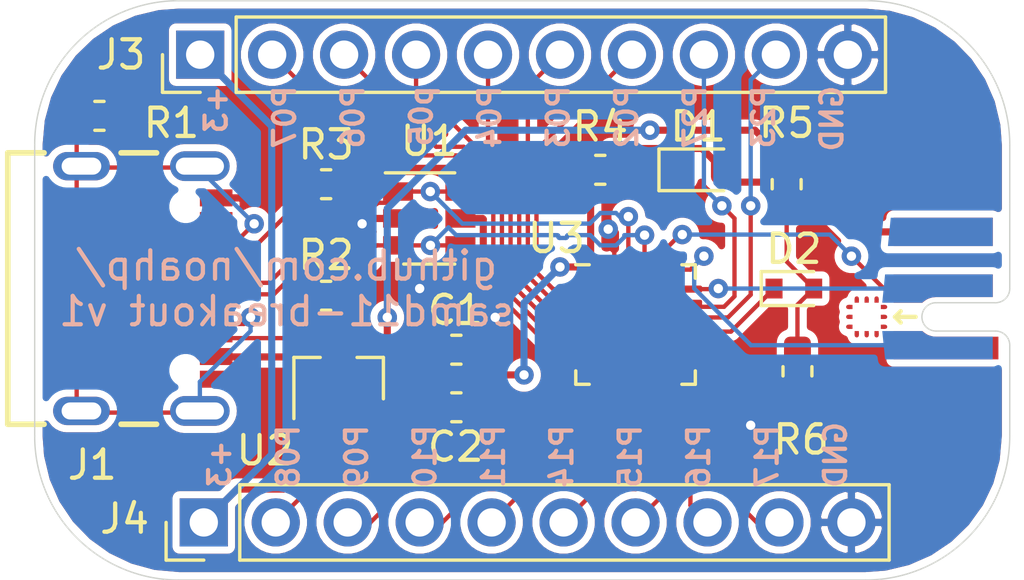
<source format=kicad_pcb>
(kicad_pcb (version 20171130) (host pcbnew 5.1.9-73d0e3b20d~88~ubuntu20.10.1)

  (general
    (thickness 1.6)
    (drawings 12)
    (tracks 353)
    (zones 0)
    (modules 17)
    (nets 32)
  )

  (page A4)
  (layers
    (0 F.Cu signal)
    (31 B.Cu signal)
    (32 B.Adhes user)
    (33 F.Adhes user)
    (34 B.Paste user)
    (35 F.Paste user)
    (36 B.SilkS user)
    (37 F.SilkS user)
    (38 B.Mask user)
    (39 F.Mask user hide)
    (40 Dwgs.User user)
    (41 Cmts.User user)
    (42 Eco1.User user)
    (43 Eco2.User user)
    (44 Edge.Cuts user)
    (45 Margin user)
    (46 B.CrtYd user)
    (47 F.CrtYd user)
    (48 B.Fab user)
    (49 F.Fab user hide)
  )

  (setup
    (last_trace_width 0.1524)
    (trace_clearance 0.1524)
    (zone_clearance 0.254)
    (zone_45_only no)
    (trace_min 0.1524)
    (via_size 0.6858)
    (via_drill 0.3302)
    (via_min_size 0.508)
    (via_min_drill 0.254)
    (uvia_size 0.6858)
    (uvia_drill 0.3302)
    (uvias_allowed no)
    (uvia_min_size 0.508)
    (uvia_min_drill 0.254)
    (edge_width 0.05)
    (segment_width 0.2)
    (pcb_text_width 0.3)
    (pcb_text_size 1.5 1.5)
    (mod_edge_width 0.12)
    (mod_text_size 1 1)
    (mod_text_width 0.15)
    (pad_size 1.524 1.524)
    (pad_drill 0.762)
    (pad_to_mask_clearance 0.000051)
    (aux_axis_origin 0 0)
    (visible_elements FFFFFF7F)
    (pcbplotparams
      (layerselection 0x010fc_ffffffff)
      (usegerberextensions false)
      (usegerberattributes true)
      (usegerberadvancedattributes true)
      (creategerberjobfile true)
      (excludeedgelayer true)
      (linewidth 0.100000)
      (plotframeref false)
      (viasonmask false)
      (mode 1)
      (useauxorigin false)
      (hpglpennumber 1)
      (hpglpenspeed 20)
      (hpglpendiameter 15.000000)
      (psnegative false)
      (psa4output false)
      (plotreference true)
      (plotvalue true)
      (plotinvisibletext false)
      (padsonsilk false)
      (subtractmaskfromsilk false)
      (outputformat 1)
      (mirror false)
      (drillshape 1)
      (scaleselection 1)
      (outputdirectory ""))
  )

  (net 0 "")
  (net 1 GND)
  (net 2 +5V)
  (net 3 +3V3)
  (net 4 "Net-(D1-Pad1)")
  (net 5 /VBUS_SENSE)
  (net 6 "Net-(D2-Pad2)")
  (net 7 /SWDIO)
  (net 8 /~RESET)
  (net 9 /SWDCLK)
  (net 10 "Net-(J2-Pad6)")
  (net 11 /PA09)
  (net 12 /PA08)
  (net 13 /PA07)
  (net 14 /PA06)
  (net 15 /PA05)
  (net 16 /PA04)
  (net 17 /PA03)
  (net 18 /PA02)
  (net 19 /PA23)
  (net 20 /PA17)
  (net 21 /PA16)
  (net 22 /PA15)
  (net 23 /PA14)
  (net 24 /PA11)
  (net 25 /PA10)
  (net 26 /USB_D+)
  (net 27 /USB_D-)
  (net 28 /PA27)
  (net 29 /CC1)
  (net 30 /CC2)
  (net 31 /USB_SHIELD)

  (net_class Default "This is the default net class."
    (clearance 0.1524)
    (trace_width 0.1524)
    (via_dia 0.6858)
    (via_drill 0.3302)
    (uvia_dia 0.6858)
    (uvia_drill 0.3302)
    (diff_pair_width 0.1524)
    (diff_pair_gap 0.254)
    (add_net /CC1)
    (add_net /CC2)
    (add_net /PA02)
    (add_net /PA03)
    (add_net /PA04)
    (add_net /PA05)
    (add_net /PA06)
    (add_net /PA07)
    (add_net /PA08)
    (add_net /PA09)
    (add_net /PA10)
    (add_net /PA11)
    (add_net /PA14)
    (add_net /PA15)
    (add_net /PA16)
    (add_net /PA17)
    (add_net /PA23)
    (add_net /PA27)
    (add_net /SWDCLK)
    (add_net /SWDIO)
    (add_net /USB_D+)
    (add_net /USB_D-)
    (add_net /USB_SHIELD)
    (add_net /VBUS_SENSE)
    (add_net /~RESET)
    (add_net GND)
    (add_net "Net-(D1-Pad1)")
    (add_net "Net-(D2-Pad2)")
    (add_net "Net-(J2-Pad6)")
  )

  (net_class Power ""
    (clearance 0.1524)
    (trace_width 0.25)
    (via_dia 0.6858)
    (via_drill 0.3302)
    (uvia_dia 0.6858)
    (uvia_drill 0.3302)
    (diff_pair_width 0.1524)
    (diff_pair_gap 0.254)
    (add_net +3V3)
    (add_net +5V)
  )

  (module project:GCT_USB4105-GF-A (layer F.Cu) (tedit 5FF7C87E) (tstamp 5FF8405B)
    (at 111.76 79.375 270)
    (path /5FFA9E12)
    (fp_text reference J1 (at 6.223 -0.381) (layer F.SilkS)
      (effects (font (size 1 1) (thickness 0.15)))
    )
    (fp_text value USB4105-GF-A (at 5.16 -6.635 270) (layer F.Fab)
      (effects (font (size 1 1) (thickness 0.015)))
    )
    (fp_line (start -4.79 -4.93) (end 4.79 -4.93) (layer F.Fab) (width 0.1))
    (fp_line (start 4.79 -4.93) (end 4.79 2.6) (layer F.Fab) (width 0.1))
    (fp_line (start 4.79 2.6) (end -4.79 2.6) (layer F.Fab) (width 0.1))
    (fp_line (start -4.79 2.6) (end -4.79 -4.93) (layer F.Fab) (width 0.1))
    (fp_line (start -4.79 1.32) (end -4.79 2.6) (layer F.SilkS) (width 0.2))
    (fp_line (start -4.79 2.6) (end 4.79 2.6) (layer F.SilkS) (width 0.2))
    (fp_line (start 4.79 2.6) (end 4.79 1.32) (layer F.SilkS) (width 0.2))
    (fp_line (start -5.1 -5.58) (end -5.1 2.85) (layer F.CrtYd) (width 0.05))
    (fp_line (start -5.1 2.85) (end 5.1 2.85) (layer F.CrtYd) (width 0.05))
    (fp_line (start 5.1 2.85) (end 5.1 -5.58) (layer F.CrtYd) (width 0.05))
    (fp_line (start 5.1 -5.58) (end -5.1 -5.58) (layer F.CrtYd) (width 0.05))
    (fp_line (start 4.8 2.6) (end 8.4 2.6) (layer F.Fab) (width 0.1))
    (fp_line (start -4.79 -2.65) (end -4.79 -1.4) (layer F.SilkS) (width 0.2))
    (fp_line (start 4.79 -2.65) (end 4.79 -1.4) (layer F.SilkS) (width 0.2))
    (fp_text user PCB~EDGE (at 5.4 2.5 270) (layer F.Fab)
      (effects (font (size 0.32 0.32) (thickness 0.015)))
    )
    (pad B8 smd rect (at -1.75 -4.755 270) (size 0.3 1.15) (layers F.Cu F.Paste F.Mask)
      (net 31 /USB_SHIELD))
    (pad A5 smd rect (at -1.25 -4.755 270) (size 0.3 1.15) (layers F.Cu F.Paste F.Mask)
      (net 29 /CC1))
    (pad B7 smd rect (at -0.75 -4.755 270) (size 0.3 1.15) (layers F.Cu F.Paste F.Mask)
      (net 26 /USB_D+))
    (pad B5 smd rect (at 1.75 -4.755 270) (size 0.3 1.15) (layers F.Cu F.Paste F.Mask)
      (net 30 /CC2))
    (pad A8 smd rect (at 1.25 -4.755 270) (size 0.3 1.15) (layers F.Cu F.Paste F.Mask)
      (net 31 /USB_SHIELD))
    (pad B6 smd rect (at 0.75 -4.755 270) (size 0.3 1.15) (layers F.Cu F.Paste F.Mask)
      (net 27 /USB_D-))
    (pad A6 smd rect (at -0.25 -4.755 270) (size 0.3 1.15) (layers F.Cu F.Paste F.Mask)
      (net 26 /USB_D+))
    (pad A7 smd rect (at 0.25 -4.755 270) (size 0.3 1.15) (layers F.Cu F.Paste F.Mask)
      (net 27 /USB_D-))
    (pad B4_A9 smd rect (at 2.4 -4.755 270) (size 0.6 1.15) (layers F.Cu F.Paste F.Mask)
      (net 2 +5V))
    (pad A4_B9 smd rect (at -2.4 -4.755 270) (size 0.6 1.15) (layers F.Cu F.Paste F.Mask)
      (net 2 +5V))
    (pad B1_A12 smd rect (at 3.2 -4.755 270) (size 0.6 1.15) (layers F.Cu F.Paste F.Mask)
      (net 1 GND))
    (pad A1_B12 smd rect (at -3.2 -4.755 270) (size 0.6 1.15) (layers F.Cu F.Paste F.Mask)
      (net 1 GND))
    (pad None np_thru_hole circle (at -2.89 -3.68 270) (size 0.65 0.65) (drill 0.65) (layers *.Cu *.Mask))
    (pad None np_thru_hole circle (at 2.89 -3.68 270) (size 0.65 0.65) (drill 0.65) (layers *.Cu *.Mask))
    (pad S4 thru_hole oval (at 4.32 -4.18 270) (size 1.05 2.1) (drill oval 0.6 1.7) (layers *.Cu *.Mask)
      (net 31 /USB_SHIELD))
    (pad S1 thru_hole oval (at -4.32 -4.18 270) (size 1.05 2.1) (drill oval 0.6 1.7) (layers *.Cu *.Mask)
      (net 31 /USB_SHIELD))
    (pad S3 thru_hole oval (at 4.32 0 270) (size 1 2) (drill oval 0.6 1.4) (layers *.Cu *.Mask)
      (net 31 /USB_SHIELD))
    (pad S2 thru_hole oval (at -4.32 0 270) (size 1 2) (drill oval 0.6 1.4) (layers *.Cu *.Mask)
      (net 31 /USB_SHIELD))
    (model ${KIPRJMOD}/USB4105-GF-A.step
      (offset (xyz 0 1 0))
      (scale (xyz 1 1 1))
      (rotate (xyz -90 0 0))
    )
  )

  (module Resistor_SMD:R_0603_1608Metric (layer F.Cu) (tedit 5B301BBD) (tstamp 5FF841A0)
    (at 120.396 75.692 180)
    (descr "Resistor SMD 0603 (1608 Metric), square (rectangular) end terminal, IPC_7351 nominal, (Body size source: http://www.tortai-tech.com/upload/download/2011102023233369053.pdf), generated with kicad-footprint-generator")
    (tags resistor)
    (path /5FFC2878)
    (attr smd)
    (fp_text reference R3 (at 0 1.397) (layer F.SilkS)
      (effects (font (size 1 1) (thickness 0.15)))
    )
    (fp_text value 5.1k (at 0 1.43) (layer F.Fab)
      (effects (font (size 1 1) (thickness 0.15)))
    )
    (fp_line (start -0.8 0.4) (end -0.8 -0.4) (layer F.Fab) (width 0.1))
    (fp_line (start -0.8 -0.4) (end 0.8 -0.4) (layer F.Fab) (width 0.1))
    (fp_line (start 0.8 -0.4) (end 0.8 0.4) (layer F.Fab) (width 0.1))
    (fp_line (start 0.8 0.4) (end -0.8 0.4) (layer F.Fab) (width 0.1))
    (fp_line (start -0.162779 -0.51) (end 0.162779 -0.51) (layer F.SilkS) (width 0.12))
    (fp_line (start -0.162779 0.51) (end 0.162779 0.51) (layer F.SilkS) (width 0.12))
    (fp_line (start -1.48 0.73) (end -1.48 -0.73) (layer F.CrtYd) (width 0.05))
    (fp_line (start -1.48 -0.73) (end 1.48 -0.73) (layer F.CrtYd) (width 0.05))
    (fp_line (start 1.48 -0.73) (end 1.48 0.73) (layer F.CrtYd) (width 0.05))
    (fp_line (start 1.48 0.73) (end -1.48 0.73) (layer F.CrtYd) (width 0.05))
    (fp_text user %R (at 0 0) (layer F.Fab)
      (effects (font (size 0.4 0.4) (thickness 0.06)))
    )
    (pad 2 smd roundrect (at 0.7875 0 180) (size 0.875 0.95) (layers F.Cu F.Paste F.Mask) (roundrect_rratio 0.25)
      (net 29 /CC1))
    (pad 1 smd roundrect (at -0.7875 0 180) (size 0.875 0.95) (layers F.Cu F.Paste F.Mask) (roundrect_rratio 0.25)
      (net 1 GND))
    (model ${KISYS3DMOD}/Resistor_SMD.3dshapes/R_0603_1608Metric.wrl
      (at (xyz 0 0 0))
      (scale (xyz 1 1 1))
      (rotate (xyz 0 0 0))
    )
  )

  (module LED_SMD:LED_0603_1608Metric (layer F.Cu) (tedit 5B301BBE) (tstamp 5FF45744)
    (at 133.6295 75.184)
    (descr "LED SMD 0603 (1608 Metric), square (rectangular) end terminal, IPC_7351 nominal, (Body size source: http://www.tortai-tech.com/upload/download/2011102023233369053.pdf), generated with kicad-footprint-generator")
    (tags diode)
    (path /5FF9515D)
    (attr smd)
    (fp_text reference D1 (at -0.1015 -1.524) (layer F.SilkS)
      (effects (font (size 1 1) (thickness 0.15)))
    )
    (fp_text value LED (at 0 1.43) (layer F.Fab)
      (effects (font (size 1 1) (thickness 0.15)))
    )
    (fp_line (start 0.8 -0.4) (end -0.5 -0.4) (layer F.Fab) (width 0.1))
    (fp_line (start -0.5 -0.4) (end -0.8 -0.1) (layer F.Fab) (width 0.1))
    (fp_line (start -0.8 -0.1) (end -0.8 0.4) (layer F.Fab) (width 0.1))
    (fp_line (start -0.8 0.4) (end 0.8 0.4) (layer F.Fab) (width 0.1))
    (fp_line (start 0.8 0.4) (end 0.8 -0.4) (layer F.Fab) (width 0.1))
    (fp_line (start 0.8 -0.735) (end -1.485 -0.735) (layer F.SilkS) (width 0.12))
    (fp_line (start -1.485 -0.735) (end -1.485 0.735) (layer F.SilkS) (width 0.12))
    (fp_line (start -1.485 0.735) (end 0.8 0.735) (layer F.SilkS) (width 0.12))
    (fp_line (start -1.48 0.73) (end -1.48 -0.73) (layer F.CrtYd) (width 0.05))
    (fp_line (start -1.48 -0.73) (end 1.48 -0.73) (layer F.CrtYd) (width 0.05))
    (fp_line (start 1.48 -0.73) (end 1.48 0.73) (layer F.CrtYd) (width 0.05))
    (fp_line (start 1.48 0.73) (end -1.48 0.73) (layer F.CrtYd) (width 0.05))
    (fp_text user %R (at 0 0) (layer F.Fab)
      (effects (font (size 0.4 0.4) (thickness 0.06)))
    )
    (pad 2 smd roundrect (at 0.7875 0) (size 0.875 0.95) (layers F.Cu F.Paste F.Mask) (roundrect_rratio 0.25)
      (net 3 +3V3))
    (pad 1 smd roundrect (at -0.7875 0) (size 0.875 0.95) (layers F.Cu F.Paste F.Mask) (roundrect_rratio 0.25)
      (net 4 "Net-(D1-Pad1)"))
    (model ${KISYS3DMOD}/LED_SMD.3dshapes/LED_0603_1608Metric.wrl
      (at (xyz 0 0 0))
      (scale (xyz 1 1 1))
      (rotate (xyz 0 0 0))
    )
  )

  (module Resistor_SMD:R_0603_1608Metric (layer F.Cu) (tedit 5B301BBD) (tstamp 5FF41A09)
    (at 137.033 82.296 270)
    (descr "Resistor SMD 0603 (1608 Metric), square (rectangular) end terminal, IPC_7351 nominal, (Body size source: http://www.tortai-tech.com/upload/download/2011102023233369053.pdf), generated with kicad-footprint-generator")
    (tags resistor)
    (path /5FF8DB20)
    (attr smd)
    (fp_text reference R6 (at 2.413 -0.127 180) (layer F.SilkS)
      (effects (font (size 1 1) (thickness 0.15)))
    )
    (fp_text value 47k (at 0 1.43 90) (layer F.Fab)
      (effects (font (size 1 1) (thickness 0.15)))
    )
    (fp_line (start -0.8 0.4) (end -0.8 -0.4) (layer F.Fab) (width 0.1))
    (fp_line (start -0.8 -0.4) (end 0.8 -0.4) (layer F.Fab) (width 0.1))
    (fp_line (start 0.8 -0.4) (end 0.8 0.4) (layer F.Fab) (width 0.1))
    (fp_line (start 0.8 0.4) (end -0.8 0.4) (layer F.Fab) (width 0.1))
    (fp_line (start -0.162779 -0.51) (end 0.162779 -0.51) (layer F.SilkS) (width 0.12))
    (fp_line (start -0.162779 0.51) (end 0.162779 0.51) (layer F.SilkS) (width 0.12))
    (fp_line (start -1.48 0.73) (end -1.48 -0.73) (layer F.CrtYd) (width 0.05))
    (fp_line (start -1.48 -0.73) (end 1.48 -0.73) (layer F.CrtYd) (width 0.05))
    (fp_line (start 1.48 -0.73) (end 1.48 0.73) (layer F.CrtYd) (width 0.05))
    (fp_line (start 1.48 0.73) (end -1.48 0.73) (layer F.CrtYd) (width 0.05))
    (fp_text user %R (at 0 0 90) (layer F.Fab)
      (effects (font (size 0.4 0.4) (thickness 0.06)))
    )
    (pad 2 smd roundrect (at 0.7875 0 270) (size 0.875 0.95) (layers F.Cu F.Paste F.Mask) (roundrect_rratio 0.25)
      (net 1 GND))
    (pad 1 smd roundrect (at -0.7875 0 270) (size 0.875 0.95) (layers F.Cu F.Paste F.Mask) (roundrect_rratio 0.25)
      (net 6 "Net-(D2-Pad2)"))
    (model ${KISYS3DMOD}/Resistor_SMD.3dshapes/R_0603_1608Metric.wrl
      (at (xyz 0 0 0))
      (scale (xyz 1 1 1))
      (rotate (xyz 0 0 0))
    )
  )

  (module Resistor_SMD:R_0603_1608Metric (layer F.Cu) (tedit 5B301BBD) (tstamp 5FF419F8)
    (at 136.652 75.692 270)
    (descr "Resistor SMD 0603 (1608 Metric), square (rectangular) end terminal, IPC_7351 nominal, (Body size source: http://www.tortai-tech.com/upload/download/2011102023233369053.pdf), generated with kicad-footprint-generator")
    (tags resistor)
    (path /5FF8D768)
    (attr smd)
    (fp_text reference R5 (at -2.159 0 180) (layer F.SilkS)
      (effects (font (size 1 1) (thickness 0.15)))
    )
    (fp_text value 30k (at 0 1.43 90) (layer F.Fab)
      (effects (font (size 1 1) (thickness 0.15)))
    )
    (fp_line (start -0.8 0.4) (end -0.8 -0.4) (layer F.Fab) (width 0.1))
    (fp_line (start -0.8 -0.4) (end 0.8 -0.4) (layer F.Fab) (width 0.1))
    (fp_line (start 0.8 -0.4) (end 0.8 0.4) (layer F.Fab) (width 0.1))
    (fp_line (start 0.8 0.4) (end -0.8 0.4) (layer F.Fab) (width 0.1))
    (fp_line (start -0.162779 -0.51) (end 0.162779 -0.51) (layer F.SilkS) (width 0.12))
    (fp_line (start -0.162779 0.51) (end 0.162779 0.51) (layer F.SilkS) (width 0.12))
    (fp_line (start -1.48 0.73) (end -1.48 -0.73) (layer F.CrtYd) (width 0.05))
    (fp_line (start -1.48 -0.73) (end 1.48 -0.73) (layer F.CrtYd) (width 0.05))
    (fp_line (start 1.48 -0.73) (end 1.48 0.73) (layer F.CrtYd) (width 0.05))
    (fp_line (start 1.48 0.73) (end -1.48 0.73) (layer F.CrtYd) (width 0.05))
    (fp_text user %R (at 0 0 90) (layer F.Fab)
      (effects (font (size 0.4 0.4) (thickness 0.06)))
    )
    (pad 2 smd roundrect (at 0.7875 0 270) (size 0.875 0.95) (layers F.Cu F.Paste F.Mask) (roundrect_rratio 0.25)
      (net 6 "Net-(D2-Pad2)"))
    (pad 1 smd roundrect (at -0.7875 0 270) (size 0.875 0.95) (layers F.Cu F.Paste F.Mask) (roundrect_rratio 0.25)
      (net 2 +5V))
    (model ${KISYS3DMOD}/Resistor_SMD.3dshapes/R_0603_1608Metric.wrl
      (at (xyz 0 0 0))
      (scale (xyz 1 1 1))
      (rotate (xyz 0 0 0))
    )
  )

  (module Resistor_SMD:R_0603_1608Metric (layer F.Cu) (tedit 5B301BBD) (tstamp 5FF419E7)
    (at 130.0735 75.184 180)
    (descr "Resistor SMD 0603 (1608 Metric), square (rectangular) end terminal, IPC_7351 nominal, (Body size source: http://www.tortai-tech.com/upload/download/2011102023233369053.pdf), generated with kicad-footprint-generator")
    (tags resistor)
    (path /5FF963CE)
    (attr smd)
    (fp_text reference R4 (at 0 1.524) (layer F.SilkS)
      (effects (font (size 1 1) (thickness 0.15)))
    )
    (fp_text value 1k (at 0 1.43) (layer F.Fab)
      (effects (font (size 1 1) (thickness 0.15)))
    )
    (fp_line (start -0.8 0.4) (end -0.8 -0.4) (layer F.Fab) (width 0.1))
    (fp_line (start -0.8 -0.4) (end 0.8 -0.4) (layer F.Fab) (width 0.1))
    (fp_line (start 0.8 -0.4) (end 0.8 0.4) (layer F.Fab) (width 0.1))
    (fp_line (start 0.8 0.4) (end -0.8 0.4) (layer F.Fab) (width 0.1))
    (fp_line (start -0.162779 -0.51) (end 0.162779 -0.51) (layer F.SilkS) (width 0.12))
    (fp_line (start -0.162779 0.51) (end 0.162779 0.51) (layer F.SilkS) (width 0.12))
    (fp_line (start -1.48 0.73) (end -1.48 -0.73) (layer F.CrtYd) (width 0.05))
    (fp_line (start -1.48 -0.73) (end 1.48 -0.73) (layer F.CrtYd) (width 0.05))
    (fp_line (start 1.48 -0.73) (end 1.48 0.73) (layer F.CrtYd) (width 0.05))
    (fp_line (start 1.48 0.73) (end -1.48 0.73) (layer F.CrtYd) (width 0.05))
    (fp_text user %R (at 0 0) (layer F.Fab)
      (effects (font (size 0.4 0.4) (thickness 0.06)))
    )
    (pad 2 smd roundrect (at 0.7875 0 180) (size 0.875 0.95) (layers F.Cu F.Paste F.Mask) (roundrect_rratio 0.25)
      (net 18 /PA02))
    (pad 1 smd roundrect (at -0.7875 0 180) (size 0.875 0.95) (layers F.Cu F.Paste F.Mask) (roundrect_rratio 0.25)
      (net 4 "Net-(D1-Pad1)"))
    (model ${KISYS3DMOD}/Resistor_SMD.3dshapes/R_0603_1608Metric.wrl
      (at (xyz 0 0 0))
      (scale (xyz 1 1 1))
      (rotate (xyz 0 0 0))
    )
  )

  (module Resistor_SMD:R_0603_1608Metric (layer F.Cu) (tedit 5B301BBD) (tstamp 5FF419C5)
    (at 120.396 79.629)
    (descr "Resistor SMD 0603 (1608 Metric), square (rectangular) end terminal, IPC_7351 nominal, (Body size source: http://www.tortai-tech.com/upload/download/2011102023233369053.pdf), generated with kicad-footprint-generator")
    (tags resistor)
    (path /5FF4C4E5)
    (attr smd)
    (fp_text reference R2 (at 0 -1.43) (layer F.SilkS)
      (effects (font (size 1 1) (thickness 0.15)))
    )
    (fp_text value 5.1k (at 0 1.43) (layer F.Fab)
      (effects (font (size 1 1) (thickness 0.15)))
    )
    (fp_line (start -0.8 0.4) (end -0.8 -0.4) (layer F.Fab) (width 0.1))
    (fp_line (start -0.8 -0.4) (end 0.8 -0.4) (layer F.Fab) (width 0.1))
    (fp_line (start 0.8 -0.4) (end 0.8 0.4) (layer F.Fab) (width 0.1))
    (fp_line (start 0.8 0.4) (end -0.8 0.4) (layer F.Fab) (width 0.1))
    (fp_line (start -0.162779 -0.51) (end 0.162779 -0.51) (layer F.SilkS) (width 0.12))
    (fp_line (start -0.162779 0.51) (end 0.162779 0.51) (layer F.SilkS) (width 0.12))
    (fp_line (start -1.48 0.73) (end -1.48 -0.73) (layer F.CrtYd) (width 0.05))
    (fp_line (start -1.48 -0.73) (end 1.48 -0.73) (layer F.CrtYd) (width 0.05))
    (fp_line (start 1.48 -0.73) (end 1.48 0.73) (layer F.CrtYd) (width 0.05))
    (fp_line (start 1.48 0.73) (end -1.48 0.73) (layer F.CrtYd) (width 0.05))
    (fp_text user %R (at 0 0) (layer F.Fab)
      (effects (font (size 0.4 0.4) (thickness 0.06)))
    )
    (pad 2 smd roundrect (at 0.7875 0) (size 0.875 0.95) (layers F.Cu F.Paste F.Mask) (roundrect_rratio 0.25)
      (net 1 GND))
    (pad 1 smd roundrect (at -0.7875 0) (size 0.875 0.95) (layers F.Cu F.Paste F.Mask) (roundrect_rratio 0.25)
      (net 30 /CC2))
    (model ${KISYS3DMOD}/Resistor_SMD.3dshapes/R_0603_1608Metric.wrl
      (at (xyz 0 0 0))
      (scale (xyz 1 1 1))
      (rotate (xyz 0 0 0))
    )
  )

  (module Resistor_SMD:R_0603_1608Metric (layer F.Cu) (tedit 5B301BBD) (tstamp 5FF44880)
    (at 112.395 73.279)
    (descr "Resistor SMD 0603 (1608 Metric), square (rectangular) end terminal, IPC_7351 nominal, (Body size source: http://www.tortai-tech.com/upload/download/2011102023233369053.pdf), generated with kicad-footprint-generator")
    (tags resistor)
    (path /5FF56837)
    (attr smd)
    (fp_text reference R1 (at 2.54 0.254) (layer F.SilkS)
      (effects (font (size 1 1) (thickness 0.15)))
    )
    (fp_text value 1M (at 0 1.43) (layer F.Fab)
      (effects (font (size 1 1) (thickness 0.15)))
    )
    (fp_line (start -0.8 0.4) (end -0.8 -0.4) (layer F.Fab) (width 0.1))
    (fp_line (start -0.8 -0.4) (end 0.8 -0.4) (layer F.Fab) (width 0.1))
    (fp_line (start 0.8 -0.4) (end 0.8 0.4) (layer F.Fab) (width 0.1))
    (fp_line (start 0.8 0.4) (end -0.8 0.4) (layer F.Fab) (width 0.1))
    (fp_line (start -0.162779 -0.51) (end 0.162779 -0.51) (layer F.SilkS) (width 0.12))
    (fp_line (start -0.162779 0.51) (end 0.162779 0.51) (layer F.SilkS) (width 0.12))
    (fp_line (start -1.48 0.73) (end -1.48 -0.73) (layer F.CrtYd) (width 0.05))
    (fp_line (start -1.48 -0.73) (end 1.48 -0.73) (layer F.CrtYd) (width 0.05))
    (fp_line (start 1.48 -0.73) (end 1.48 0.73) (layer F.CrtYd) (width 0.05))
    (fp_line (start 1.48 0.73) (end -1.48 0.73) (layer F.CrtYd) (width 0.05))
    (fp_text user %R (at 0 0) (layer F.Fab)
      (effects (font (size 0.4 0.4) (thickness 0.06)))
    )
    (pad 2 smd roundrect (at 0.7875 0) (size 0.875 0.95) (layers F.Cu F.Paste F.Mask) (roundrect_rratio 0.25)
      (net 1 GND))
    (pad 1 smd roundrect (at -0.7875 0) (size 0.875 0.95) (layers F.Cu F.Paste F.Mask) (roundrect_rratio 0.25)
      (net 31 /USB_SHIELD))
    (model ${KISYS3DMOD}/Resistor_SMD.3dshapes/R_0603_1608Metric.wrl
      (at (xyz 0 0 0))
      (scale (xyz 1 1 1))
      (rotate (xyz 0 0 0))
    )
  )

  (module Capacitor_SMD:C_0603_1608Metric (layer F.Cu) (tedit 5B301BBE) (tstamp 5FF418D2)
    (at 124.9935 83.566)
    (descr "Capacitor SMD 0603 (1608 Metric), square (rectangular) end terminal, IPC_7351 nominal, (Body size source: http://www.tortai-tech.com/upload/download/2011102023233369053.pdf), generated with kicad-footprint-generator")
    (tags capacitor)
    (path /5FF4A7FB)
    (attr smd)
    (fp_text reference C2 (at -0.0255 1.397) (layer F.SilkS)
      (effects (font (size 1 1) (thickness 0.15)))
    )
    (fp_text value 1uF (at 0 1.43) (layer F.Fab)
      (effects (font (size 1 1) (thickness 0.15)))
    )
    (fp_line (start -0.8 0.4) (end -0.8 -0.4) (layer F.Fab) (width 0.1))
    (fp_line (start -0.8 -0.4) (end 0.8 -0.4) (layer F.Fab) (width 0.1))
    (fp_line (start 0.8 -0.4) (end 0.8 0.4) (layer F.Fab) (width 0.1))
    (fp_line (start 0.8 0.4) (end -0.8 0.4) (layer F.Fab) (width 0.1))
    (fp_line (start -0.162779 -0.51) (end 0.162779 -0.51) (layer F.SilkS) (width 0.12))
    (fp_line (start -0.162779 0.51) (end 0.162779 0.51) (layer F.SilkS) (width 0.12))
    (fp_line (start -1.48 0.73) (end -1.48 -0.73) (layer F.CrtYd) (width 0.05))
    (fp_line (start -1.48 -0.73) (end 1.48 -0.73) (layer F.CrtYd) (width 0.05))
    (fp_line (start 1.48 -0.73) (end 1.48 0.73) (layer F.CrtYd) (width 0.05))
    (fp_line (start 1.48 0.73) (end -1.48 0.73) (layer F.CrtYd) (width 0.05))
    (fp_text user %R (at 0 0) (layer F.Fab)
      (effects (font (size 0.4 0.4) (thickness 0.06)))
    )
    (pad 2 smd roundrect (at 0.7875 0) (size 0.875 0.95) (layers F.Cu F.Paste F.Mask) (roundrect_rratio 0.25)
      (net 1 GND))
    (pad 1 smd roundrect (at -0.7875 0) (size 0.875 0.95) (layers F.Cu F.Paste F.Mask) (roundrect_rratio 0.25)
      (net 3 +3V3))
    (model ${KISYS3DMOD}/Capacitor_SMD.3dshapes/C_0603_1608Metric.wrl
      (at (xyz 0 0 0))
      (scale (xyz 1 1 1))
      (rotate (xyz 0 0 0))
    )
  )

  (module Capacitor_SMD:C_0603_1608Metric (layer F.Cu) (tedit 5B301BBE) (tstamp 5FF418C1)
    (at 124.9935 81.534)
    (descr "Capacitor SMD 0603 (1608 Metric), square (rectangular) end terminal, IPC_7351 nominal, (Body size source: http://www.tortai-tech.com/upload/download/2011102023233369053.pdf), generated with kicad-footprint-generator")
    (tags capacitor)
    (path /5FF518F6)
    (attr smd)
    (fp_text reference C1 (at -0.0255 -1.397) (layer F.SilkS)
      (effects (font (size 1 1) (thickness 0.15)))
    )
    (fp_text value 1uF (at 0 1.43) (layer F.Fab)
      (effects (font (size 1 1) (thickness 0.15)))
    )
    (fp_line (start -0.8 0.4) (end -0.8 -0.4) (layer F.Fab) (width 0.1))
    (fp_line (start -0.8 -0.4) (end 0.8 -0.4) (layer F.Fab) (width 0.1))
    (fp_line (start 0.8 -0.4) (end 0.8 0.4) (layer F.Fab) (width 0.1))
    (fp_line (start 0.8 0.4) (end -0.8 0.4) (layer F.Fab) (width 0.1))
    (fp_line (start -0.162779 -0.51) (end 0.162779 -0.51) (layer F.SilkS) (width 0.12))
    (fp_line (start -0.162779 0.51) (end 0.162779 0.51) (layer F.SilkS) (width 0.12))
    (fp_line (start -1.48 0.73) (end -1.48 -0.73) (layer F.CrtYd) (width 0.05))
    (fp_line (start -1.48 -0.73) (end 1.48 -0.73) (layer F.CrtYd) (width 0.05))
    (fp_line (start 1.48 -0.73) (end 1.48 0.73) (layer F.CrtYd) (width 0.05))
    (fp_line (start 1.48 0.73) (end -1.48 0.73) (layer F.CrtYd) (width 0.05))
    (fp_text user %R (at 0 0) (layer F.Fab)
      (effects (font (size 0.4 0.4) (thickness 0.06)))
    )
    (pad 2 smd roundrect (at 0.7875 0) (size 0.875 0.95) (layers F.Cu F.Paste F.Mask) (roundrect_rratio 0.25)
      (net 1 GND))
    (pad 1 smd roundrect (at -0.7875 0) (size 0.875 0.95) (layers F.Cu F.Paste F.Mask) (roundrect_rratio 0.25)
      (net 2 +5V))
    (model ${KISYS3DMOD}/Capacitor_SMD.3dshapes/C_0603_1608Metric.wrl
      (at (xyz 0 0 0))
      (scale (xyz 1 1 1))
      (rotate (xyz 0 0 0))
    )
  )

  (module Package_DFN_QFN:QFN-24-1EP_4x4mm_P0.5mm_EP2.6x2.6mm (layer F.Cu) (tedit 5B4D10EE) (tstamp 5FF41A66)
    (at 131.318 80.645)
    (descr "QFN, 24 Pin (http://ww1.microchip.com/downloads/en/PackagingSpec/00000049BQ.pdf (Page 278)), generated with kicad-footprint-generator ipc_dfn_qfn_generator.py")
    (tags "QFN DFN_QFN")
    (path /5FF3C4C4)
    (attr smd)
    (fp_text reference U3 (at -2.794 -3.048) (layer F.SilkS)
      (effects (font (size 1 1) (thickness 0.15)))
    )
    (fp_text value SAMD11D14A-M (at 0 3.3) (layer F.Fab)
      (effects (font (size 1 1) (thickness 0.15)))
    )
    (fp_line (start 1.635 -2.11) (end 2.11 -2.11) (layer F.SilkS) (width 0.12))
    (fp_line (start 2.11 -2.11) (end 2.11 -1.635) (layer F.SilkS) (width 0.12))
    (fp_line (start -1.635 2.11) (end -2.11 2.11) (layer F.SilkS) (width 0.12))
    (fp_line (start -2.11 2.11) (end -2.11 1.635) (layer F.SilkS) (width 0.12))
    (fp_line (start 1.635 2.11) (end 2.11 2.11) (layer F.SilkS) (width 0.12))
    (fp_line (start 2.11 2.11) (end 2.11 1.635) (layer F.SilkS) (width 0.12))
    (fp_line (start -1.635 -2.11) (end -2.11 -2.11) (layer F.SilkS) (width 0.12))
    (fp_line (start -1 -2) (end 2 -2) (layer F.Fab) (width 0.1))
    (fp_line (start 2 -2) (end 2 2) (layer F.Fab) (width 0.1))
    (fp_line (start 2 2) (end -2 2) (layer F.Fab) (width 0.1))
    (fp_line (start -2 2) (end -2 -1) (layer F.Fab) (width 0.1))
    (fp_line (start -2 -1) (end -1 -2) (layer F.Fab) (width 0.1))
    (fp_line (start -2.6 -2.6) (end -2.6 2.6) (layer F.CrtYd) (width 0.05))
    (fp_line (start -2.6 2.6) (end 2.6 2.6) (layer F.CrtYd) (width 0.05))
    (fp_line (start 2.6 2.6) (end 2.6 -2.6) (layer F.CrtYd) (width 0.05))
    (fp_line (start 2.6 -2.6) (end -2.6 -2.6) (layer F.CrtYd) (width 0.05))
    (fp_text user %R (at 0 0) (layer F.Fab)
      (effects (font (size 1 1) (thickness 0.15)))
    )
    (pad 24 smd roundrect (at -1.25 -1.9375) (size 0.25 0.825) (layers F.Cu F.Paste F.Mask) (roundrect_rratio 0.25)
      (net 3 +3V3))
    (pad 23 smd roundrect (at -0.75 -1.9375) (size 0.25 0.825) (layers F.Cu F.Paste F.Mask) (roundrect_rratio 0.25)
      (net 1 GND))
    (pad 22 smd roundrect (at -0.25 -1.9375) (size 0.25 0.825) (layers F.Cu F.Paste F.Mask) (roundrect_rratio 0.25)
      (net 26 /USB_D+))
    (pad 21 smd roundrect (at 0.25 -1.9375) (size 0.25 0.825) (layers F.Cu F.Paste F.Mask) (roundrect_rratio 0.25)
      (net 27 /USB_D-))
    (pad 20 smd roundrect (at 0.75 -1.9375) (size 0.25 0.825) (layers F.Cu F.Paste F.Mask) (roundrect_rratio 0.25)
      (net 7 /SWDIO))
    (pad 19 smd roundrect (at 1.25 -1.9375) (size 0.25 0.825) (layers F.Cu F.Paste F.Mask) (roundrect_rratio 0.25)
      (net 9 /SWDCLK))
    (pad 18 smd roundrect (at 1.9375 -1.25) (size 0.825 0.25) (layers F.Cu F.Paste F.Mask) (roundrect_rratio 0.25)
      (net 8 /~RESET))
    (pad 17 smd roundrect (at 1.9375 -0.75) (size 0.825 0.25) (layers F.Cu F.Paste F.Mask) (roundrect_rratio 0.25)
      (net 28 /PA27))
    (pad 16 smd roundrect (at 1.9375 -0.25) (size 0.825 0.25) (layers F.Cu F.Paste F.Mask) (roundrect_rratio 0.25)
      (net 19 /PA23))
    (pad 15 smd roundrect (at 1.9375 0.25) (size 0.825 0.25) (layers F.Cu F.Paste F.Mask) (roundrect_rratio 0.25)
      (net 5 /VBUS_SENSE))
    (pad 14 smd roundrect (at 1.9375 0.75) (size 0.825 0.25) (layers F.Cu F.Paste F.Mask) (roundrect_rratio 0.25)
      (net 20 /PA17))
    (pad 13 smd roundrect (at 1.9375 1.25) (size 0.825 0.25) (layers F.Cu F.Paste F.Mask) (roundrect_rratio 0.25)
      (net 21 /PA16))
    (pad 12 smd roundrect (at 1.25 1.9375) (size 0.25 0.825) (layers F.Cu F.Paste F.Mask) (roundrect_rratio 0.25)
      (net 22 /PA15))
    (pad 11 smd roundrect (at 0.75 1.9375) (size 0.25 0.825) (layers F.Cu F.Paste F.Mask) (roundrect_rratio 0.25)
      (net 23 /PA14))
    (pad 10 smd roundrect (at 0.25 1.9375) (size 0.25 0.825) (layers F.Cu F.Paste F.Mask) (roundrect_rratio 0.25)
      (net 24 /PA11))
    (pad 9 smd roundrect (at -0.25 1.9375) (size 0.25 0.825) (layers F.Cu F.Paste F.Mask) (roundrect_rratio 0.25)
      (net 25 /PA10))
    (pad 8 smd roundrect (at -0.75 1.9375) (size 0.25 0.825) (layers F.Cu F.Paste F.Mask) (roundrect_rratio 0.25)
      (net 11 /PA09))
    (pad 7 smd roundrect (at -1.25 1.9375) (size 0.25 0.825) (layers F.Cu F.Paste F.Mask) (roundrect_rratio 0.25)
      (net 12 /PA08))
    (pad 6 smd roundrect (at -1.9375 1.25) (size 0.825 0.25) (layers F.Cu F.Paste F.Mask) (roundrect_rratio 0.25)
      (net 13 /PA07))
    (pad 5 smd roundrect (at -1.9375 0.75) (size 0.825 0.25) (layers F.Cu F.Paste F.Mask) (roundrect_rratio 0.25)
      (net 14 /PA06))
    (pad 4 smd roundrect (at -1.9375 0.25) (size 0.825 0.25) (layers F.Cu F.Paste F.Mask) (roundrect_rratio 0.25)
      (net 15 /PA05))
    (pad 3 smd roundrect (at -1.9375 -0.25) (size 0.825 0.25) (layers F.Cu F.Paste F.Mask) (roundrect_rratio 0.25)
      (net 16 /PA04))
    (pad 2 smd roundrect (at -1.9375 -0.75) (size 0.825 0.25) (layers F.Cu F.Paste F.Mask) (roundrect_rratio 0.25)
      (net 17 /PA03))
    (pad 1 smd roundrect (at -1.9375 -1.25) (size 0.825 0.25) (layers F.Cu F.Paste F.Mask) (roundrect_rratio 0.25)
      (net 18 /PA02))
    (pad "" smd roundrect (at 0.65 0.65) (size 1.05 1.05) (layers F.Paste) (roundrect_rratio 0.238095))
    (pad "" smd roundrect (at 0.65 -0.65) (size 1.05 1.05) (layers F.Paste) (roundrect_rratio 0.238095))
    (pad "" smd roundrect (at -0.65 0.65) (size 1.05 1.05) (layers F.Paste) (roundrect_rratio 0.238095))
    (pad "" smd roundrect (at -0.65 -0.65) (size 1.05 1.05) (layers F.Paste) (roundrect_rratio 0.238095))
    (pad 25 smd roundrect (at 0 0) (size 2.6 2.6) (layers F.Cu F.Mask) (roundrect_rratio 0.096154))
    (model ${KISYS3DMOD}/Package_DFN_QFN.3dshapes/QFN-24-1EP_4x4mm_P0.5mm_EP2.6x2.6mm.wrl
      (at (xyz 0 0 0))
      (scale (xyz 1 1 1))
      (rotate (xyz 0 0 0))
    )
  )

  (module Package_TO_SOT_SMD:SOT-23 (layer F.Cu) (tedit 5A02FF57) (tstamp 5FF41A34)
    (at 120.838 82.566 90)
    (descr "SOT-23, Standard")
    (tags SOT-23)
    (path /5FF3CAC8)
    (attr smd)
    (fp_text reference U2 (at -2.524 -2.601 180) (layer F.SilkS)
      (effects (font (size 1 1) (thickness 0.15)))
    )
    (fp_text value MCP1700-3302E_SOT23 (at 0 2.5 90) (layer F.Fab)
      (effects (font (size 1 1) (thickness 0.15)))
    )
    (fp_line (start -0.7 -0.95) (end -0.7 1.5) (layer F.Fab) (width 0.1))
    (fp_line (start -0.15 -1.52) (end 0.7 -1.52) (layer F.Fab) (width 0.1))
    (fp_line (start -0.7 -0.95) (end -0.15 -1.52) (layer F.Fab) (width 0.1))
    (fp_line (start 0.7 -1.52) (end 0.7 1.52) (layer F.Fab) (width 0.1))
    (fp_line (start -0.7 1.52) (end 0.7 1.52) (layer F.Fab) (width 0.1))
    (fp_line (start 0.76 1.58) (end 0.76 0.65) (layer F.SilkS) (width 0.12))
    (fp_line (start 0.76 -1.58) (end 0.76 -0.65) (layer F.SilkS) (width 0.12))
    (fp_line (start -1.7 -1.75) (end 1.7 -1.75) (layer F.CrtYd) (width 0.05))
    (fp_line (start 1.7 -1.75) (end 1.7 1.75) (layer F.CrtYd) (width 0.05))
    (fp_line (start 1.7 1.75) (end -1.7 1.75) (layer F.CrtYd) (width 0.05))
    (fp_line (start -1.7 1.75) (end -1.7 -1.75) (layer F.CrtYd) (width 0.05))
    (fp_line (start 0.76 -1.58) (end -1.4 -1.58) (layer F.SilkS) (width 0.12))
    (fp_line (start 0.76 1.58) (end -0.7 1.58) (layer F.SilkS) (width 0.12))
    (fp_text user %R (at 0 0) (layer F.Fab)
      (effects (font (size 0.5 0.5) (thickness 0.075)))
    )
    (pad 3 smd rect (at 1 0 90) (size 0.9 0.8) (layers F.Cu F.Paste F.Mask)
      (net 2 +5V))
    (pad 2 smd rect (at -1 0.95 90) (size 0.9 0.8) (layers F.Cu F.Paste F.Mask)
      (net 3 +3V3))
    (pad 1 smd rect (at -1 -0.95 90) (size 0.9 0.8) (layers F.Cu F.Paste F.Mask)
      (net 1 GND))
    (model ${KISYS3DMOD}/Package_TO_SOT_SMD.3dshapes/SOT-23.wrl
      (at (xyz 0 0 0))
      (scale (xyz 1 1 1))
      (rotate (xyz 0 0 0))
    )
  )

  (module Package_TO_SOT_SMD:SOT-23-6 (layer F.Cu) (tedit 5A02FF57) (tstamp 5FF41A1F)
    (at 124.036 76.901)
    (descr "6-pin SOT-23 package")
    (tags SOT-23-6)
    (path /5FF6216F)
    (attr smd)
    (fp_text reference U1 (at 0 -2.733) (layer F.SilkS)
      (effects (font (size 1 1) (thickness 0.15)))
    )
    (fp_text value USBLC6-2SC6 (at 0 2.9) (layer F.Fab)
      (effects (font (size 1 1) (thickness 0.15)))
    )
    (fp_line (start -0.9 1.61) (end 0.9 1.61) (layer F.SilkS) (width 0.12))
    (fp_line (start 0.9 -1.61) (end -1.55 -1.61) (layer F.SilkS) (width 0.12))
    (fp_line (start 1.9 -1.8) (end -1.9 -1.8) (layer F.CrtYd) (width 0.05))
    (fp_line (start 1.9 1.8) (end 1.9 -1.8) (layer F.CrtYd) (width 0.05))
    (fp_line (start -1.9 1.8) (end 1.9 1.8) (layer F.CrtYd) (width 0.05))
    (fp_line (start -1.9 -1.8) (end -1.9 1.8) (layer F.CrtYd) (width 0.05))
    (fp_line (start -0.9 -0.9) (end -0.25 -1.55) (layer F.Fab) (width 0.1))
    (fp_line (start 0.9 -1.55) (end -0.25 -1.55) (layer F.Fab) (width 0.1))
    (fp_line (start -0.9 -0.9) (end -0.9 1.55) (layer F.Fab) (width 0.1))
    (fp_line (start 0.9 1.55) (end -0.9 1.55) (layer F.Fab) (width 0.1))
    (fp_line (start 0.9 -1.55) (end 0.9 1.55) (layer F.Fab) (width 0.1))
    (fp_text user %R (at 0 0 90) (layer F.Fab)
      (effects (font (size 0.5 0.5) (thickness 0.075)))
    )
    (pad 5 smd rect (at 1.1 0) (size 1.06 0.65) (layers F.Cu F.Paste F.Mask)
      (net 2 +5V))
    (pad 6 smd rect (at 1.1 -0.95) (size 1.06 0.65) (layers F.Cu F.Paste F.Mask)
      (net 26 /USB_D+))
    (pad 4 smd rect (at 1.1 0.95) (size 1.06 0.65) (layers F.Cu F.Paste F.Mask)
      (net 27 /USB_D-))
    (pad 3 smd rect (at -1.1 0.95) (size 1.06 0.65) (layers F.Cu F.Paste F.Mask)
      (net 27 /USB_D-))
    (pad 2 smd rect (at -1.1 0) (size 1.06 0.65) (layers F.Cu F.Paste F.Mask)
      (net 1 GND))
    (pad 1 smd rect (at -1.1 -0.95) (size 1.06 0.65) (layers F.Cu F.Paste F.Mask)
      (net 26 /USB_D+))
    (model ${KISYS3DMOD}/Package_TO_SOT_SMD.3dshapes/SOT-23-6.wrl
      (at (xyz 0 0 0))
      (scale (xyz 1 1 1))
      (rotate (xyz 0 0 0))
    )
  )

  (module Connector_PinHeader_2.54mm:PinHeader_1x10_P2.54mm_Vertical (layer F.Cu) (tedit 59FED5CC) (tstamp 5FF419A3)
    (at 116.078 87.63 90)
    (descr "Through hole straight pin header, 1x10, 2.54mm pitch, single row")
    (tags "Through hole pin header THT 1x10 2.54mm single row")
    (path /5FF9EA11)
    (fp_text reference J4 (at 0.127 -2.794 180) (layer F.SilkS)
      (effects (font (size 1 1) (thickness 0.15)))
    )
    (fp_text value Conn_01x10_Male (at 0 25.19 90) (layer F.Fab)
      (effects (font (size 1 1) (thickness 0.15)))
    )
    (fp_line (start -0.635 -1.27) (end 1.27 -1.27) (layer F.Fab) (width 0.1))
    (fp_line (start 1.27 -1.27) (end 1.27 24.13) (layer F.Fab) (width 0.1))
    (fp_line (start 1.27 24.13) (end -1.27 24.13) (layer F.Fab) (width 0.1))
    (fp_line (start -1.27 24.13) (end -1.27 -0.635) (layer F.Fab) (width 0.1))
    (fp_line (start -1.27 -0.635) (end -0.635 -1.27) (layer F.Fab) (width 0.1))
    (fp_line (start -1.33 24.19) (end 1.33 24.19) (layer F.SilkS) (width 0.12))
    (fp_line (start -1.33 1.27) (end -1.33 24.19) (layer F.SilkS) (width 0.12))
    (fp_line (start 1.33 1.27) (end 1.33 24.19) (layer F.SilkS) (width 0.12))
    (fp_line (start -1.33 1.27) (end 1.33 1.27) (layer F.SilkS) (width 0.12))
    (fp_line (start -1.33 0) (end -1.33 -1.33) (layer F.SilkS) (width 0.12))
    (fp_line (start -1.33 -1.33) (end 0 -1.33) (layer F.SilkS) (width 0.12))
    (fp_line (start -1.8 -1.8) (end -1.8 24.65) (layer F.CrtYd) (width 0.05))
    (fp_line (start -1.8 24.65) (end 1.8 24.65) (layer F.CrtYd) (width 0.05))
    (fp_line (start 1.8 24.65) (end 1.8 -1.8) (layer F.CrtYd) (width 0.05))
    (fp_line (start 1.8 -1.8) (end -1.8 -1.8) (layer F.CrtYd) (width 0.05))
    (fp_text user %R (at 0 11.43) (layer F.Fab)
      (effects (font (size 1 1) (thickness 0.15)))
    )
    (pad 10 thru_hole oval (at 0 22.86 90) (size 1.7 1.7) (drill 1) (layers *.Cu *.Mask)
      (net 1 GND))
    (pad 9 thru_hole oval (at 0 20.32 90) (size 1.7 1.7) (drill 1) (layers *.Cu *.Mask)
      (net 20 /PA17))
    (pad 8 thru_hole oval (at 0 17.78 90) (size 1.7 1.7) (drill 1) (layers *.Cu *.Mask)
      (net 21 /PA16))
    (pad 7 thru_hole oval (at 0 15.24 90) (size 1.7 1.7) (drill 1) (layers *.Cu *.Mask)
      (net 22 /PA15))
    (pad 6 thru_hole oval (at 0 12.7 90) (size 1.7 1.7) (drill 1) (layers *.Cu *.Mask)
      (net 23 /PA14))
    (pad 5 thru_hole oval (at 0 10.16 90) (size 1.7 1.7) (drill 1) (layers *.Cu *.Mask)
      (net 24 /PA11))
    (pad 4 thru_hole oval (at 0 7.62 90) (size 1.7 1.7) (drill 1) (layers *.Cu *.Mask)
      (net 25 /PA10))
    (pad 3 thru_hole oval (at 0 5.08 90) (size 1.7 1.7) (drill 1) (layers *.Cu *.Mask)
      (net 11 /PA09))
    (pad 2 thru_hole oval (at 0 2.54 90) (size 1.7 1.7) (drill 1) (layers *.Cu *.Mask)
      (net 12 /PA08))
    (pad 1 thru_hole rect (at 0 0 90) (size 1.7 1.7) (drill 1) (layers *.Cu *.Mask)
      (net 3 +3V3))
    (model ${KISYS3DMOD}/Connector_PinHeader_2.54mm.3dshapes/PinHeader_1x10_P2.54mm_Vertical.wrl
      (at (xyz 0 0 0))
      (scale (xyz 1 1 1))
      (rotate (xyz 0 0 0))
    )
  )

  (module Connector_PinHeader_2.54mm:PinHeader_1x10_P2.54mm_Vertical (layer F.Cu) (tedit 59FED5CC) (tstamp 5FF524B9)
    (at 115.951 71.12 90)
    (descr "Through hole straight pin header, 1x10, 2.54mm pitch, single row")
    (tags "Through hole pin header THT 1x10 2.54mm single row")
    (path /5FF9FA6E)
    (fp_text reference J3 (at 0 -2.794 180) (layer F.SilkS)
      (effects (font (size 1 1) (thickness 0.15)))
    )
    (fp_text value Conn_01x10_Male (at 0 25.19 90) (layer F.Fab)
      (effects (font (size 1 1) (thickness 0.15)))
    )
    (fp_line (start -0.635 -1.27) (end 1.27 -1.27) (layer F.Fab) (width 0.1))
    (fp_line (start 1.27 -1.27) (end 1.27 24.13) (layer F.Fab) (width 0.1))
    (fp_line (start 1.27 24.13) (end -1.27 24.13) (layer F.Fab) (width 0.1))
    (fp_line (start -1.27 24.13) (end -1.27 -0.635) (layer F.Fab) (width 0.1))
    (fp_line (start -1.27 -0.635) (end -0.635 -1.27) (layer F.Fab) (width 0.1))
    (fp_line (start -1.33 24.19) (end 1.33 24.19) (layer F.SilkS) (width 0.12))
    (fp_line (start -1.33 1.27) (end -1.33 24.19) (layer F.SilkS) (width 0.12))
    (fp_line (start 1.33 1.27) (end 1.33 24.19) (layer F.SilkS) (width 0.12))
    (fp_line (start -1.33 1.27) (end 1.33 1.27) (layer F.SilkS) (width 0.12))
    (fp_line (start -1.33 0) (end -1.33 -1.33) (layer F.SilkS) (width 0.12))
    (fp_line (start -1.33 -1.33) (end 0 -1.33) (layer F.SilkS) (width 0.12))
    (fp_line (start -1.8 -1.8) (end -1.8 24.65) (layer F.CrtYd) (width 0.05))
    (fp_line (start -1.8 24.65) (end 1.8 24.65) (layer F.CrtYd) (width 0.05))
    (fp_line (start 1.8 24.65) (end 1.8 -1.8) (layer F.CrtYd) (width 0.05))
    (fp_line (start 1.8 -1.8) (end -1.8 -1.8) (layer F.CrtYd) (width 0.05))
    (fp_text user %R (at 0 11.43) (layer F.Fab)
      (effects (font (size 1 1) (thickness 0.15)))
    )
    (pad 10 thru_hole oval (at 0 22.86 90) (size 1.7 1.7) (drill 1) (layers *.Cu *.Mask)
      (net 1 GND))
    (pad 9 thru_hole oval (at 0 20.32 90) (size 1.7 1.7) (drill 1) (layers *.Cu *.Mask)
      (net 19 /PA23))
    (pad 8 thru_hole oval (at 0 17.78 90) (size 1.7 1.7) (drill 1) (layers *.Cu *.Mask)
      (net 28 /PA27))
    (pad 7 thru_hole oval (at 0 15.24 90) (size 1.7 1.7) (drill 1) (layers *.Cu *.Mask)
      (net 18 /PA02))
    (pad 6 thru_hole oval (at 0 12.7 90) (size 1.7 1.7) (drill 1) (layers *.Cu *.Mask)
      (net 17 /PA03))
    (pad 5 thru_hole oval (at 0 10.16 90) (size 1.7 1.7) (drill 1) (layers *.Cu *.Mask)
      (net 16 /PA04))
    (pad 4 thru_hole oval (at 0 7.62 90) (size 1.7 1.7) (drill 1) (layers *.Cu *.Mask)
      (net 15 /PA05))
    (pad 3 thru_hole oval (at 0 5.08 90) (size 1.7 1.7) (drill 1) (layers *.Cu *.Mask)
      (net 14 /PA06))
    (pad 2 thru_hole oval (at 0 2.54 90) (size 1.7 1.7) (drill 1) (layers *.Cu *.Mask)
      (net 13 /PA07))
    (pad 1 thru_hole rect (at 0 0 90) (size 1.7 1.7) (drill 1) (layers *.Cu *.Mask)
      (net 3 +3V3))
    (model ${KISYS3DMOD}/Connector_PinHeader_2.54mm.3dshapes/PinHeader_1x10_P2.54mm_Vertical.wrl
      (at (xyz 0 0 0))
      (scale (xyz 1 1 1))
      (rotate (xyz 0 0 0))
    )
  )

  (module DebugEdge:DebugEdge_2x03_Target (layer F.Cu) (tedit 5F5EA30E) (tstamp 5FF420AB)
    (at 144.526 79.375 90)
    (path /5FF3DD36)
    (attr virtual)
    (fp_text reference J2 (at 0 1.2 90 unlocked) (layer F.Fab)
      (effects (font (size 0.5 0.5) (thickness 0.05)))
    )
    (fp_text value DebugEdge_02x03 (at 0 2 90 unlocked) (layer F.Fab)
      (effects (font (size 0.5 0.5) (thickness 0.05)))
    )
    (fp_line (start -0.65 -5.55) (end -0.65 -5.7) (layer F.Mask) (width 0.15))
    (fp_line (start -0.65 -5.65) (end -0.65 -5.7) (layer F.Cu) (width 0.15))
    (fp_poly (pts (xy -0.575 -5.55) (xy -0.725 -5.55) (xy -0.725 -5.675) (xy -0.575 -5.675)) (layer F.Cu) (width 0))
    (fp_line (start -1 -5.55) (end -1 -5.7) (layer F.Mask) (width 0.15))
    (fp_line (start -1 -5.65) (end -1 -5.7) (layer F.Cu) (width 0.15))
    (fp_poly (pts (xy -0.925 -5.55) (xy -1.075 -5.55) (xy -1.075 -5.675) (xy -0.925 -5.675)) (layer F.Cu) (width 0))
    (fp_poly (pts (xy -1.275 -5.55) (xy -1.425 -5.55) (xy -1.425 -5.675) (xy -1.275 -5.675)) (layer F.Cu) (width 0))
    (fp_line (start -1.35 -5.55) (end -1.35 -5.7) (layer F.Mask) (width 0.15))
    (fp_line (start -1.35 -5.65) (end -1.35 -5.7) (layer F.Cu) (width 0.15))
    (fp_poly (pts (xy -0.55 -4.6) (xy -1.45 -4.6) (xy -1.45 -5.5) (xy -0.55 -5.5)) (layer F.Mask) (width 0.1))
    (fp_line (start 4 0.5) (end 4 -5) (layer B.CrtYd) (width 0.05))
    (fp_line (start -4 0.5) (end 4 0.5) (layer B.CrtYd) (width 0.05))
    (fp_line (start -4 -5) (end -4 0.5) (layer B.CrtYd) (width 0.05))
    (fp_line (start 4 -5) (end -4 -5) (layer B.CrtYd) (width 0.05))
    (fp_line (start -4 0.5) (end -4 -5) (layer F.CrtYd) (width 0.05))
    (fp_line (start 4 0.5) (end -4 0.5) (layer F.CrtYd) (width 0.05))
    (fp_line (start 4 -5) (end 4 0.5) (layer F.CrtYd) (width 0.05))
    (fp_line (start -4 -5) (end 4 -5) (layer F.CrtYd) (width 0.05))
    (fp_line (start 0 0) (end 3 0) (layer Edge.Cuts) (width 0.05))
    (fp_line (start -3 0) (end -2 0) (layer Edge.Cuts) (width 0.05))
    (fp_line (start -1 -4.05) (end -1 -3.323) (layer F.SilkS) (width 0.153))
    (fp_line (start -1 -4.05) (end -0.8 -3.85) (layer F.SilkS) (width 0.153))
    (fp_line (start -1.2 -3.85) (end -1 -4.05) (layer F.SilkS) (width 0.153))
    (fp_line (start -0.5 -0.5) (end -0.5 -2.6) (layer Edge.Cuts) (width 0.05))
    (fp_line (start -1.5 -2.6) (end -1.5 -0.5) (layer Edge.Cuts) (width 0.05))
    (fp_line (start -1.6 -4.7) (end -1.65 -4.7) (layer F.Cu) (width 0.15))
    (fp_line (start -1.5 -4.7) (end -1.65 -4.7) (layer F.Mask) (width 0.15))
    (fp_poly (pts (xy -1.5 -5.475) (xy -1.5 -5.325) (xy -1.625 -5.325) (xy -1.625 -5.475)) (layer F.Cu) (width 0))
    (fp_line (start -1.6 -5.4) (end -1.65 -5.4) (layer F.Cu) (width 0.15))
    (fp_line (start -1.5 -5.4) (end -1.65 -5.4) (layer F.Mask) (width 0.15))
    (fp_poly (pts (xy -1.5 -5.125) (xy -1.5 -4.975) (xy -1.625 -4.975) (xy -1.625 -5.125)) (layer F.Cu) (width 0))
    (fp_line (start -1.5 -5.05) (end -1.65 -5.05) (layer F.Mask) (width 0.15))
    (fp_line (start -1.6 -5.05) (end -1.65 -5.05) (layer F.Cu) (width 0.15))
    (fp_poly (pts (xy -1.5 -4.775) (xy -1.5 -4.625) (xy -1.625 -4.625) (xy -1.625 -4.775)) (layer F.Cu) (width 0))
    (fp_poly (pts (xy -1.425 -4.55) (xy -1.275 -4.55) (xy -1.275 -4.425) (xy -1.425 -4.425)) (layer F.Cu) (width 0))
    (fp_line (start -1.35 -4.45) (end -1.35 -4.4) (layer F.Cu) (width 0.15))
    (fp_line (start -1.35 -4.55) (end -1.35 -4.4) (layer F.Mask) (width 0.15))
    (fp_poly (pts (xy -1.075 -4.55) (xy -0.925 -4.55) (xy -0.925 -4.425) (xy -1.075 -4.425)) (layer F.Cu) (width 0))
    (fp_line (start -1 -4.55) (end -1 -4.4) (layer F.Mask) (width 0.15))
    (fp_line (start -1 -4.45) (end -1 -4.4) (layer F.Cu) (width 0.15))
    (fp_poly (pts (xy -0.725 -4.55) (xy -0.575 -4.55) (xy -0.575 -4.425) (xy -0.725 -4.425)) (layer F.Cu) (width 0))
    (fp_line (start -0.65 -4.55) (end -0.65 -4.4) (layer F.Mask) (width 0.15))
    (fp_line (start -0.65 -4.45) (end -0.65 -4.4) (layer F.Cu) (width 0.15))
    (fp_poly (pts (xy -0.5 -4.625) (xy -0.5 -4.775) (xy -0.375 -4.775) (xy -0.375 -4.625)) (layer F.Cu) (width 0))
    (fp_line (start -0.4 -4.7) (end -0.35 -4.7) (layer F.Cu) (width 0.15))
    (fp_line (start -0.5 -4.7) (end -0.35 -4.7) (layer F.Mask) (width 0.15))
    (fp_poly (pts (xy -0.5 -4.975) (xy -0.5 -5.125) (xy -0.375 -5.125) (xy -0.375 -4.975)) (layer F.Cu) (width 0))
    (fp_line (start -0.5 -5.05) (end -0.35 -5.05) (layer F.Mask) (width 0.15))
    (fp_line (start -0.4 -5.05) (end -0.35 -5.05) (layer F.Cu) (width 0.15))
    (fp_poly (pts (xy -0.5 -5.325) (xy -0.5 -5.475) (xy -0.375 -5.475) (xy -0.375 -5.325)) (layer F.Cu) (width 0))
    (fp_line (start -0.5 -5.4) (end -0.35 -5.4) (layer F.Mask) (width 0.15))
    (fp_line (start -0.4 -5.4) (end -0.35 -5.4) (layer F.Cu) (width 0.15))
    (fp_arc (start -2 -0.5) (end -2 0) (angle -90) (layer Edge.Cuts) (width 0.05))
    (fp_arc (start 0 -0.5) (end -0.5 -0.5) (angle -90) (layer Edge.Cuts) (width 0.05))
    (fp_arc (start -1 -2.6) (end -0.5 -2.6) (angle -180) (layer Edge.Cuts) (width 0.05))
    (pad 1 smd custom (at -2 -3.6 90) (size 1 1) (layers F.Cu F.Mask)
      (net 1 GND) (zone_connect 0)
      (options (clearance outline) (anchor rect))
      (primitives
        (gr_poly (pts
           (xy 0.3 1) (xy 0.31 0.89) (xy 0.33 0.81) (xy 0.35 0.75) (xy 0.37 0.7)
           (xy 0.4 0.65) (xy 0.44 0.59) (xy 0.48 0.54) (xy 0.5 0.52) (xy 0.5 -0.5)
           (xy -0.5 -0.5) (xy -0.5 3.2) (xy 0.3 3.2)) (width 0))
      ))
    (pad 2 smd custom (at 0 -3.6 90) (size 1 1) (layers F.Cu F.Mask)
      (net 7 /SWDIO) (zone_connect 0)
      (options (clearance outline) (anchor rect))
      (primitives
        (gr_poly (pts
           (xy -0.3 1) (xy -0.31 0.89) (xy -0.33 0.81) (xy -0.35 0.75) (xy -0.37 0.7)
           (xy -0.4 0.65) (xy -0.44 0.59) (xy -0.48 0.54) (xy -0.5 0.52) (xy -0.5 -0.5)
           (xy 0.5 -0.5) (xy 0.5 3) (xy -0.3 3)) (width 0))
      ))
    (pad 4 smd custom (at 0 -2.1 90) (size 0.4 0.4) (layers B.Cu B.Mask)
      (net 8 /~RESET) (zone_connect 0)
      (options (clearance outline) (anchor rect))
      (primitives
        (gr_poly (pts
           (xy -0.3 -0.51) (xy -0.31 -0.62) (xy -0.33 -0.7) (xy -0.35 -0.76) (xy -0.37 -0.81)
           (xy -0.4 -0.86) (xy -0.44 -0.92) (xy -0.48 -0.97) (xy -0.5 -0.99) (xy -0.5 -2.4)
           (xy 0.5 -2.3) (xy 0.5 1.5) (xy -0.3 1.5)) (width 0))
      ))
    (pad 3 smd custom (at -2 -2.1 90) (size 0.4 0.4) (layers B.Cu B.Mask)
      (net 9 /SWDCLK) (zone_connect 0)
      (options (clearance outline) (anchor rect))
      (primitives
        (gr_poly (pts
           (xy 0.3 -0.51) (xy 0.31 -0.62) (xy 0.33 -0.7) (xy 0.35 -0.76) (xy 0.37 -0.81)
           (xy 0.4 -0.86) (xy 0.44 -0.92) (xy 0.48 -0.97) (xy 0.5 -0.99) (xy 0.5 -2.4)
           (xy -0.5 -2.3) (xy -0.5 1.5) (xy 0.3 1.5)) (width 0))
      ))
    (pad 6 smd custom (at 2 -2.4 90) (size 1 3.6) (layers B.Cu B.Mask)
      (net 10 "Net-(J2-Pad6)") (zone_connect 0)
      (options (clearance outline) (anchor rect))
      (primitives
        (gr_poly (pts
           (xy -0.5 -1.8) (xy -0.5 -1.9) (xy 0.5 -1.8)) (width 0))
      ))
    (pad 5 smd rect (at 2 -2.35 270) (size 1 3.5) (layers F.Cu F.Mask)
      (net 3 +3V3) (zone_connect 0))
  )

  (module Diode_SMD:D_SOD-523 (layer F.Cu) (tedit 586419F0) (tstamp 5FF44990)
    (at 136.906 79.375)
    (descr "http://www.diodes.com/datasheets/ap02001.pdf p.144")
    (tags "Diode SOD523")
    (path /5FF8AD73)
    (attr smd)
    (fp_text reference D2 (at 0 -1.397) (layer F.SilkS)
      (effects (font (size 1 1) (thickness 0.15)))
    )
    (fp_text value D_Schottky (at 0 1.4) (layer F.Fab)
      (effects (font (size 1 1) (thickness 0.15)))
    )
    (fp_line (start -1.15 -0.6) (end -1.15 0.6) (layer F.SilkS) (width 0.12))
    (fp_line (start 1.25 -0.7) (end 1.25 0.7) (layer F.CrtYd) (width 0.05))
    (fp_line (start -1.25 -0.7) (end 1.25 -0.7) (layer F.CrtYd) (width 0.05))
    (fp_line (start -1.25 0.7) (end -1.25 -0.7) (layer F.CrtYd) (width 0.05))
    (fp_line (start 1.25 0.7) (end -1.25 0.7) (layer F.CrtYd) (width 0.05))
    (fp_line (start 0.1 0) (end 0.25 0) (layer F.Fab) (width 0.1))
    (fp_line (start 0.1 -0.2) (end -0.2 0) (layer F.Fab) (width 0.1))
    (fp_line (start 0.1 0.2) (end 0.1 -0.2) (layer F.Fab) (width 0.1))
    (fp_line (start -0.2 0) (end 0.1 0.2) (layer F.Fab) (width 0.1))
    (fp_line (start -0.2 0) (end -0.35 0) (layer F.Fab) (width 0.1))
    (fp_line (start -0.2 0.2) (end -0.2 -0.2) (layer F.Fab) (width 0.1))
    (fp_line (start 0.65 -0.45) (end 0.65 0.45) (layer F.Fab) (width 0.1))
    (fp_line (start -0.65 -0.45) (end 0.65 -0.45) (layer F.Fab) (width 0.1))
    (fp_line (start -0.65 0.45) (end -0.65 -0.45) (layer F.Fab) (width 0.1))
    (fp_line (start 0.65 0.45) (end -0.65 0.45) (layer F.Fab) (width 0.1))
    (fp_line (start 0.7 -0.6) (end -1.15 -0.6) (layer F.SilkS) (width 0.12))
    (fp_line (start 0.7 0.6) (end -1.15 0.6) (layer F.SilkS) (width 0.12))
    (fp_text user %R (at 0 -1.3) (layer F.Fab)
      (effects (font (size 1 1) (thickness 0.15)))
    )
    (pad 1 smd rect (at -0.7 0 180) (size 0.6 0.7) (layers F.Cu F.Paste F.Mask)
      (net 5 /VBUS_SENSE))
    (pad 2 smd rect (at 0.7 0 180) (size 0.6 0.7) (layers F.Cu F.Paste F.Mask)
      (net 6 "Net-(D2-Pad2)"))
    (model ${KISYS3DMOD}/Diode_SMD.3dshapes/D_SOD-523.wrl
      (at (xyz 0 0 0))
      (scale (xyz 1 1 1))
      (rotate (xyz 0 0 0))
    )
  )

  (gr_text "+3\n\nP07\n\nP06\n\np05\n\nP04\n\nP03\n\nP02\n\nP27\n\nP23\n\nGND" (at 127.381 72.136 90) (layer B.SilkS) (tstamp 5FF9BE32)
    (effects (font (size 0.75 0.75) (thickness 0.15)) (justify left mirror))
  )
  (gr_text "+3\n\nP08\n\nP09\n\nP10\n\nP11\n\nP14\n\nP15\n\nP16\n\nP17\n\nGND" (at 127.508 86.487 90) (layer B.SilkS)
    (effects (font (size 0.75 0.75) (thickness 0.15)) (justify right mirror))
  )
  (gr_text "github.com/noahp/\nsamd11-breakout v1" (at 118.999 79.375) (layer B.SilkS)
    (effects (font (size 1 1) (thickness 0.15)) (justify mirror))
  )
  (gr_line (start 144.526 74.295) (end 144.526 76.375) (layer Edge.Cuts) (width 0.05))
  (gr_line (start 144.526 82.375) (end 144.526 84.582) (layer Edge.Cuts) (width 0.05) (tstamp 5FF46049))
  (gr_line (start 115.189 69.215) (end 139.446 69.215) (layer Edge.Cuts) (width 0.05))
  (gr_line (start 110.109 84.582) (end 110.109 74.295) (layer Edge.Cuts) (width 0.05))
  (gr_line (start 139.446 89.662) (end 115.189 89.662) (layer Edge.Cuts) (width 0.05) (tstamp 5FF45B73))
  (gr_arc (start 139.446 84.582) (end 139.446 89.662) (angle -90) (layer Edge.Cuts) (width 0.05) (tstamp 5FF45B63))
  (gr_arc (start 139.446 74.295) (end 144.526 74.295) (angle -90) (layer Edge.Cuts) (width 0.05) (tstamp 5FF45B63))
  (gr_arc (start 115.189 74.295) (end 115.189 69.215) (angle -90) (layer Edge.Cuts) (width 0.05) (tstamp 5FF45B54))
  (gr_arc (start 115.189 84.582) (end 110.109 84.582) (angle -90) (layer Edge.Cuts) (width 0.05))

  (via (at 135.382 84.201) (size 0.6858) (drill 0.3302) (layers F.Cu B.Cu) (net 1))
  (via (at 121.666 77.089) (size 0.6858) (drill 0.3302) (layers F.Cu B.Cu) (net 1))
  (segment (start 140.926 81.375) (end 140.113 81.375) (width 0.1524) (layer F.Cu) (net 1))
  (segment (start 140.113 81.375) (end 139.573 81.915) (width 0.1524) (layer F.Cu) (net 1))
  (via (at 130.353366 77.2795) (size 0.6858) (drill 0.3302) (layers F.Cu B.Cu) (net 1))
  (segment (start 130.568 77.494134) (end 130.353366 77.2795) (width 0.1524) (layer F.Cu) (net 1))
  (segment (start 130.568 78.7075) (end 130.568 77.494134) (width 0.1524) (layer F.Cu) (net 1))
  (via (at 123.698 79.375) (size 0.6858) (drill 0.3302) (layers F.Cu B.Cu) (net 1))
  (via (at 126.365 80.391) (size 0.6858) (drill 0.3302) (layers F.Cu B.Cu) (net 1))
  (segment (start 124.174 81.566) (end 124.206 81.534) (width 0.25) (layer F.Cu) (net 2))
  (segment (start 120.826 81.554) (end 120.838 81.566) (width 0.25) (layer F.Cu) (net 2))
  (segment (start 125.916 76.901) (end 125.136 76.901) (width 0.25) (layer F.Cu) (net 2))
  (segment (start 125.943401 76.928401) (end 125.916 76.901) (width 0.25) (layer F.Cu) (net 2))
  (segment (start 125.943401 79.796599) (end 125.943401 76.928401) (width 0.25) (layer F.Cu) (net 2))
  (segment (start 124.206 81.534) (end 125.943401 79.796599) (width 0.25) (layer F.Cu) (net 2))
  (via (at 131.826 73.787) (size 0.6858) (drill 0.3302) (layers F.Cu B.Cu) (net 2))
  (segment (start 135.5345 73.787) (end 131.826 73.787) (width 0.25) (layer F.Cu) (net 2))
  (segment (start 136.652 74.9045) (end 135.5345 73.787) (width 0.25) (layer F.Cu) (net 2))
  (via (at 122.555 80.391) (size 0.6858) (drill 0.3302) (layers F.Cu B.Cu) (net 2))
  (segment (start 122.555 76.551954) (end 122.555 80.391) (width 0.25) (layer B.Cu) (net 2))
  (segment (start 125.319954 73.787) (end 122.555 76.551954) (width 0.25) (layer B.Cu) (net 2))
  (segment (start 131.826 73.787) (end 125.319954 73.787) (width 0.25) (layer B.Cu) (net 2))
  (segment (start 122.555 81.534) (end 122.523 81.566) (width 0.25) (layer F.Cu) (net 2))
  (segment (start 122.523 81.566) (end 124.174 81.566) (width 0.25) (layer F.Cu) (net 2))
  (segment (start 122.555 80.391) (end 122.555 81.534) (width 0.25) (layer F.Cu) (net 2))
  (segment (start 120.838 81.566) (end 122.523 81.566) (width 0.25) (layer F.Cu) (net 2))
  (segment (start 120.838 81.566) (end 120.616 81.788) (width 0.25) (layer F.Cu) (net 2))
  (segment (start 116.528 81.788) (end 116.515 81.775) (width 0.25) (layer F.Cu) (net 2))
  (segment (start 120.616 81.788) (end 116.528 81.788) (width 0.25) (layer F.Cu) (net 2))
  (segment (start 115.662599 81.496921) (end 115.940678 81.775) (width 0.25) (layer F.Cu) (net 2))
  (segment (start 115.662599 77.253079) (end 115.662599 81.496921) (width 0.25) (layer F.Cu) (net 2))
  (segment (start 115.828277 77.087401) (end 115.662599 77.253079) (width 0.25) (layer F.Cu) (net 2))
  (segment (start 116.402599 77.087401) (end 115.828277 77.087401) (width 0.25) (layer F.Cu) (net 2))
  (segment (start 115.940678 81.775) (end 116.515 81.775) (width 0.25) (layer F.Cu) (net 2))
  (segment (start 116.515 76.975) (end 116.402599 77.087401) (width 0.25) (layer F.Cu) (net 2))
  (segment (start 124.206 83.566) (end 121.788 83.566) (width 0.25) (layer F.Cu) (net 3))
  (segment (start 117.253001 86.454999) (end 116.078 87.63) (width 0.25) (layer F.Cu) (net 3))
  (segment (start 118.899001 86.454999) (end 117.253001 86.454999) (width 0.25) (layer F.Cu) (net 3))
  (segment (start 121.788 83.566) (end 118.899001 86.454999) (width 0.25) (layer F.Cu) (net 3))
  (segment (start 118.476301 73.645301) (end 115.951 71.12) (width 0.25) (layer B.Cu) (net 3))
  (segment (start 118.476301 85.231699) (end 118.476301 73.645301) (width 0.25) (layer B.Cu) (net 3))
  (segment (start 116.078 87.63) (end 118.476301 85.231699) (width 0.25) (layer B.Cu) (net 3))
  (segment (start 134.85241 75.61941) (end 137.08741 75.61941) (width 0.25) (layer F.Cu) (net 3))
  (segment (start 134.417 75.184) (end 134.85241 75.61941) (width 0.25) (layer F.Cu) (net 3))
  (segment (start 138.843 77.375) (end 142.176 77.375) (width 0.25) (layer F.Cu) (net 3))
  (segment (start 137.08741 75.61941) (end 138.843 77.375) (width 0.25) (layer F.Cu) (net 3))
  (segment (start 133.66459 74.43159) (end 134.417 75.184) (width 0.25) (layer F.Cu) (net 3))
  (segment (start 130.436732 74.43159) (end 133.66459 74.43159) (width 0.25) (layer F.Cu) (net 3))
  (segment (start 130.068 74.800322) (end 130.436732 74.43159) (width 0.25) (layer F.Cu) (net 3))
  (segment (start 130.068 75.578678) (end 130.068 74.800322) (width 0.25) (layer F.Cu) (net 3))
  (segment (start 129.733065 75.913613) (end 130.068 75.578678) (width 0.25) (layer F.Cu) (net 3))
  (segment (start 129.733065 78.372565) (end 129.733065 75.913613) (width 0.25) (layer F.Cu) (net 3))
  (segment (start 130.068 78.7075) (end 129.733065 78.372565) (width 0.25) (layer F.Cu) (net 3))
  (via (at 127.381 82.423) (size 0.6858) (drill 0.3302) (layers F.Cu B.Cu) (net 3))
  (segment (start 125.349 82.423) (end 127.381 82.423) (width 0.25) (layer F.Cu) (net 3))
  (segment (start 124.206 83.566) (end 125.349 82.423) (width 0.25) (layer F.Cu) (net 3))
  (via (at 128.651 78.613) (size 0.6858) (drill 0.3302) (layers F.Cu B.Cu) (net 3))
  (segment (start 127.381 79.883) (end 128.651 78.613) (width 0.25) (layer B.Cu) (net 3))
  (segment (start 127.381 82.423) (end 127.381 79.883) (width 0.25) (layer B.Cu) (net 3))
  (segment (start 129.49263 78.613) (end 129.733065 78.372565) (width 0.25) (layer F.Cu) (net 3))
  (segment (start 128.651 78.613) (end 129.49263 78.613) (width 0.25) (layer F.Cu) (net 3))
  (segment (start 132.842 75.184) (end 130.861 75.184) (width 0.1524) (layer F.Cu) (net 4))
  (segment (start 134.686 80.895) (end 136.206 79.375) (width 0.1524) (layer F.Cu) (net 5))
  (segment (start 133.2555 80.895) (end 134.686 80.895) (width 0.1524) (layer F.Cu) (net 5))
  (segment (start 137.033 79.948) (end 137.606 79.375) (width 0.1524) (layer F.Cu) (net 6))
  (segment (start 137.033 81.5085) (end 137.033 79.948) (width 0.1524) (layer F.Cu) (net 6))
  (segment (start 136.652 78.421) (end 137.606 79.375) (width 0.1524) (layer F.Cu) (net 6))
  (segment (start 136.652 76.4795) (end 136.652 78.421) (width 0.1524) (layer F.Cu) (net 6))
  (segment (start 132.893 77.47) (end 132.969 77.47) (width 0.1524) (layer F.Cu) (net 7))
  (via (at 132.969 77.47) (size 0.6858) (drill 0.3302) (layers F.Cu B.Cu) (net 7))
  (segment (start 132.068 78.295) (end 132.893 77.47) (width 0.1524) (layer F.Cu) (net 7))
  (segment (start 132.068 78.7075) (end 132.068 78.295) (width 0.1524) (layer F.Cu) (net 7))
  (via (at 138.938 78.232) (size 0.6858) (drill 0.3302) (layers F.Cu B.Cu) (net 7))
  (segment (start 138.176 77.47) (end 138.938 78.232) (width 0.1524) (layer B.Cu) (net 7))
  (segment (start 132.969 77.47) (end 138.176 77.47) (width 0.1524) (layer B.Cu) (net 7))
  (segment (start 140.081 79.375) (end 140.926 79.375) (width 0.1524) (layer F.Cu) (net 7))
  (segment (start 138.938 78.232) (end 140.081 79.375) (width 0.1524) (layer F.Cu) (net 7))
  (segment (start 134.219 79.395) (end 134.239 79.375) (width 0.1524) (layer F.Cu) (net 8))
  (segment (start 133.2555 79.395) (end 134.219 79.395) (width 0.1524) (layer F.Cu) (net 8))
  (segment (start 134.239 79.375) (end 142.426 79.375) (width 0.1524) (layer B.Cu) (net 8))
  (segment (start 134.239 79.375) (end 134.239 79.375) (width 0.1524) (layer F.Cu) (net 8) (tstamp 5FF7CFBB))
  (via (at 134.239 79.375) (size 0.6858) (drill 0.3302) (layers F.Cu B.Cu) (net 8))
  (via (at 133.731 78.232) (size 0.6858) (drill 0.3302) (layers F.Cu B.Cu) (net 9))
  (segment (start 133.2555 78.7075) (end 133.731 78.232) (width 0.1524) (layer F.Cu) (net 9))
  (segment (start 132.568 78.7075) (end 133.2555 78.7075) (width 0.1524) (layer F.Cu) (net 9))
  (segment (start 135.393178 81.375) (end 142.426 81.375) (width 0.1524) (layer B.Cu) (net 9))
  (segment (start 133.388101 79.369923) (end 135.393178 81.375) (width 0.1524) (layer B.Cu) (net 9))
  (segment (start 133.388101 78.574899) (end 133.388101 79.369923) (width 0.1524) (layer B.Cu) (net 9))
  (segment (start 133.731 78.232) (end 133.388101 78.574899) (width 0.1524) (layer B.Cu) (net 9))
  (segment (start 121.958998 87.63) (end 121.158 87.63) (width 0.1524) (layer F.Cu) (net 11))
  (segment (start 123.584009 86.004989) (end 121.958998 87.63) (width 0.1524) (layer F.Cu) (net 11))
  (segment (start 126.337601 86.004989) (end 123.584009 86.004989) (width 0.1524) (layer F.Cu) (net 11))
  (segment (start 127.23762 85.10497) (end 126.337601 86.004989) (width 0.1524) (layer F.Cu) (net 11))
  (segment (start 130.412621 85.104969) (end 127.23762 85.10497) (width 0.1524) (layer F.Cu) (net 11))
  (segment (start 130.568 84.94959) (end 130.412621 85.104969) (width 0.1524) (layer F.Cu) (net 11))
  (segment (start 130.568 82.5825) (end 130.568 84.94959) (width 0.1524) (layer F.Cu) (net 11))
  (segment (start 130.068 82.5825) (end 130.068 84.50796) (width 0.1524) (layer F.Cu) (net 12))
  (segment (start 129.920999 84.654961) (end 127.051219 84.654961) (width 0.1524) (layer F.Cu) (net 12))
  (segment (start 130.068 84.50796) (end 129.920999 84.654961) (width 0.1524) (layer F.Cu) (net 12))
  (segment (start 126.151201 85.554979) (end 123.397608 85.55498) (width 0.1524) (layer F.Cu) (net 12))
  (segment (start 127.051219 84.654961) (end 126.151201 85.554979) (width 0.1524) (layer F.Cu) (net 12))
  (segment (start 123.397608 85.55498) (end 122.891294 86.061294) (width 0.1524) (layer F.Cu) (net 12))
  (segment (start 120.186706 86.061294) (end 118.618 87.63) (width 0.1524) (layer F.Cu) (net 12))
  (segment (start 122.891294 86.061294) (end 120.186706 86.061294) (width 0.1524) (layer F.Cu) (net 12))
  (segment (start 122.047 74.676) (end 118.491 71.12) (width 0.1524) (layer F.Cu) (net 13))
  (segment (start 125.127482 74.676) (end 122.047 74.676) (width 0.1524) (layer F.Cu) (net 13))
  (segment (start 126.297011 75.845529) (end 125.127482 74.676) (width 0.1524) (layer F.Cu) (net 13))
  (segment (start 126.297011 79.434011) (end 126.297011 75.845529) (width 0.1524) (layer F.Cu) (net 13))
  (segment (start 128.758 81.895) (end 126.297011 79.434011) (width 0.1524) (layer F.Cu) (net 13))
  (segment (start 129.3805 81.895) (end 128.758 81.895) (width 0.1524) (layer F.Cu) (net 13))
  (segment (start 124.28219 74.37119) (end 121.031 71.12) (width 0.1524) (layer F.Cu) (net 14))
  (segment (start 126.601821 75.719273) (end 125.253738 74.37119) (width 0.1524) (layer F.Cu) (net 14))
  (segment (start 128.689066 81.395) (end 126.601821 79.307755) (width 0.1524) (layer F.Cu) (net 14))
  (segment (start 125.253738 74.37119) (end 124.28219 74.37119) (width 0.1524) (layer F.Cu) (net 14))
  (segment (start 126.601821 79.307755) (end 126.601821 75.719273) (width 0.1524) (layer F.Cu) (net 14))
  (segment (start 129.3805 81.395) (end 128.689066 81.395) (width 0.1524) (layer F.Cu) (net 14))
  (segment (start 123.571 72.257386) (end 123.571 71.12) (width 0.1524) (layer F.Cu) (net 15))
  (segment (start 126.906631 75.593017) (end 123.571 72.257386) (width 0.1524) (layer F.Cu) (net 15))
  (segment (start 126.906631 79.181499) (end 126.906631 75.593017) (width 0.1524) (layer F.Cu) (net 15))
  (segment (start 128.620132 80.895) (end 126.906631 79.181499) (width 0.1524) (layer F.Cu) (net 15))
  (segment (start 129.3805 80.895) (end 128.620132 80.895) (width 0.1524) (layer F.Cu) (net 15))
  (segment (start 126.111 74.36632) (end 126.111 71.12) (width 0.1524) (layer F.Cu) (net 16))
  (segment (start 129.3805 80.395) (end 128.551198 80.395) (width 0.1524) (layer F.Cu) (net 16))
  (segment (start 128.551198 80.395) (end 127.211441 79.055243) (width 0.1524) (layer F.Cu) (net 16))
  (segment (start 126.71034 74.96566) (end 126.111 74.36632) (width 0.1524) (layer F.Cu) (net 16))
  (segment (start 127.211441 75.466761) (end 126.71034 74.96566) (width 0.1524) (layer F.Cu) (net 16))
  (segment (start 127.211441 79.055243) (end 127.211441 75.466761) (width 0.1524) (layer F.Cu) (net 16))
  (segment (start 126.809028 75.064348) (end 126.71034 74.96566) (width 0.1524) (layer F.Cu) (net 16))
  (segment (start 129.3805 79.895) (end 128.482264 79.895) (width 0.1524) (layer F.Cu) (net 17))
  (segment (start 128.482264 79.895) (end 127.516251 78.928987) (width 0.1524) (layer F.Cu) (net 17))
  (segment (start 127.516251 72.254749) (end 128.651 71.12) (width 0.1524) (layer F.Cu) (net 17))
  (segment (start 127.516251 78.928987) (end 127.516251 72.254749) (width 0.1524) (layer F.Cu) (net 17))
  (segment (start 129.3805 79.395) (end 128.41333 79.395) (width 0.1524) (layer F.Cu) (net 18))
  (segment (start 128.41333 79.395) (end 127.821061 78.802731) (width 0.1524) (layer F.Cu) (net 18))
  (segment (start 127.821061 74.489939) (end 131.191 71.12) (width 0.1524) (layer F.Cu) (net 18))
  (segment (start 127.880122 75.184) (end 127.821061 75.124939) (width 0.1524) (layer F.Cu) (net 18))
  (segment (start 129.286 75.184) (end 127.880122 75.184) (width 0.1524) (layer F.Cu) (net 18))
  (segment (start 127.821061 75.124939) (end 127.821061 74.489939) (width 0.1524) (layer F.Cu) (net 18))
  (segment (start 127.821061 78.802731) (end 127.821061 75.124939) (width 0.1524) (layer F.Cu) (net 18))
  (segment (start 136.271 71.628) (end 136.271 71.12) (width 0.1524) (layer F.Cu) (net 19))
  (via (at 135.382 76.454) (size 0.6858) (drill 0.3302) (layers F.Cu B.Cu) (net 19))
  (segment (start 135.382 79.593396) (end 135.382 76.454) (width 0.1524) (layer F.Cu) (net 19))
  (segment (start 134.580396 80.395) (end 135.382 79.593396) (width 0.1524) (layer F.Cu) (net 19))
  (segment (start 133.2555 80.395) (end 134.580396 80.395) (width 0.1524) (layer F.Cu) (net 19))
  (segment (start 135.382 72.009) (end 136.271 71.12) (width 0.1524) (layer B.Cu) (net 19))
  (segment (start 135.382 76.454) (end 135.382 72.009) (width 0.1524) (layer B.Cu) (net 19))
  (segment (start 135.597002 87.63) (end 136.398 87.63) (width 0.1524) (layer F.Cu) (net 20))
  (segment (start 133.99301 86.026008) (end 135.597002 87.63) (width 0.1524) (layer F.Cu) (net 20))
  (segment (start 133.99301 81.671988) (end 133.99301 86.026008) (width 0.1524) (layer F.Cu) (net 20))
  (segment (start 133.716022 81.395) (end 133.99301 81.671988) (width 0.1524) (layer F.Cu) (net 20))
  (segment (start 133.2555 81.395) (end 133.716022 81.395) (width 0.1524) (layer F.Cu) (net 20))
  (segment (start 133.2555 87.0275) (end 133.858 87.63) (width 0.1524) (layer F.Cu) (net 21))
  (segment (start 133.2555 81.895) (end 133.2555 87.0275) (width 0.1524) (layer F.Cu) (net 21))
  (segment (start 132.568 86.38) (end 131.318 87.63) (width 0.1524) (layer F.Cu) (net 22))
  (segment (start 132.568 82.5825) (end 132.568 86.38) (width 0.1524) (layer F.Cu) (net 22))
  (segment (start 132.068 82.5825) (end 132.068 85.713) (width 0.1524) (layer F.Cu) (net 23))
  (segment (start 129.953001 86.454999) (end 128.778 87.63) (width 0.1524) (layer F.Cu) (net 23))
  (segment (start 131.326001 86.454999) (end 129.953001 86.454999) (width 0.1524) (layer F.Cu) (net 23))
  (segment (start 132.068 85.713) (end 131.326001 86.454999) (width 0.1524) (layer F.Cu) (net 23))
  (segment (start 131.568 82.8) (end 131.572 82.804) (width 0.1524) (layer F.Cu) (net 24))
  (segment (start 131.568 82.5825) (end 131.568 82.8) (width 0.1524) (layer F.Cu) (net 24))
  (segment (start 131.572 82.804) (end 131.572 85.344) (width 0.1524) (layer F.Cu) (net 24))
  (segment (start 127.863011 86.004989) (end 126.238 87.63) (width 0.1524) (layer F.Cu) (net 24))
  (segment (start 130.911011 86.004989) (end 127.863011 86.004989) (width 0.1524) (layer F.Cu) (net 24))
  (segment (start 131.572 85.344) (end 130.911011 86.004989) (width 0.1524) (layer F.Cu) (net 24))
  (segment (start 131.068 85.086) (end 130.599021 85.554979) (width 0.1524) (layer F.Cu) (net 25))
  (segment (start 131.068 82.5825) (end 131.068 85.086) (width 0.1524) (layer F.Cu) (net 25))
  (segment (start 127.424021 85.554979) (end 126.524001 86.454999) (width 0.1524) (layer F.Cu) (net 25))
  (segment (start 130.599021 85.554979) (end 127.424021 85.554979) (width 0.1524) (layer F.Cu) (net 25))
  (segment (start 124.498998 87.63) (end 123.698 87.63) (width 0.1524) (layer F.Cu) (net 25))
  (segment (start 125.673999 86.454999) (end 124.498998 87.63) (width 0.1524) (layer F.Cu) (net 25))
  (segment (start 126.524001 86.454999) (end 125.673999 86.454999) (width 0.1524) (layer F.Cu) (net 25))
  (segment (start 125.136 75.951) (end 124.074 75.951) (width 0.1524) (layer F.Cu) (net 26))
  (segment (start 124.074 75.951) (end 122.936 75.951) (width 0.1524) (layer F.Cu) (net 26) (tstamp 5FF7E00B))
  (via (at 124.074 75.951) (size 0.6858) (drill 0.3302) (layers F.Cu B.Cu) (net 26))
  (via (at 131.064 76.835) (size 0.6858) (drill 0.3302) (layers F.Cu B.Cu) (net 26))
  (segment (start 116.515 79.125) (end 116.515 78.625) (width 0.1524) (layer F.Cu) (net 26))
  (segment (start 131.064 78.7035) (end 131.068 78.7075) (width 0.1524) (layer F.Cu) (net 26))
  (segment (start 131.064 76.835) (end 131.064 78.7035) (width 0.1524) (layer F.Cu) (net 26))
  (segment (start 122.619518 75.951) (end 122.936 75.951) (width 0.1524) (layer F.Cu) (net 26))
  (segment (start 122.539601 76.347399) (end 122.936 75.951) (width 0.1524) (layer F.Cu) (net 26))
  (segment (start 122.223119 76.347399) (end 122.539601 76.347399) (width 0.1524) (layer F.Cu) (net 26))
  (segment (start 121.094499 76.814679) (end 121.516059 76.393119) (width 0.1524) (layer F.Cu) (net 26))
  (segment (start 121.094499 77.792501) (end 121.094499 76.814679) (width 0.1524) (layer F.Cu) (net 26))
  (segment (start 120.368001 78.518999) (end 121.094499 77.792501) (width 0.1524) (layer F.Cu) (net 26))
  (segment (start 121.516059 76.393119) (end 122.177399 76.393119) (width 0.1524) (layer F.Cu) (net 26))
  (segment (start 119.036114 78.518999) (end 120.368001 78.518999) (width 0.1524) (layer F.Cu) (net 26))
  (segment (start 122.177399 76.393119) (end 122.223119 76.347399) (width 0.1524) (layer F.Cu) (net 26))
  (segment (start 117.424301 79.1718) (end 118.383313 79.1718) (width 0.1524) (layer F.Cu) (net 26))
  (segment (start 117.377501 79.125) (end 117.424301 79.1718) (width 0.1524) (layer F.Cu) (net 26))
  (segment (start 118.383313 79.1718) (end 119.036114 78.518999) (width 0.1524) (layer F.Cu) (net 26))
  (segment (start 116.515 79.125) (end 117.377501 79.125) (width 0.1524) (layer F.Cu) (net 26))
  (segment (start 130.627687 76.707999) (end 130.909344 76.989656) (width 0.1524) (layer B.Cu) (net 26))
  (segment (start 130.079045 76.707999) (end 130.627687 76.707999) (width 0.1524) (layer B.Cu) (net 26))
  (segment (start 129.703918 77.083126) (end 130.079045 76.707999) (width 0.1524) (layer B.Cu) (net 26))
  (segment (start 124.074 75.951) (end 125.206126 77.083126) (width 0.1524) (layer B.Cu) (net 26))
  (segment (start 130.909344 76.989656) (end 131.064 76.835) (width 0.1524) (layer B.Cu) (net 26))
  (segment (start 125.206126 77.083126) (end 129.703918 77.083126) (width 0.1524) (layer B.Cu) (net 26))
  (segment (start 122.936 77.851) (end 124.079 77.851) (width 0.1524) (layer F.Cu) (net 27))
  (segment (start 124.079 77.851) (end 125.136 77.851) (width 0.1524) (layer F.Cu) (net 27) (tstamp 5FF7E012))
  (via (at 124.079 77.851) (size 0.6858) (drill 0.3302) (layers F.Cu B.Cu) (net 27))
  (via (at 131.6355 77.489526) (size 0.6858) (drill 0.3302) (layers F.Cu B.Cu) (net 27))
  (segment (start 116.515 80.125) (end 116.515 79.625) (width 0.1524) (layer F.Cu) (net 27))
  (segment (start 131.6355 78.64) (end 131.568 78.7075) (width 0.1524) (layer F.Cu) (net 27))
  (segment (start 131.6355 77.489526) (end 131.6355 78.64) (width 0.1524) (layer F.Cu) (net 27))
  (segment (start 117.424301 79.5782) (end 117.377501 79.625) (width 0.1524) (layer F.Cu) (net 27))
  (segment (start 118.551636 79.5782) (end 117.424301 79.5782) (width 0.1524) (layer F.Cu) (net 27))
  (segment (start 119.801747 78.92539) (end 119.204446 78.92539) (width 0.1524) (layer F.Cu) (net 27))
  (segment (start 119.812873 78.924136) (end 119.801747 78.92539) (width 0.1524) (layer F.Cu) (net 27))
  (segment (start 119.823441 78.920438) (end 119.812873 78.924136) (width 0.1524) (layer F.Cu) (net 27))
  (segment (start 119.832921 78.914481) (end 119.823441 78.920438) (width 0.1524) (layer F.Cu) (net 27))
  (segment (start 119.856698 78.853695) (end 119.853 78.864263) (width 0.1524) (layer F.Cu) (net 27))
  (segment (start 119.862655 78.844215) (end 119.856698 78.853695) (width 0.1524) (layer F.Cu) (net 27))
  (segment (start 119.870572 78.836298) (end 119.862655 78.844215) (width 0.1524) (layer F.Cu) (net 27))
  (segment (start 119.880052 78.830341) (end 119.870572 78.836298) (width 0.1524) (layer F.Cu) (net 27))
  (segment (start 119.89062 78.826643) (end 119.880052 78.830341) (width 0.1524) (layer F.Cu) (net 27))
  (segment (start 119.901747 78.82539) (end 119.89062 78.826643) (width 0.1524) (layer F.Cu) (net 27))
  (segment (start 120.117673 78.826643) (end 120.106547 78.82539) (width 0.1524) (layer F.Cu) (net 27))
  (segment (start 120.128241 78.830341) (end 120.117673 78.826643) (width 0.1524) (layer F.Cu) (net 27))
  (segment (start 120.137721 78.836298) (end 120.128241 78.830341) (width 0.1524) (layer F.Cu) (net 27))
  (segment (start 120.145638 78.844215) (end 120.137721 78.836298) (width 0.1524) (layer F.Cu) (net 27))
  (segment (start 121.748044 77.937276) (end 121.729888 77.90838) (width 0.1524) (layer F.Cu) (net 27))
  (segment (start 121.763137 78.0034) (end 121.759316 77.969487) (width 0.1524) (layer F.Cu) (net 27))
  (segment (start 119.853 78.864263) (end 119.850493 78.886516) (width 0.1524) (layer F.Cu) (net 27))
  (segment (start 121.778229 78.382687) (end 121.766957 78.350476) (width 0.1524) (layer F.Cu) (net 27))
  (segment (start 120.4893 78.948047) (end 120.482131 78.959457) (width 0.1524) (layer F.Cu) (net 27))
  (segment (start 121.796385 78.411583) (end 121.778229 78.382687) (width 0.1524) (layer F.Cu) (net 27))
  (segment (start 119.204446 78.92539) (end 118.551636 79.5782) (width 0.1524) (layer F.Cu) (net 27))
  (segment (start 121.915537 78.468964) (end 121.881624 78.465143) (width 0.1524) (layer F.Cu) (net 27))
  (segment (start 121.766957 78.350476) (end 121.763137 78.316564) (width 0.1524) (layer F.Cu) (net 27))
  (segment (start 120.482131 78.959457) (end 120.47768 78.972175) (width 0.1524) (layer F.Cu) (net 27))
  (segment (start 121.949449 78.465143) (end 121.915537 78.468964) (width 0.1524) (layer F.Cu) (net 27))
  (segment (start 122.071757 77.969487) (end 122.067937 78.0034) (width 0.1524) (layer F.Cu) (net 27))
  (segment (start 122.010556 78.435715) (end 121.98166 78.453871) (width 0.1524) (layer F.Cu) (net 27))
  (segment (start 117.377501 79.625) (end 116.515 79.625) (width 0.1524) (layer F.Cu) (net 27))
  (segment (start 122.936 77.851) (end 122.220337 77.851) (width 0.1524) (layer F.Cu) (net 27))
  (segment (start 121.820517 78.435715) (end 121.796385 78.411583) (width 0.1524) (layer F.Cu) (net 27))
  (segment (start 120.442105 79.039781) (end 120.429387 79.044232) (width 0.1524) (layer F.Cu) (net 27))
  (segment (start 122.220337 77.851) (end 122.186424 77.85482) (width 0.1524) (layer F.Cu) (net 27))
  (segment (start 122.064116 78.350476) (end 122.052844 78.382687) (width 0.1524) (layer F.Cu) (net 27))
  (segment (start 119.840838 78.906564) (end 119.832921 78.914481) (width 0.1524) (layer F.Cu) (net 27))
  (segment (start 120.470212 79.011674) (end 120.463043 79.023084) (width 0.1524) (layer F.Cu) (net 27))
  (segment (start 120.231547 79.04574) (end 120.218156 79.044232) (width 0.1524) (layer F.Cu) (net 27))
  (segment (start 120.205438 79.039781) (end 120.194028 79.032612) (width 0.1524) (layer F.Cu) (net 27))
  (segment (start 121.729888 77.90838) (end 121.705756 77.884248) (width 0.1524) (layer F.Cu) (net 27))
  (segment (start 120.156547 78.92539) (end 120.156547 78.87539) (width 0.1524) (layer F.Cu) (net 27))
  (segment (start 120.155293 78.864263) (end 120.151595 78.853695) (width 0.1524) (layer F.Cu) (net 27))
  (segment (start 122.034688 78.411583) (end 122.010556 78.435715) (width 0.1524) (layer F.Cu) (net 27))
  (segment (start 122.125317 77.884248) (end 122.101185 77.90838) (width 0.1524) (layer F.Cu) (net 27))
  (segment (start 122.083029 77.937276) (end 122.071757 77.969487) (width 0.1524) (layer F.Cu) (net 27))
  (segment (start 121.67686 77.866092) (end 121.644649 77.85482) (width 0.1524) (layer F.Cu) (net 27))
  (segment (start 121.759316 77.969487) (end 121.748044 77.937276) (width 0.1524) (layer F.Cu) (net 27))
  (segment (start 120.106547 78.82539) (end 119.901747 78.82539) (width 0.1524) (layer F.Cu) (net 27))
  (segment (start 122.101185 77.90838) (end 122.083029 77.937276) (width 0.1524) (layer F.Cu) (net 27))
  (segment (start 122.067937 78.0034) (end 122.067937 78.316564) (width 0.1524) (layer F.Cu) (net 27))
  (segment (start 121.705756 77.884248) (end 121.67686 77.866092) (width 0.1524) (layer F.Cu) (net 27))
  (segment (start 122.052844 78.382687) (end 122.034688 78.411583) (width 0.1524) (layer F.Cu) (net 27))
  (segment (start 121.644649 77.85482) (end 121.610737 77.851) (width 0.1524) (layer F.Cu) (net 27))
  (segment (start 121.610737 77.851) (end 120.536347 78.92539) (width 0.1524) (layer F.Cu) (net 27))
  (segment (start 120.536347 78.92539) (end 120.522956 78.926899) (width 0.1524) (layer F.Cu) (net 27))
  (segment (start 121.881624 78.465143) (end 121.849413 78.453871) (width 0.1524) (layer F.Cu) (net 27))
  (segment (start 120.522956 78.926899) (end 120.510238 78.93135) (width 0.1524) (layer F.Cu) (net 27))
  (segment (start 120.510238 78.93135) (end 120.498828 78.938519) (width 0.1524) (layer F.Cu) (net 27))
  (segment (start 120.498828 78.938519) (end 120.4893 78.948047) (width 0.1524) (layer F.Cu) (net 27))
  (segment (start 119.850493 78.886516) (end 119.846795 78.897084) (width 0.1524) (layer F.Cu) (net 27))
  (segment (start 120.47768 78.972175) (end 120.474663 78.998956) (width 0.1524) (layer F.Cu) (net 27))
  (segment (start 120.429387 79.044232) (end 120.415997 79.04574) (width 0.1524) (layer F.Cu) (net 27))
  (segment (start 119.846795 78.897084) (end 119.840838 78.906564) (width 0.1524) (layer F.Cu) (net 27))
  (segment (start 120.474663 78.998956) (end 120.470212 79.011674) (width 0.1524) (layer F.Cu) (net 27))
  (segment (start 122.154213 77.866092) (end 122.125317 77.884248) (width 0.1524) (layer F.Cu) (net 27))
  (segment (start 120.415997 79.04574) (end 120.231547 79.04574) (width 0.1524) (layer F.Cu) (net 27))
  (segment (start 121.763137 78.316564) (end 121.763137 78.0034) (width 0.1524) (layer F.Cu) (net 27))
  (segment (start 122.067937 78.316564) (end 122.064116 78.350476) (width 0.1524) (layer F.Cu) (net 27))
  (segment (start 120.218156 79.044232) (end 120.205438 79.039781) (width 0.1524) (layer F.Cu) (net 27))
  (segment (start 121.98166 78.453871) (end 121.949449 78.465143) (width 0.1524) (layer F.Cu) (net 27))
  (segment (start 120.463043 79.023084) (end 120.453515 79.032612) (width 0.1524) (layer F.Cu) (net 27))
  (segment (start 121.849413 78.453871) (end 121.820517 78.435715) (width 0.1524) (layer F.Cu) (net 27))
  (segment (start 120.194028 79.032612) (end 120.1845 79.023084) (width 0.1524) (layer F.Cu) (net 27))
  (segment (start 120.453515 79.032612) (end 120.442105 79.039781) (width 0.1524) (layer F.Cu) (net 27))
  (segment (start 120.1845 79.023084) (end 120.177331 79.011674) (width 0.1524) (layer F.Cu) (net 27))
  (segment (start 120.17288 78.998956) (end 120.171372 78.985565) (width 0.1524) (layer F.Cu) (net 27))
  (segment (start 120.177331 79.011674) (end 120.17288 78.998956) (width 0.1524) (layer F.Cu) (net 27))
  (segment (start 120.171372 78.985565) (end 120.171372 78.92539) (width 0.1524) (layer F.Cu) (net 27))
  (segment (start 120.171372 78.92539) (end 120.156547 78.92539) (width 0.1524) (layer F.Cu) (net 27))
  (segment (start 122.186424 77.85482) (end 122.154213 77.866092) (width 0.1524) (layer F.Cu) (net 27))
  (segment (start 120.156547 78.87539) (end 120.155293 78.864263) (width 0.1524) (layer F.Cu) (net 27))
  (segment (start 120.151595 78.853695) (end 120.145638 78.844215) (width 0.1524) (layer F.Cu) (net 27))
  (segment (start 130.924867 77.553821) (end 130.924867 77.489526) (width 0.1524) (layer B.Cu) (net 27))
  (segment (start 130.627687 77.851001) (end 130.924867 77.553821) (width 0.1524) (layer B.Cu) (net 27))
  (segment (start 130.079045 77.851001) (end 130.627687 77.851001) (width 0.1524) (layer B.Cu) (net 27))
  (segment (start 128.937199 77.490779) (end 128.948326 77.489526) (width 0.1524) (layer B.Cu) (net 27))
  (segment (start 128.604434 77.5707) (end 128.612351 77.578617) (width 0.1524) (layer B.Cu) (net 27))
  (segment (start 128.592272 77.528399) (end 128.594779 77.550652) (width 0.1524) (layer B.Cu) (net 27))
  (segment (start 128.903277 77.517831) (end 128.909234 77.508351) (width 0.1524) (layer B.Cu) (net 27))
  (segment (start 128.588574 77.517831) (end 128.592272 77.528399) (width 0.1524) (layer B.Cu) (net 27))
  (segment (start 128.594779 77.550652) (end 128.598477 77.56122) (width 0.1524) (layer B.Cu) (net 27))
  (segment (start 130.924867 77.489526) (end 131.6355 77.489526) (width 0.1524) (layer B.Cu) (net 27))
  (segment (start 128.582617 77.508351) (end 128.588574 77.517831) (width 0.1524) (layer B.Cu) (net 27))
  (segment (start 128.5747 77.500434) (end 128.582617 77.508351) (width 0.1524) (layer B.Cu) (net 27))
  (segment (start 128.56522 77.494477) (end 128.5747 77.500434) (width 0.1524) (layer B.Cu) (net 27))
  (segment (start 128.554652 77.490779) (end 128.56522 77.494477) (width 0.1524) (layer B.Cu) (net 27))
  (segment (start 124.714 77.216) (end 124.987526 77.489526) (width 0.1524) (layer B.Cu) (net 27))
  (segment (start 128.643526 77.589526) (end 128.848326 77.589526) (width 0.1524) (layer B.Cu) (net 27))
  (segment (start 128.909234 77.508351) (end 128.917151 77.500434) (width 0.1524) (layer B.Cu) (net 27))
  (segment (start 129.71757 77.489526) (end 130.079045 77.851001) (width 0.1524) (layer B.Cu) (net 27))
  (segment (start 128.8795 77.578617) (end 128.887417 77.5707) (width 0.1524) (layer B.Cu) (net 27))
  (segment (start 124.987526 77.489526) (end 128.543526 77.489526) (width 0.1524) (layer B.Cu) (net 27))
  (segment (start 128.848326 77.589526) (end 128.859452 77.588272) (width 0.1524) (layer B.Cu) (net 27))
  (segment (start 128.543526 77.489526) (end 128.554652 77.490779) (width 0.1524) (layer B.Cu) (net 27))
  (segment (start 124.079 77.851) (end 124.714 77.216) (width 0.1524) (layer B.Cu) (net 27))
  (segment (start 128.612351 77.578617) (end 128.621831 77.584574) (width 0.1524) (layer B.Cu) (net 27))
  (segment (start 128.926631 77.494477) (end 128.937199 77.490779) (width 0.1524) (layer B.Cu) (net 27))
  (segment (start 128.621831 77.584574) (end 128.632399 77.588272) (width 0.1524) (layer B.Cu) (net 27))
  (segment (start 128.632399 77.588272) (end 128.643526 77.589526) (width 0.1524) (layer B.Cu) (net 27))
  (segment (start 128.859452 77.588272) (end 128.87002 77.584574) (width 0.1524) (layer B.Cu) (net 27))
  (segment (start 128.948326 77.489526) (end 129.71757 77.489526) (width 0.1524) (layer B.Cu) (net 27))
  (segment (start 128.87002 77.584574) (end 128.8795 77.578617) (width 0.1524) (layer B.Cu) (net 27))
  (segment (start 128.899579 77.528399) (end 128.903277 77.517831) (width 0.1524) (layer B.Cu) (net 27))
  (segment (start 128.887417 77.5707) (end 128.893374 77.56122) (width 0.1524) (layer B.Cu) (net 27))
  (segment (start 128.598477 77.56122) (end 128.604434 77.5707) (width 0.1524) (layer B.Cu) (net 27))
  (segment (start 128.893374 77.56122) (end 128.897072 77.550652) (width 0.1524) (layer B.Cu) (net 27))
  (segment (start 128.897072 77.550652) (end 128.899579 77.528399) (width 0.1524) (layer B.Cu) (net 27))
  (segment (start 128.917151 77.500434) (end 128.926631 77.494477) (width 0.1524) (layer B.Cu) (net 27))
  (via (at 134.366 76.454) (size 0.6858) (drill 0.3302) (layers F.Cu B.Cu) (net 28))
  (segment (start 134.810501 76.898501) (end 134.366 76.454) (width 0.1524) (layer F.Cu) (net 28))
  (segment (start 134.810501 79.649321) (end 134.810501 76.898501) (width 0.1524) (layer F.Cu) (net 28))
  (segment (start 134.439822 80.02) (end 134.810501 79.649321) (width 0.1524) (layer F.Cu) (net 28))
  (segment (start 133.3805 80.02) (end 134.439822 80.02) (width 0.1524) (layer F.Cu) (net 28))
  (segment (start 133.2555 79.895) (end 133.3805 80.02) (width 0.1524) (layer F.Cu) (net 28))
  (segment (start 133.731 75.819) (end 133.731 71.12) (width 0.1524) (layer B.Cu) (net 28))
  (segment (start 134.366 76.454) (end 133.731 75.819) (width 0.1524) (layer B.Cu) (net 28))
  (segment (start 117.6505 78.125) (end 116.515 78.125) (width 0.1524) (layer F.Cu) (net 29))
  (segment (start 119.6085 76.167) (end 117.6505 78.125) (width 0.1524) (layer F.Cu) (net 29))
  (segment (start 119.6085 75.692) (end 119.6085 76.167) (width 0.1524) (layer F.Cu) (net 29))
  (segment (start 119.6085 79.629) (end 119.6085 80.4165) (width 0.1524) (layer F.Cu) (net 30))
  (segment (start 118.9 81.125) (end 116.515 81.125) (width 0.1524) (layer F.Cu) (net 30))
  (segment (start 119.6085 80.4165) (end 118.9 81.125) (width 0.1524) (layer F.Cu) (net 30))
  (segment (start 111.591 73.2955) (end 111.6075 73.279) (width 0.1524) (layer F.Cu) (net 31))
  (segment (start 111.591 75.104) (end 111.591 73.2955) (width 0.1524) (layer F.Cu) (net 31))
  (segment (start 114.971 75.104) (end 111.591 75.104) (width 0.1524) (layer F.Cu) (net 31))
  (segment (start 114.971 83.754) (end 111.591 83.754) (width 0.1524) (layer F.Cu) (net 31))
  (segment (start 111.591 83.754) (end 111.591 75.104) (width 0.1524) (layer F.Cu) (net 31))
  (via (at 117.856 77.089) (size 0.6858) (drill 0.3302) (layers F.Cu B.Cu) (net 31))
  (segment (start 117.32 77.625) (end 117.856 77.089) (width 0.1524) (layer F.Cu) (net 31))
  (segment (start 116.515 77.625) (end 117.32 77.625) (width 0.1524) (layer F.Cu) (net 31))
  (segment (start 115.94 75.173) (end 115.94 75.055) (width 0.1524) (layer B.Cu) (net 31))
  (segment (start 117.856 77.089) (end 115.94 75.173) (width 0.1524) (layer B.Cu) (net 31))
  (via (at 117.729 80.391) (size 0.6858) (drill 0.3302) (layers F.Cu B.Cu) (net 31))
  (segment (start 117.495 80.625) (end 117.729 80.391) (width 0.1524) (layer F.Cu) (net 31))
  (segment (start 116.515 80.625) (end 117.495 80.625) (width 0.1524) (layer F.Cu) (net 31))
  (segment (start 115.94 82.664933) (end 115.94 83.695) (width 0.1524) (layer B.Cu) (net 31))
  (segment (start 117.729 80.875933) (end 115.94 82.664933) (width 0.1524) (layer B.Cu) (net 31))
  (segment (start 117.729 80.391) (end 117.729 80.875933) (width 0.1524) (layer B.Cu) (net 31))

  (zone (net 1) (net_name GND) (layer F.Cu) (tstamp 5FF7E661) (hatch edge 0.508)
    (connect_pads (clearance 0.254))
    (min_thickness 0.25)
    (fill yes (arc_segments 32) (thermal_gap 0.25) (thermal_bridge_width 0.254))
    (polygon
      (pts
        (xy 144.526 89.662) (xy 110.109 89.662) (xy 110.109 69.215) (xy 144.526 69.215)
      )
    )
    (filled_polygon
      (pts
        (xy 138.452158 77.696922) (xy 138.377264 77.771816) (xy 138.29826 77.890052) (xy 138.243842 78.02143) (xy 138.2161 78.160899)
        (xy 138.2161 78.303101) (xy 138.243842 78.44257) (xy 138.29826 78.573948) (xy 138.377264 78.692184) (xy 138.477816 78.792736)
        (xy 138.596052 78.87174) (xy 138.72743 78.926158) (xy 138.866899 78.9539) (xy 139.009101 78.9539) (xy 139.014981 78.95273)
        (xy 139.350801 79.288551) (xy 139.301422 79.30353) (xy 139.301001 79.303755) (xy 139.300579 79.30353) (xy 139.214999 79.27757)
        (xy 139.126 79.268804) (xy 139.037002 79.27757) (xy 138.951422 79.30353) (xy 138.872552 79.345687) (xy 138.803421 79.402421)
        (xy 138.746687 79.471551) (xy 138.70453 79.550421) (xy 138.692169 79.591169) (xy 138.651421 79.60353) (xy 138.572551 79.645687)
        (xy 138.503421 79.702421) (xy 138.446687 79.771551) (xy 138.40453 79.850421) (xy 138.37857 79.936001) (xy 138.369804 80.025)
        (xy 138.37857 80.113999) (xy 138.40453 80.199579) (xy 138.404755 80.2) (xy 138.40453 80.200421) (xy 138.37857 80.286001)
        (xy 138.369804 80.375) (xy 138.37857 80.463999) (xy 138.40453 80.549579) (xy 138.404755 80.55) (xy 138.40453 80.550421)
        (xy 138.37857 80.636001) (xy 138.369804 80.725) (xy 138.37857 80.813999) (xy 138.40453 80.899579) (xy 138.446687 80.978449)
        (xy 138.503421 81.047579) (xy 138.572551 81.104313) (xy 138.651421 81.14647) (xy 138.692169 81.158831) (xy 138.70453 81.199579)
        (xy 138.746687 81.278449) (xy 138.803421 81.347579) (xy 138.872552 81.404313) (xy 138.951422 81.44647) (xy 139.037002 81.47243)
        (xy 139.126 81.481196) (xy 139.214999 81.47243) (xy 139.300579 81.44647) (xy 139.301001 81.446245) (xy 139.301422 81.44647)
        (xy 139.387002 81.47243) (xy 139.476 81.481196) (xy 139.564999 81.47243) (xy 139.650579 81.44647) (xy 139.651001 81.446245)
        (xy 139.651422 81.44647) (xy 139.737002 81.47243) (xy 139.826 81.481196) (xy 139.914999 81.47243) (xy 140.000579 81.44647)
        (xy 140.045166 81.422638) (xy 140.045166 81.875) (xy 140.052484 81.949297) (xy 140.074155 82.020739) (xy 140.109348 82.08658)
        (xy 140.15671 82.14429) (xy 140.21442 82.191652) (xy 140.280261 82.226845) (xy 140.351703 82.248516) (xy 140.426 82.255834)
        (xy 144.122 82.255834) (xy 144.122 82.355161) (xy 144.122001 84.563992) (xy 144.046518 85.409768) (xy 143.827226 86.211363)
        (xy 143.469447 86.96146) (xy 142.984495 87.636345) (xy 142.387694 88.214684) (xy 141.697908 88.678202) (xy 140.936938 89.012245)
        (xy 140.125739 89.206995) (xy 139.431187 89.258) (xy 115.206997 89.258) (xy 114.361232 89.182518) (xy 113.559637 88.963226)
        (xy 112.80954 88.605447) (xy 112.134655 88.120495) (xy 111.556316 87.523694) (xy 111.092798 86.833908) (xy 110.758755 86.072938)
        (xy 110.564005 85.261739) (xy 110.513 84.567187) (xy 110.513 84.162132) (xy 110.525602 84.185709) (xy 110.635446 84.319554)
        (xy 110.769291 84.429398) (xy 110.921994 84.511019) (xy 111.087686 84.561282) (xy 111.216817 84.574) (xy 112.303183 84.574)
        (xy 112.432314 84.561282) (xy 112.598006 84.511019) (xy 112.750709 84.429398) (xy 112.884554 84.319554) (xy 112.975119 84.2092)
        (xy 114.667539 84.2092) (xy 114.772683 84.337317) (xy 114.910334 84.450285) (xy 115.06738 84.534228) (xy 115.237785 84.58592)
        (xy 115.37059 84.599) (xy 116.50941 84.599) (xy 116.642215 84.58592) (xy 116.81262 84.534228) (xy 116.969666 84.450285)
        (xy 117.107317 84.337317) (xy 117.220285 84.199666) (xy 117.304228 84.04262) (xy 117.312303 84.016) (xy 119.111186 84.016)
        (xy 119.118426 84.089513) (xy 119.139869 84.1602) (xy 119.174691 84.225347) (xy 119.221552 84.282448) (xy 119.278653 84.329309)
        (xy 119.3438 84.364131) (xy 119.414487 84.385574) (xy 119.488 84.392814) (xy 119.79225 84.391) (xy 119.886 84.29725)
        (xy 119.886 83.568) (xy 119.20675 83.568) (xy 119.113 83.66175) (xy 119.111186 84.016) (xy 117.312303 84.016)
        (xy 117.35592 83.872215) (xy 117.373374 83.695) (xy 117.35592 83.517785) (xy 117.304228 83.34738) (xy 117.237012 83.221628)
        (xy 117.299347 83.188309) (xy 117.356448 83.141448) (xy 117.377332 83.116) (xy 119.111186 83.116) (xy 119.113 83.47025)
        (xy 119.20675 83.564) (xy 119.886 83.564) (xy 119.886 82.83475) (xy 119.89 82.83475) (xy 119.89 83.564)
        (xy 120.56925 83.564) (xy 120.663 83.47025) (xy 120.664814 83.116) (xy 120.657574 83.042487) (xy 120.636131 82.9718)
        (xy 120.601309 82.906653) (xy 120.554448 82.849552) (xy 120.497347 82.802691) (xy 120.4322 82.767869) (xy 120.361513 82.746426)
        (xy 120.288 82.739186) (xy 119.98375 82.741) (xy 119.89 82.83475) (xy 119.886 82.83475) (xy 119.79225 82.741)
        (xy 119.488 82.739186) (xy 119.414487 82.746426) (xy 119.3438 82.767869) (xy 119.278653 82.802691) (xy 119.221552 82.849552)
        (xy 119.174691 82.906653) (xy 119.139869 82.9718) (xy 119.118426 83.042487) (xy 119.111186 83.116) (xy 117.377332 83.116)
        (xy 117.403309 83.084347) (xy 117.438131 83.0192) (xy 117.459574 82.948513) (xy 117.466814 82.875) (xy 117.465 82.67075)
        (xy 117.37125 82.577) (xy 116.517 82.577) (xy 116.517 82.597) (xy 116.513 82.597) (xy 116.513 82.577)
        (xy 116.493 82.577) (xy 116.493 82.573) (xy 116.513 82.573) (xy 116.513 82.553) (xy 116.517 82.553)
        (xy 116.517 82.573) (xy 117.37125 82.573) (xy 117.465 82.47925) (xy 117.466663 82.292) (xy 120.176886 82.292)
        (xy 120.226421 82.332651) (xy 120.292262 82.367844) (xy 120.363703 82.389515) (xy 120.438 82.396833) (xy 121.238 82.396833)
        (xy 121.312297 82.389515) (xy 121.383738 82.367844) (xy 121.449579 82.332651) (xy 121.50729 82.28529) (xy 121.554651 82.227579)
        (xy 121.589844 82.161738) (xy 121.611515 82.090297) (xy 121.613514 82.07) (xy 122.498246 82.07) (xy 122.523 82.072438)
        (xy 122.547754 82.07) (xy 123.460194 82.07) (xy 123.488715 82.12336) (xy 123.563281 82.214219) (xy 123.65414 82.288785)
        (xy 123.7578 82.344192) (xy 123.870277 82.378312) (xy 123.98725 82.389833) (xy 124.42475 82.389833) (xy 124.541723 82.378312)
        (xy 124.6542 82.344192) (xy 124.75786 82.288785) (xy 124.828075 82.231161) (xy 124.34907 82.710167) (xy 123.98725 82.710167)
        (xy 123.870277 82.721688) (xy 123.7578 82.755808) (xy 123.65414 82.811215) (xy 123.563281 82.885781) (xy 123.488715 82.97664)
        (xy 123.443089 83.062) (xy 122.563514 83.062) (xy 122.561515 83.041703) (xy 122.539844 82.970262) (xy 122.504651 82.904421)
        (xy 122.45729 82.84671) (xy 122.399579 82.799349) (xy 122.333738 82.764156) (xy 122.262297 82.742485) (xy 122.188 82.735167)
        (xy 121.388 82.735167) (xy 121.313703 82.742485) (xy 121.242262 82.764156) (xy 121.176421 82.799349) (xy 121.11871 82.84671)
        (xy 121.071349 82.904421) (xy 121.036156 82.970262) (xy 121.014485 83.041703) (xy 121.007167 83.116) (xy 121.007167 83.63407)
        (xy 120.664612 83.976625) (xy 120.663 83.66175) (xy 120.56925 83.568) (xy 119.89 83.568) (xy 119.89 84.29725)
        (xy 119.98375 84.391) (xy 120.248658 84.392579) (xy 118.690238 85.950999) (xy 117.277751 85.950999) (xy 117.253 85.948561)
        (xy 117.228249 85.950999) (xy 117.228247 85.950999) (xy 117.1542 85.958292) (xy 117.059196 85.987111) (xy 116.971639 86.033911)
        (xy 116.894895 86.096893) (xy 116.879115 86.116121) (xy 116.596069 86.399167) (xy 115.228 86.399167) (xy 115.153703 86.406485)
        (xy 115.082262 86.428156) (xy 115.016421 86.463349) (xy 114.95871 86.51071) (xy 114.911349 86.568421) (xy 114.876156 86.634262)
        (xy 114.854485 86.705703) (xy 114.847167 86.78) (xy 114.847167 88.48) (xy 114.854485 88.554297) (xy 114.876156 88.625738)
        (xy 114.911349 88.691579) (xy 114.95871 88.74929) (xy 115.016421 88.796651) (xy 115.082262 88.831844) (xy 115.153703 88.853515)
        (xy 115.228 88.860833) (xy 116.928 88.860833) (xy 117.002297 88.853515) (xy 117.073738 88.831844) (xy 117.139579 88.796651)
        (xy 117.19729 88.74929) (xy 117.244651 88.691579) (xy 117.279844 88.625738) (xy 117.301515 88.554297) (xy 117.308833 88.48)
        (xy 117.308833 87.111931) (xy 117.461765 86.958999) (xy 117.588242 86.958999) (xy 117.528874 87.04785) (xy 117.436229 87.271514)
        (xy 117.389 87.508954) (xy 117.389 87.751046) (xy 117.436229 87.988486) (xy 117.528874 88.21215) (xy 117.663373 88.413442)
        (xy 117.834558 88.584627) (xy 118.03585 88.719126) (xy 118.259514 88.811771) (xy 118.496954 88.859) (xy 118.739046 88.859)
        (xy 118.976486 88.811771) (xy 119.20015 88.719126) (xy 119.401442 88.584627) (xy 119.572627 88.413442) (xy 119.707126 88.21215)
        (xy 119.799771 87.988486) (xy 119.847 87.751046) (xy 119.847 87.508954) (xy 119.799771 87.271514) (xy 119.747186 87.144563)
        (xy 120.375256 86.516494) (xy 120.634708 86.516494) (xy 120.57585 86.540874) (xy 120.374558 86.675373) (xy 120.203373 86.846558)
        (xy 120.068874 87.04785) (xy 119.976229 87.271514) (xy 119.929 87.508954) (xy 119.929 87.751046) (xy 119.976229 87.988486)
        (xy 120.068874 88.21215) (xy 120.203373 88.413442) (xy 120.374558 88.584627) (xy 120.57585 88.719126) (xy 120.799514 88.811771)
        (xy 121.036954 88.859) (xy 121.279046 88.859) (xy 121.516486 88.811771) (xy 121.74015 88.719126) (xy 121.941442 88.584627)
        (xy 122.112627 88.413442) (xy 122.247126 88.21215) (xy 122.339771 87.988486) (xy 122.363486 87.869261) (xy 122.471107 87.76164)
        (xy 122.516229 87.988486) (xy 122.608874 88.21215) (xy 122.743373 88.413442) (xy 122.914558 88.584627) (xy 123.11585 88.719126)
        (xy 123.339514 88.811771) (xy 123.576954 88.859) (xy 123.819046 88.859) (xy 124.056486 88.811771) (xy 124.28015 88.719126)
        (xy 124.481442 88.584627) (xy 124.652627 88.413442) (xy 124.787126 88.21215) (xy 124.879771 87.988486) (xy 124.903486 87.869261)
        (xy 125.011107 87.76164) (xy 125.056229 87.988486) (xy 125.148874 88.21215) (xy 125.283373 88.413442) (xy 125.454558 88.584627)
        (xy 125.65585 88.719126) (xy 125.879514 88.811771) (xy 126.116954 88.859) (xy 126.359046 88.859) (xy 126.596486 88.811771)
        (xy 126.82015 88.719126) (xy 127.021442 88.584627) (xy 127.192627 88.413442) (xy 127.327126 88.21215) (xy 127.419771 87.988486)
        (xy 127.467 87.751046) (xy 127.467 87.508954) (xy 127.419771 87.271514) (xy 127.367186 87.144563) (xy 128.051561 86.460189)
        (xy 128.39064 86.460189) (xy 128.19585 86.540874) (xy 127.994558 86.675373) (xy 127.823373 86.846558) (xy 127.688874 87.04785)
        (xy 127.596229 87.271514) (xy 127.549 87.508954) (xy 127.549 87.751046) (xy 127.596229 87.988486) (xy 127.688874 88.21215)
        (xy 127.823373 88.413442) (xy 127.994558 88.584627) (xy 128.19585 88.719126) (xy 128.419514 88.811771) (xy 128.656954 88.859)
        (xy 128.899046 88.859) (xy 129.136486 88.811771) (xy 129.36015 88.719126) (xy 129.561442 88.584627) (xy 129.732627 88.413442)
        (xy 129.867126 88.21215) (xy 129.959771 87.988486) (xy 130.007 87.751046) (xy 130.007 87.508954) (xy 129.959771 87.271514)
        (xy 129.907186 87.144563) (xy 130.141551 86.910199) (xy 130.320849 86.910199) (xy 130.228874 87.04785) (xy 130.136229 87.271514)
        (xy 130.089 87.508954) (xy 130.089 87.751046) (xy 130.136229 87.988486) (xy 130.228874 88.21215) (xy 130.363373 88.413442)
        (xy 130.534558 88.584627) (xy 130.73585 88.719126) (xy 130.959514 88.811771) (xy 131.196954 88.859) (xy 131.439046 88.859)
        (xy 131.676486 88.811771) (xy 131.90015 88.719126) (xy 132.101442 88.584627) (xy 132.272627 88.413442) (xy 132.407126 88.21215)
        (xy 132.499771 87.988486) (xy 132.547 87.751046) (xy 132.547 87.508954) (xy 132.499771 87.271514) (xy 132.447186 87.144563)
        (xy 132.800301 86.791449) (xy 132.800301 87.000816) (xy 132.768874 87.04785) (xy 132.676229 87.271514) (xy 132.629 87.508954)
        (xy 132.629 87.751046) (xy 132.676229 87.988486) (xy 132.768874 88.21215) (xy 132.903373 88.413442) (xy 133.074558 88.584627)
        (xy 133.27585 88.719126) (xy 133.499514 88.811771) (xy 133.736954 88.859) (xy 133.979046 88.859) (xy 134.216486 88.811771)
        (xy 134.44015 88.719126) (xy 134.641442 88.584627) (xy 134.812627 88.413442) (xy 134.947126 88.21215) (xy 135.039771 87.988486)
        (xy 135.084893 87.761641) (xy 135.192514 87.869262) (xy 135.216229 87.988486) (xy 135.308874 88.21215) (xy 135.443373 88.413442)
        (xy 135.614558 88.584627) (xy 135.81585 88.719126) (xy 136.039514 88.811771) (xy 136.276954 88.859) (xy 136.519046 88.859)
        (xy 136.756486 88.811771) (xy 136.98015 88.719126) (xy 137.181442 88.584627) (xy 137.352627 88.413442) (xy 137.487126 88.21215)
        (xy 137.579771 87.988486) (xy 137.612566 87.823607) (xy 137.728397 87.823607) (xy 137.78941 88.055869) (xy 137.894563 88.271765)
        (xy 138.039814 88.462998) (xy 138.219582 88.62222) (xy 138.426959 88.743311) (xy 138.653975 88.821618) (xy 138.744393 88.839603)
        (xy 138.936 88.761248) (xy 138.936 87.632) (xy 138.94 87.632) (xy 138.94 88.761248) (xy 139.131607 88.839603)
        (xy 139.222025 88.821618) (xy 139.449041 88.743311) (xy 139.656418 88.62222) (xy 139.836186 88.462998) (xy 139.981437 88.271765)
        (xy 140.08659 88.055869) (xy 140.147603 87.823607) (xy 140.069248 87.632) (xy 138.94 87.632) (xy 138.936 87.632)
        (xy 137.806752 87.632) (xy 137.728397 87.823607) (xy 137.612566 87.823607) (xy 137.627 87.751046) (xy 137.627 87.508954)
        (xy 137.612567 87.436393) (xy 137.728397 87.436393) (xy 137.806752 87.628) (xy 138.936 87.628) (xy 138.936 86.498752)
        (xy 138.94 86.498752) (xy 138.94 87.628) (xy 140.069248 87.628) (xy 140.147603 87.436393) (xy 140.08659 87.204131)
        (xy 139.981437 86.988235) (xy 139.836186 86.797002) (xy 139.656418 86.63778) (xy 139.449041 86.516689) (xy 139.222025 86.438382)
        (xy 139.131607 86.420397) (xy 138.94 86.498752) (xy 138.936 86.498752) (xy 138.744393 86.420397) (xy 138.653975 86.438382)
        (xy 138.426959 86.516689) (xy 138.219582 86.63778) (xy 138.039814 86.797002) (xy 137.894563 86.988235) (xy 137.78941 87.204131)
        (xy 137.728397 87.436393) (xy 137.612567 87.436393) (xy 137.579771 87.271514) (xy 137.487126 87.04785) (xy 137.352627 86.846558)
        (xy 137.181442 86.675373) (xy 136.98015 86.540874) (xy 136.756486 86.448229) (xy 136.519046 86.401) (xy 136.276954 86.401)
        (xy 136.039514 86.448229) (xy 135.81585 86.540874) (xy 135.614558 86.675373) (xy 135.450341 86.83959) (xy 134.44821 85.837459)
        (xy 134.44821 83.521) (xy 136.181186 83.521) (xy 136.188426 83.594513) (xy 136.209869 83.6652) (xy 136.244691 83.730347)
        (xy 136.291552 83.787448) (xy 136.348653 83.834309) (xy 136.4138 83.869131) (xy 136.484487 83.890574) (xy 136.558 83.897814)
        (xy 136.93725 83.896) (xy 137.031 83.80225) (xy 137.031 83.0855) (xy 137.035 83.0855) (xy 137.035 83.80225)
        (xy 137.12875 83.896) (xy 137.508 83.897814) (xy 137.581513 83.890574) (xy 137.6522 83.869131) (xy 137.717347 83.834309)
        (xy 137.774448 83.787448) (xy 137.821309 83.730347) (xy 137.856131 83.6652) (xy 137.877574 83.594513) (xy 137.884814 83.521)
        (xy 137.883 83.17925) (xy 137.78925 83.0855) (xy 137.035 83.0855) (xy 137.031 83.0855) (xy 136.27675 83.0855)
        (xy 136.183 83.17925) (xy 136.181186 83.521) (xy 134.44821 83.521) (xy 134.44821 81.694336) (xy 134.450411 81.671987)
        (xy 134.44821 81.649638) (xy 134.44821 81.649631) (xy 134.441623 81.582753) (xy 134.415594 81.496948) (xy 134.373326 81.417869)
        (xy 134.317791 81.3502) (xy 134.663651 81.3502) (xy 134.686 81.352401) (xy 134.708349 81.3502) (xy 134.708357 81.3502)
        (xy 134.775235 81.343613) (xy 134.86104 81.317584) (xy 134.940119 81.275316) (xy 135.009432 81.218432) (xy 135.023688 81.201061)
        (xy 136.118917 80.105833) (xy 136.506 80.105833) (xy 136.577801 80.098761) (xy 136.577801 80.726556) (xy 136.5473 80.735808)
        (xy 136.44364 80.791215) (xy 136.352781 80.865781) (xy 136.278215 80.95664) (xy 136.222808 81.0603) (xy 136.188688 81.172777)
        (xy 136.177167 81.28975) (xy 136.177167 81.72725) (xy 136.188688 81.844223) (xy 136.222808 81.9567) (xy 136.278215 82.06036)
        (xy 136.352781 82.151219) (xy 136.44364 82.225785) (xy 136.529998 82.271944) (xy 136.484487 82.276426) (xy 136.4138 82.297869)
        (xy 136.348653 82.332691) (xy 136.291552 82.379552) (xy 136.244691 82.436653) (xy 136.209869 82.5018) (xy 136.188426 82.572487)
        (xy 136.181186 82.646) (xy 136.183 82.98775) (xy 136.27675 83.0815) (xy 137.031 83.0815) (xy 137.031 83.0615)
        (xy 137.035 83.0615) (xy 137.035 83.0815) (xy 137.78925 83.0815) (xy 137.883 82.98775) (xy 137.884814 82.646)
        (xy 137.877574 82.572487) (xy 137.856131 82.5018) (xy 137.821309 82.436653) (xy 137.774448 82.379552) (xy 137.717347 82.332691)
        (xy 137.6522 82.297869) (xy 137.581513 82.276426) (xy 137.536002 82.271944) (xy 137.62236 82.225785) (xy 137.713219 82.151219)
        (xy 137.787785 82.06036) (xy 137.843192 81.9567) (xy 137.877312 81.844223) (xy 137.888833 81.72725) (xy 137.888833 81.28975)
        (xy 137.877312 81.172777) (xy 137.843192 81.0603) (xy 137.787785 80.95664) (xy 137.713219 80.865781) (xy 137.62236 80.791215)
        (xy 137.5187 80.735808) (xy 137.4882 80.726556) (xy 137.4882 80.136549) (xy 137.518916 80.105833) (xy 137.906 80.105833)
        (xy 137.980297 80.098515) (xy 138.051738 80.076844) (xy 138.117579 80.041651) (xy 138.17529 79.99429) (xy 138.222651 79.936579)
        (xy 138.257844 79.870738) (xy 138.279515 79.799297) (xy 138.286833 79.725) (xy 138.286833 79.025) (xy 138.279515 78.950703)
        (xy 138.257844 78.879262) (xy 138.222651 78.813421) (xy 138.17529 78.75571) (xy 138.117579 78.708349) (xy 138.051738 78.673156)
        (xy 137.980297 78.651485) (xy 137.906 78.644167) (xy 137.518917 78.644167) (xy 137.1072 78.232451) (xy 137.1072 77.261444)
        (xy 137.1377 77.252192) (xy 137.24136 77.196785) (xy 137.332219 77.122219) (xy 137.406785 77.03136) (xy 137.462192 76.9277)
        (xy 137.496312 76.815223) (xy 137.50296 76.747724)
      )
    )
    (filled_polygon
      (pts
        (xy 128.420316 82.201066) (xy 128.434568 82.218432) (xy 128.503881 82.275316) (xy 128.58296 82.317584) (xy 128.668765 82.343613)
        (xy 128.735643 82.3502) (xy 128.73565 82.3502) (xy 128.757999 82.352401) (xy 128.780348 82.3502) (xy 128.829252 82.3502)
        (xy 128.860844 82.367086) (xy 128.94401 82.392314) (xy 129.0305 82.400833) (xy 129.562167 82.400833) (xy 129.562167 82.9325)
        (xy 129.570686 83.01899) (xy 129.595914 83.102156) (xy 129.6128 83.133749) (xy 129.612801 84.199761) (xy 127.073576 84.199761)
        (xy 127.051219 84.197559) (xy 127.028862 84.199761) (xy 126.961984 84.206348) (xy 126.876179 84.232377) (xy 126.7971 84.274645)
        (xy 126.727787 84.331529) (xy 126.713535 84.348895) (xy 125.962652 85.099779) (xy 123.419966 85.099781) (xy 123.397607 85.097579)
        (xy 123.308373 85.106367) (xy 123.222567 85.132397) (xy 123.143489 85.174665) (xy 123.091541 85.217297) (xy 123.091536 85.217302)
        (xy 123.074176 85.231549) (xy 123.059928 85.24891) (xy 122.702745 85.606094) (xy 120.460669 85.606094) (xy 121.66993 84.396833)
        (xy 122.188 84.396833) (xy 122.262297 84.389515) (xy 122.333738 84.367844) (xy 122.399579 84.332651) (xy 122.45729 84.28529)
        (xy 122.504651 84.227579) (xy 122.539844 84.161738) (xy 122.561515 84.090297) (xy 122.563514 84.07) (xy 123.443089 84.07)
        (xy 123.488715 84.15536) (xy 123.563281 84.246219) (xy 123.65414 84.320785) (xy 123.7578 84.376192) (xy 123.870277 84.410312)
        (xy 123.98725 84.421833) (xy 124.42475 84.421833) (xy 124.541723 84.410312) (xy 124.6542 84.376192) (xy 124.75786 84.320785)
        (xy 124.848719 84.246219) (xy 124.923285 84.15536) (xy 124.969444 84.069002) (xy 124.973926 84.114513) (xy 124.995369 84.1852)
        (xy 125.030191 84.250347) (xy 125.077052 84.307448) (xy 125.134153 84.354309) (xy 125.1993 84.389131) (xy 125.269987 84.410574)
        (xy 125.3435 84.417814) (xy 125.68525 84.416) (xy 125.779 84.32225) (xy 125.779 83.568) (xy 125.783 83.568)
        (xy 125.783 84.32225) (xy 125.87675 84.416) (xy 126.2185 84.417814) (xy 126.292013 84.410574) (xy 126.3627 84.389131)
        (xy 126.427847 84.354309) (xy 126.484948 84.307448) (xy 126.531809 84.250347) (xy 126.566631 84.1852) (xy 126.588074 84.114513)
        (xy 126.595314 84.041) (xy 126.5935 83.66175) (xy 126.49975 83.568) (xy 125.783 83.568) (xy 125.779 83.568)
        (xy 125.759 83.568) (xy 125.759 83.564) (xy 125.779 83.564) (xy 125.779 83.544) (xy 125.783 83.544)
        (xy 125.783 83.564) (xy 126.49975 83.564) (xy 126.5935 83.47025) (xy 126.595314 83.091) (xy 126.588074 83.017487)
        (xy 126.566631 82.9468) (xy 126.556048 82.927) (xy 126.86408 82.927) (xy 126.920816 82.983736) (xy 127.039052 83.06274)
        (xy 127.17043 83.117158) (xy 127.309899 83.1449) (xy 127.452101 83.1449) (xy 127.59157 83.117158) (xy 127.722948 83.06274)
        (xy 127.841184 82.983736) (xy 127.941736 82.883184) (xy 128.02074 82.764948) (xy 128.075158 82.63357) (xy 128.1029 82.494101)
        (xy 128.1029 82.351899) (xy 128.075158 82.21243) (xy 128.02074 82.081052) (xy 127.941736 81.962816) (xy 127.841184 81.862264)
        (xy 127.722948 81.78326) (xy 127.59157 81.728842) (xy 127.452101 81.7011) (xy 127.309899 81.7011) (xy 127.17043 81.728842)
        (xy 127.039052 81.78326) (xy 126.920816 81.862264) (xy 126.86408 81.919) (xy 126.594884 81.919) (xy 126.5935 81.62975)
        (xy 126.49975 81.536) (xy 125.783 81.536) (xy 125.783 81.556) (xy 125.779 81.556) (xy 125.779 81.536)
        (xy 125.759 81.536) (xy 125.759 81.532) (xy 125.779 81.532) (xy 125.779 80.77775) (xy 125.783 80.77775)
        (xy 125.783 81.532) (xy 126.49975 81.532) (xy 126.5935 81.43825) (xy 126.595314 81.059) (xy 126.588074 80.985487)
        (xy 126.566631 80.9148) (xy 126.531809 80.849653) (xy 126.484948 80.792552) (xy 126.427847 80.745691) (xy 126.3627 80.710869)
        (xy 126.292013 80.689426) (xy 126.2185 80.682186) (xy 125.87675 80.684) (xy 125.783 80.77775) (xy 125.779 80.77775)
        (xy 125.727007 80.725757) (xy 126.282279 80.170485) (xy 126.301507 80.154705) (xy 126.334164 80.114913)
      )
    )
    (filled_polygon
      (pts
        (xy 123.737052 78.49074) (xy 123.86843 78.545158) (xy 124.007899 78.5729) (xy 124.150101 78.5729) (xy 124.28957 78.545158)
        (xy 124.403988 78.497765) (xy 124.460262 78.527844) (xy 124.531703 78.549515) (xy 124.606 78.556833) (xy 125.439401 78.556833)
        (xy 125.439401 79.587835) (xy 124.34907 80.678167) (xy 123.98725 80.678167) (xy 123.870277 80.689688) (xy 123.7578 80.723808)
        (xy 123.65414 80.779215) (xy 123.563281 80.853781) (xy 123.488715 80.94464) (xy 123.433308 81.0483) (xy 123.429152 81.062)
        (xy 123.059 81.062) (xy 123.059 80.90792) (xy 123.115736 80.851184) (xy 123.19474 80.732948) (xy 123.249158 80.60157)
        (xy 123.2769 80.462101) (xy 123.2769 80.319899) (xy 123.249158 80.18043) (xy 123.19474 80.049052) (xy 123.115736 79.930816)
        (xy 123.015184 79.830264) (xy 122.896948 79.75126) (xy 122.76557 79.696842) (xy 122.626101 79.6691) (xy 122.483899 79.6691)
        (xy 122.34443 79.696842) (xy 122.213052 79.75126) (xy 122.094816 79.830264) (xy 121.996973 79.928107) (xy 121.996 79.72475)
        (xy 121.90225 79.631) (xy 121.1855 79.631) (xy 121.1855 80.38525) (xy 121.27925 80.479) (xy 121.621 80.480814)
        (xy 121.694513 80.473574) (xy 121.7652 80.452131) (xy 121.830347 80.417309) (xy 121.8331 80.41505) (xy 121.8331 80.462101)
        (xy 121.860842 80.60157) (xy 121.91526 80.732948) (xy 121.994264 80.851184) (xy 122.051 80.90792) (xy 122.051001 81.062)
        (xy 121.613514 81.062) (xy 121.611515 81.041703) (xy 121.589844 80.970262) (xy 121.554651 80.904421) (xy 121.50729 80.84671)
        (xy 121.449579 80.799349) (xy 121.383738 80.764156) (xy 121.312297 80.742485) (xy 121.238 80.735167) (xy 120.438 80.735167)
        (xy 120.363703 80.742485) (xy 120.292262 80.764156) (xy 120.226421 80.799349) (xy 120.16871 80.84671) (xy 120.121349 80.904421)
        (xy 120.086156 80.970262) (xy 120.064485 81.041703) (xy 120.057167 81.116) (xy 120.057167 81.284) (xy 119.384749 81.284)
        (xy 119.914566 80.754184) (xy 119.931932 80.739932) (xy 119.988816 80.670619) (xy 120.031084 80.59154) (xy 120.057113 80.505735)
        (xy 120.0637 80.438857) (xy 120.0637 80.43885) (xy 120.064053 80.435262) (xy 120.16036 80.383785) (xy 120.251219 80.309219)
        (xy 120.325785 80.21836) (xy 120.371944 80.132002) (xy 120.376426 80.177513) (xy 120.397869 80.2482) (xy 120.432691 80.313347)
        (xy 120.479552 80.370448) (xy 120.536653 80.417309) (xy 120.6018 80.452131) (xy 120.672487 80.473574) (xy 120.746 80.480814)
        (xy 121.08775 80.479) (xy 121.1815 80.38525) (xy 121.1815 79.631) (xy 121.1615 79.631) (xy 121.1615 79.627)
        (xy 121.1815 79.627) (xy 121.1815 79.607) (xy 121.1855 79.607) (xy 121.1855 79.627) (xy 121.90225 79.627)
        (xy 121.996 79.53325) (xy 121.997814 79.154) (xy 121.990574 79.080487) (xy 121.969131 79.0098) (xy 121.934309 78.944653)
        (xy 121.917554 78.924236) (xy 121.953983 78.924747) (xy 121.982365 78.919514) (xy 121.984558 78.919267) (xy 122.0134 78.918052)
        (xy 122.050764 78.90897) (xy 122.088352 78.900943) (xy 122.114858 78.889526) (xy 122.116941 78.888797) (xy 122.144773 78.8812)
        (xy 122.179183 78.864031) (xy 122.214064 78.847831) (xy 122.237356 78.830807) (xy 122.239227 78.829632) (xy 122.264674 78.81603)
        (xy 122.29439 78.791643) (xy 122.324785 78.768094) (xy 122.343712 78.746308) (xy 122.345281 78.744739) (xy 122.367067 78.725812)
        (xy 122.390609 78.695426) (xy 122.415004 78.665701) (xy 122.428612 78.640242) (xy 122.429778 78.638386) (xy 122.446804 78.615091)
        (xy 122.463011 78.580196) (xy 122.474668 78.556833) (xy 123.466 78.556833) (xy 123.540297 78.549515) (xy 123.611738 78.527844)
        (xy 123.677579 78.492651) (xy 123.705554 78.469693)
      )
    )
    (filled_polygon
      (pts
        (xy 133.644308 75.6697) (xy 133.699715 75.77336) (xy 133.774281 75.864219) (xy 133.862479 75.936601) (xy 133.805264 75.993816)
        (xy 133.72626 76.112052) (xy 133.671842 76.24343) (xy 133.6441 76.382899) (xy 133.6441 76.525101) (xy 133.671842 76.66457)
        (xy 133.72626 76.795948) (xy 133.805264 76.914184) (xy 133.905816 77.014736) (xy 134.024052 77.09374) (xy 134.15543 77.148158)
        (xy 134.294899 77.1759) (xy 134.355302 77.1759) (xy 134.355302 77.866947) (xy 134.291736 77.771816) (xy 134.191184 77.671264)
        (xy 134.072948 77.59226) (xy 133.94157 77.537842) (xy 133.802101 77.5101) (xy 133.6909 77.5101) (xy 133.6909 77.398899)
        (xy 133.663158 77.25943) (xy 133.60874 77.128052) (xy 133.529736 77.009816) (xy 133.429184 76.909264) (xy 133.310948 76.83026)
        (xy 133.17957 76.775842) (xy 133.040101 76.7481) (xy 132.897899 76.7481) (xy 132.75843 76.775842) (xy 132.627052 76.83026)
        (xy 132.508816 76.909264) (xy 132.408264 77.009816) (xy 132.32926 77.128052) (xy 132.298206 77.203024) (xy 132.27524 77.147578)
        (xy 132.196236 77.029342) (xy 132.095684 76.92879) (xy 131.977448 76.849786) (xy 131.84607 76.795368) (xy 131.7859 76.783399)
        (xy 131.7859 76.763899) (xy 131.758158 76.62443) (xy 131.70374 76.493052) (xy 131.624736 76.374816) (xy 131.524184 76.274264)
        (xy 131.405948 76.19526) (xy 131.27457 76.140842) (xy 131.135101 76.1131) (xy 130.992899 76.1131) (xy 130.85343 76.140842)
        (xy 130.722052 76.19526) (xy 130.603816 76.274264) (xy 130.503264 76.374816) (xy 130.42426 76.493052) (xy 130.369842 76.62443)
        (xy 130.3421 76.763899) (xy 130.3421 76.906101) (xy 130.369842 77.04557) (xy 130.42426 77.176948) (xy 130.503264 77.295184)
        (xy 130.603816 77.395736) (xy 130.6088 77.399066) (xy 130.608801 77.972949) (xy 130.568 78.01375) (xy 130.47425 77.92)
        (xy 130.443 77.918186) (xy 130.369487 77.925426) (xy 130.2988 77.946869) (xy 130.298044 77.947273) (xy 130.237065 77.928776)
        (xy 130.237065 76.122376) (xy 130.381812 75.977629) (xy 130.4128 75.994192) (xy 130.525277 76.028312) (xy 130.64225 76.039833)
        (xy 131.07975 76.039833) (xy 131.196723 76.028312) (xy 131.3092 75.994192) (xy 131.41286 75.938785) (xy 131.503719 75.864219)
        (xy 131.578285 75.77336) (xy 131.633692 75.6697) (xy 131.642944 75.6392) (xy 132.060056 75.6392) (xy 132.069308 75.6697)
        (xy 132.124715 75.77336) (xy 132.199281 75.864219) (xy 132.29014 75.938785) (xy 132.3938 75.994192) (xy 132.506277 76.028312)
        (xy 132.62325 76.039833) (xy 133.06075 76.039833) (xy 133.177723 76.028312) (xy 133.2902 75.994192) (xy 133.39386 75.938785)
        (xy 133.484719 75.864219) (xy 133.559285 75.77336) (xy 133.614692 75.6697) (xy 133.6295 75.620885)
      )
    )
    (filled_polygon
      (pts
        (xy 123.86343 76.645158) (xy 124.002899 76.6729) (xy 124.145101 76.6729) (xy 124.225167 76.656974) (xy 124.225167 77.144031)
        (xy 124.150101 77.1291) (xy 124.007899 77.1291) (xy 123.86843 77.156842) (xy 123.842352 77.167644) (xy 123.841 76.99675)
        (xy 123.74725 76.903) (xy 122.938 76.903) (xy 122.938 76.923) (xy 122.934 76.923) (xy 122.934 76.903)
        (xy 122.12475 76.903) (xy 122.031 76.99675) (xy 122.029186 77.226) (xy 122.036426 77.299513) (xy 122.057869 77.3702)
        (xy 122.058702 77.371758) (xy 122.054156 77.380262) (xy 122.041629 77.421559) (xy 122.021022 77.430435) (xy 122.018928 77.431167)
        (xy 121.991101 77.438763) (xy 121.956704 77.455925) (xy 121.921809 77.472132) (xy 121.915537 77.476716) (xy 121.909264 77.472132)
        (xy 121.874383 77.455932) (xy 121.839973 77.438763) (xy 121.812141 77.431166) (xy 121.810053 77.430435) (xy 121.783538 77.419015)
        (xy 121.745954 77.410991) (xy 121.7086 77.401911) (xy 121.685079 77.40092) (xy 121.658546 77.398307) (xy 121.639474 77.396159)
        (xy 121.636277 77.396114) (xy 121.610737 77.393599) (xy 121.591556 77.395488) (xy 121.57228 77.395218) (xy 121.549699 77.399382)
        (xy 121.549699 77.003228) (xy 121.704609 76.848319) (xy 122.074069 76.848319) (xy 122.12475 76.899) (xy 122.934 76.899)
        (xy 122.934 76.879) (xy 122.938 76.879) (xy 122.938 76.899) (xy 123.74725 76.899) (xy 123.841 76.80525)
        (xy 123.842336 76.636421)
      )
    )
    (filled_polygon
      (pts
        (xy 140.273766 69.694482) (xy 141.075363 69.913774) (xy 141.82546 70.271553) (xy 142.500347 70.756508) (xy 143.078684 71.353305)
        (xy 143.542202 72.043092) (xy 143.876243 72.804058) (xy 144.070995 73.61526) (xy 144.122 74.309813) (xy 144.122001 76.35516)
        (xy 144.122001 76.550022) (xy 144.071738 76.523156) (xy 144.000297 76.501485) (xy 143.926 76.494167) (xy 140.426 76.494167)
        (xy 140.351703 76.501485) (xy 140.280262 76.523156) (xy 140.214421 76.558349) (xy 140.15671 76.60571) (xy 140.109349 76.663421)
        (xy 140.074156 76.729262) (xy 140.052485 76.800703) (xy 140.045561 76.871) (xy 139.051764 76.871) (xy 137.47878 75.298017)
        (xy 137.496312 75.240223) (xy 137.507833 75.12325) (xy 137.507833 74.68575) (xy 137.496312 74.568777) (xy 137.462192 74.4563)
        (xy 137.406785 74.35264) (xy 137.332219 74.261781) (xy 137.24136 74.187215) (xy 137.1377 74.131808) (xy 137.025223 74.097688)
        (xy 136.90825 74.086167) (xy 136.54643 74.086167) (xy 135.90839 73.448127) (xy 135.892606 73.428894) (xy 135.815862 73.365912)
        (xy 135.728305 73.319112) (xy 135.633301 73.290293) (xy 135.559254 73.283) (xy 135.5345 73.280562) (xy 135.509746 73.283)
        (xy 132.34292 73.283) (xy 132.286184 73.226264) (xy 132.167948 73.14726) (xy 132.03657 73.092842) (xy 131.897101 73.0651)
        (xy 131.754899 73.0651) (xy 131.61543 73.092842) (xy 131.484052 73.14726) (xy 131.365816 73.226264) (xy 131.265264 73.326816)
        (xy 131.18626 73.445052) (xy 131.131842 73.57643) (xy 131.1041 73.715899) (xy 131.1041 73.858101) (xy 131.117922 73.92759)
        (xy 130.461486 73.92759) (xy 130.436732 73.925152) (xy 130.33793 73.934883) (xy 130.309111 73.943625) (xy 130.242927 73.963702)
        (xy 130.15537 74.010502) (xy 130.078626 74.073484) (xy 130.062842 74.092717) (xy 129.765188 74.390371) (xy 129.7342 74.373808)
        (xy 129.621723 74.339688) (xy 129.50475 74.328167) (xy 129.06725 74.328167) (xy 128.950277 74.339688) (xy 128.8378 74.373808)
        (xy 128.73414 74.429215) (xy 128.643281 74.503781) (xy 128.568715 74.59464) (xy 128.513308 74.6983) (xy 128.504056 74.7288)
        (xy 128.276261 74.7288) (xy 128.276261 74.678488) (xy 130.705564 72.249186) (xy 130.832514 72.301771) (xy 131.069954 72.349)
        (xy 131.312046 72.349) (xy 131.549486 72.301771) (xy 131.77315 72.209126) (xy 131.974442 72.074627) (xy 132.145627 71.903442)
        (xy 132.280126 71.70215) (xy 132.372771 71.478486) (xy 132.42 71.241046) (xy 132.42 70.998954) (xy 132.502 70.998954)
        (xy 132.502 71.241046) (xy 132.549229 71.478486) (xy 132.641874 71.70215) (xy 132.776373 71.903442) (xy 132.947558 72.074627)
        (xy 133.14885 72.209126) (xy 133.372514 72.301771) (xy 133.609954 72.349) (xy 133.852046 72.349) (xy 134.089486 72.301771)
        (xy 134.31315 72.209126) (xy 134.514442 72.074627) (xy 134.685627 71.903442) (xy 134.820126 71.70215) (xy 134.912771 71.478486)
        (xy 134.96 71.241046) (xy 134.96 70.998954) (xy 135.042 70.998954) (xy 135.042 71.241046) (xy 135.089229 71.478486)
        (xy 135.181874 71.70215) (xy 135.316373 71.903442) (xy 135.487558 72.074627) (xy 135.68885 72.209126) (xy 135.912514 72.301771)
        (xy 136.149954 72.349) (xy 136.392046 72.349) (xy 136.629486 72.301771) (xy 136.85315 72.209126) (xy 137.054442 72.074627)
        (xy 137.225627 71.903442) (xy 137.360126 71.70215) (xy 137.452771 71.478486) (xy 137.485566 71.313607) (xy 137.601397 71.313607)
        (xy 137.66241 71.545869) (xy 137.767563 71.761765) (xy 137.912814 71.952998) (xy 138.092582 72.11222) (xy 138.299959 72.233311)
        (xy 138.526975 72.311618) (xy 138.617393 72.329603) (xy 138.809 72.251248) (xy 138.809 71.122) (xy 138.813 71.122)
        (xy 138.813 72.251248) (xy 139.004607 72.329603) (xy 139.095025 72.311618) (xy 139.322041 72.233311) (xy 139.529418 72.11222)
        (xy 139.709186 71.952998) (xy 139.854437 71.761765) (xy 139.95959 71.545869) (xy 140.020603 71.313607) (xy 139.942248 71.122)
        (xy 138.813 71.122) (xy 138.809 71.122) (xy 137.679752 71.122) (xy 137.601397 71.313607) (xy 137.485566 71.313607)
        (xy 137.5 71.241046) (xy 137.5 70.998954) (xy 137.485567 70.926393) (xy 137.601397 70.926393) (xy 137.679752 71.118)
        (xy 138.809 71.118) (xy 138.809 69.988752) (xy 138.813 69.988752) (xy 138.813 71.118) (xy 139.942248 71.118)
        (xy 140.020603 70.926393) (xy 139.95959 70.694131) (xy 139.854437 70.478235) (xy 139.709186 70.287002) (xy 139.529418 70.12778)
        (xy 139.322041 70.006689) (xy 139.095025 69.928382) (xy 139.004607 69.910397) (xy 138.813 69.988752) (xy 138.809 69.988752)
        (xy 138.617393 69.910397) (xy 138.526975 69.928382) (xy 138.299959 70.006689) (xy 138.092582 70.12778) (xy 137.912814 70.287002)
        (xy 137.767563 70.478235) (xy 137.66241 70.694131) (xy 137.601397 70.926393) (xy 137.485567 70.926393) (xy 137.452771 70.761514)
        (xy 137.360126 70.53785) (xy 137.225627 70.336558) (xy 137.054442 70.165373) (xy 136.85315 70.030874) (xy 136.629486 69.938229)
        (xy 136.392046 69.891) (xy 136.149954 69.891) (xy 135.912514 69.938229) (xy 135.68885 70.030874) (xy 135.487558 70.165373)
        (xy 135.316373 70.336558) (xy 135.181874 70.53785) (xy 135.089229 70.761514) (xy 135.042 70.998954) (xy 134.96 70.998954)
        (xy 134.912771 70.761514) (xy 134.820126 70.53785) (xy 134.685627 70.336558) (xy 134.514442 70.165373) (xy 134.31315 70.030874)
        (xy 134.089486 69.938229) (xy 133.852046 69.891) (xy 133.609954 69.891) (xy 133.372514 69.938229) (xy 133.14885 70.030874)
        (xy 132.947558 70.165373) (xy 132.776373 70.336558) (xy 132.641874 70.53785) (xy 132.549229 70.761514) (xy 132.502 70.998954)
        (xy 132.42 70.998954) (xy 132.372771 70.761514) (xy 132.280126 70.53785) (xy 132.145627 70.336558) (xy 131.974442 70.165373)
        (xy 131.77315 70.030874) (xy 131.549486 69.938229) (xy 131.312046 69.891) (xy 131.069954 69.891) (xy 130.832514 69.938229)
        (xy 130.60885 70.030874) (xy 130.407558 70.165373) (xy 130.236373 70.336558) (xy 130.101874 70.53785) (xy 130.009229 70.761514)
        (xy 129.962 70.998954) (xy 129.962 71.241046) (xy 130.009229 71.478486) (xy 130.061814 71.605436) (xy 127.971451 73.6958)
        (xy 127.971451 72.443298) (xy 128.165563 72.249186) (xy 128.292514 72.301771) (xy 128.529954 72.349) (xy 128.772046 72.349)
        (xy 129.009486 72.301771) (xy 129.23315 72.209126) (xy 129.434442 72.074627) (xy 129.605627 71.903442) (xy 129.740126 71.70215)
        (xy 129.832771 71.478486) (xy 129.88 71.241046) (xy 129.88 70.998954) (xy 129.832771 70.761514) (xy 129.740126 70.53785)
        (xy 129.605627 70.336558) (xy 129.434442 70.165373) (xy 129.23315 70.030874) (xy 129.009486 69.938229) (xy 128.772046 69.891)
        (xy 128.529954 69.891) (xy 128.292514 69.938229) (xy 128.06885 70.030874) (xy 127.867558 70.165373) (xy 127.696373 70.336558)
        (xy 127.561874 70.53785) (xy 127.469229 70.761514) (xy 127.422 70.998954) (xy 127.422 71.241046) (xy 127.469229 71.478486)
        (xy 127.521814 71.605437) (xy 127.210186 71.917065) (xy 127.19282 71.931317) (xy 127.135936 72.00063) (xy 127.099889 72.068071)
        (xy 127.093668 72.079709) (xy 127.067638 72.165515) (xy 127.05885 72.254749) (xy 127.061052 72.277108) (xy 127.061052 74.672623)
        (xy 127.048027 74.659598) (xy 127.048023 74.659593) (xy 126.5662 74.177771) (xy 126.5662 72.261711) (xy 126.69315 72.209126)
        (xy 126.894442 72.074627) (xy 127.065627 71.903442) (xy 127.200126 71.70215) (xy 127.292771 71.478486) (xy 127.34 71.241046)
        (xy 127.34 70.998954) (xy 127.292771 70.761514) (xy 127.200126 70.53785) (xy 127.065627 70.336558) (xy 126.894442 70.165373)
        (xy 126.69315 70.030874) (xy 126.469486 69.938229) (xy 126.232046 69.891) (xy 125.989954 69.891) (xy 125.752514 69.938229)
        (xy 125.52885 70.030874) (xy 125.327558 70.165373) (xy 125.156373 70.336558) (xy 125.021874 70.53785) (xy 124.929229 70.761514)
        (xy 124.882 70.998954) (xy 124.882 71.241046) (xy 124.929229 71.478486) (xy 125.021874 71.70215) (xy 125.156373 71.903442)
        (xy 125.327558 72.074627) (xy 125.52885 72.209126) (xy 125.655801 72.261711) (xy 125.6558 73.698437) (xy 124.161146 72.203783)
        (xy 124.354442 72.074627) (xy 124.525627 71.903442) (xy 124.660126 71.70215) (xy 124.752771 71.478486) (xy 124.8 71.241046)
        (xy 124.8 70.998954) (xy 124.752771 70.761514) (xy 124.660126 70.53785) (xy 124.525627 70.336558) (xy 124.354442 70.165373)
        (xy 124.15315 70.030874) (xy 123.929486 69.938229) (xy 123.692046 69.891) (xy 123.449954 69.891) (xy 123.212514 69.938229)
        (xy 122.98885 70.030874) (xy 122.787558 70.165373) (xy 122.616373 70.336558) (xy 122.481874 70.53785) (xy 122.389229 70.761514)
        (xy 122.342 70.998954) (xy 122.342 71.241046) (xy 122.389229 71.478486) (xy 122.481874 71.70215) (xy 122.616373 71.903442)
        (xy 122.787558 72.074627) (xy 122.98885 72.209126) (xy 123.113949 72.260944) (xy 123.1158 72.279735) (xy 123.1158 72.279742)
        (xy 123.122387 72.34662) (xy 123.148416 72.432425) (xy 123.190684 72.511504) (xy 123.247568 72.580818) (xy 123.264939 72.595074)
        (xy 124.585855 73.91599) (xy 124.47074 73.91599) (xy 122.160186 71.605437) (xy 122.212771 71.478486) (xy 122.26 71.241046)
        (xy 122.26 70.998954) (xy 122.212771 70.761514) (xy 122.120126 70.53785) (xy 121.985627 70.336558) (xy 121.814442 70.165373)
        (xy 121.61315 70.030874) (xy 121.389486 69.938229) (xy 121.152046 69.891) (xy 120.909954 69.891) (xy 120.672514 69.938229)
        (xy 120.44885 70.030874) (xy 120.247558 70.165373) (xy 120.076373 70.336558) (xy 119.941874 70.53785) (xy 119.849229 70.761514)
        (xy 119.802 70.998954) (xy 119.802 71.241046) (xy 119.849229 71.478486) (xy 119.941874 71.70215) (xy 120.076373 71.903442)
        (xy 120.247558 72.074627) (xy 120.44885 72.209126) (xy 120.672514 72.301771) (xy 120.909954 72.349) (xy 121.152046 72.349)
        (xy 121.389486 72.301771) (xy 121.516437 72.249186) (xy 123.48805 74.2208) (xy 122.23555 74.2208) (xy 119.620186 71.605437)
        (xy 119.672771 71.478486) (xy 119.72 71.241046) (xy 119.72 70.998954) (xy 119.672771 70.761514) (xy 119.580126 70.53785)
        (xy 119.445627 70.336558) (xy 119.274442 70.165373) (xy 119.07315 70.030874) (xy 118.849486 69.938229) (xy 118.612046 69.891)
        (xy 118.369954 69.891) (xy 118.132514 69.938229) (xy 117.90885 70.030874) (xy 117.707558 70.165373) (xy 117.536373 70.336558)
        (xy 117.401874 70.53785) (xy 117.309229 70.761514) (xy 117.262 70.998954) (xy 117.262 71.241046) (xy 117.309229 71.478486)
        (xy 117.401874 71.70215) (xy 117.536373 71.903442) (xy 117.707558 72.074627) (xy 117.90885 72.209126) (xy 118.132514 72.301771)
        (xy 118.369954 72.349) (xy 118.612046 72.349) (xy 118.849486 72.301771) (xy 118.976437 72.249186) (xy 121.567719 74.840469)
        (xy 121.27925 74.842) (xy 121.1855 74.93575) (xy 121.1855 75.69) (xy 121.90225 75.69) (xy 121.996 75.59625)
        (xy 121.997814 75.217) (xy 121.990574 75.143487) (xy 121.985683 75.127363) (xy 122.024643 75.1312) (xy 122.024652 75.1312)
        (xy 122.046999 75.133401) (xy 122.069346 75.1312) (xy 124.938933 75.1312) (xy 125.0529 75.245167) (xy 124.606 75.245167)
        (xy 124.531703 75.252485) (xy 124.460262 75.274156) (xy 124.401805 75.305402) (xy 124.28457 75.256842) (xy 124.145101 75.2291)
        (xy 124.002899 75.2291) (xy 123.86343 75.256842) (xy 123.732052 75.31126) (xy 123.70331 75.330465) (xy 123.677579 75.309349)
        (xy 123.611738 75.274156) (xy 123.540297 75.252485) (xy 123.466 75.245167) (xy 122.406 75.245167) (xy 122.331703 75.252485)
        (xy 122.260262 75.274156) (xy 122.194421 75.309349) (xy 122.13671 75.35671) (xy 122.089349 75.414421) (xy 122.054156 75.480262)
        (xy 122.032485 75.551703) (xy 122.025167 75.626) (xy 122.025167 75.937062) (xy 122.023563 75.937919) (xy 121.996718 75.937919)
        (xy 121.996 75.78775) (xy 121.90225 75.694) (xy 121.1855 75.694) (xy 121.1855 75.714) (xy 121.1815 75.714)
        (xy 121.1815 75.694) (xy 121.1615 75.694) (xy 121.1615 75.69) (xy 121.1815 75.69) (xy 121.1815 74.93575)
        (xy 121.08775 74.842) (xy 120.746 74.840186) (xy 120.672487 74.847426) (xy 120.6018 74.868869) (xy 120.536653 74.903691)
        (xy 120.479552 74.950552) (xy 120.432691 75.007653) (xy 120.397869 75.0728) (xy 120.376426 75.143487) (xy 120.371944 75.188998)
        (xy 120.325785 75.10264) (xy 120.251219 75.011781) (xy 120.16036 74.937215) (xy 120.0567 74.881808) (xy 119.944223 74.847688)
        (xy 119.82725 74.836167) (xy 119.38975 74.836167) (xy 119.272777 74.847688) (xy 119.1603 74.881808) (xy 119.05664 74.937215)
        (xy 118.965781 75.011781) (xy 118.891215 75.10264) (xy 118.835808 75.2063) (xy 118.801688 75.318777) (xy 118.790167 75.43575)
        (xy 118.790167 75.94825) (xy 118.801688 76.065223) (xy 118.835808 76.1777) (xy 118.876995 76.254756) (xy 118.451263 76.680488)
        (xy 118.416736 76.628816) (xy 118.316184 76.528264) (xy 118.197948 76.44926) (xy 118.06657 76.394842) (xy 117.927101 76.3671)
        (xy 117.784899 76.3671) (xy 117.64543 76.394842) (xy 117.514052 76.44926) (xy 117.4662 76.481234) (xy 117.466814 76.475)
        (xy 117.465 76.27075) (xy 117.37125 76.177) (xy 116.517 76.177) (xy 116.517 76.197) (xy 116.513 76.197)
        (xy 116.513 76.177) (xy 116.493 76.177) (xy 116.493 76.173) (xy 116.513 76.173) (xy 116.513 76.153)
        (xy 116.517 76.153) (xy 116.517 76.173) (xy 117.37125 76.173) (xy 117.465 76.07925) (xy 117.466814 75.875)
        (xy 117.459574 75.801487) (xy 117.438131 75.7308) (xy 117.403309 75.665653) (xy 117.356448 75.608552) (xy 117.299347 75.561691)
        (xy 117.237012 75.528372) (xy 117.304228 75.40262) (xy 117.35592 75.232215) (xy 117.373374 75.055) (xy 117.35592 74.877785)
        (xy 117.304228 74.70738) (xy 117.220285 74.550334) (xy 117.107317 74.412683) (xy 116.969666 74.299715) (xy 116.81262 74.215772)
        (xy 116.642215 74.16408) (xy 116.50941 74.151) (xy 115.37059 74.151) (xy 115.237785 74.16408) (xy 115.06738 74.215772)
        (xy 114.910334 74.299715) (xy 114.772683 74.412683) (xy 114.659715 74.550334) (xy 114.607084 74.6488) (xy 113.039569 74.6488)
        (xy 112.994398 74.564291) (xy 112.884554 74.430446) (xy 112.750709 74.320602) (xy 112.598006 74.238981) (xy 112.432314 74.188718)
        (xy 112.303183 74.176) (xy 112.0462 74.176) (xy 112.0462 74.092074) (xy 112.0557 74.089192) (xy 112.15936 74.033785)
        (xy 112.250219 73.959219) (xy 112.324785 73.86836) (xy 112.370944 73.782002) (xy 112.375426 73.827513) (xy 112.396869 73.8982)
        (xy 112.431691 73.963347) (xy 112.478552 74.020448) (xy 112.535653 74.067309) (xy 112.6008 74.102131) (xy 112.671487 74.123574)
        (xy 112.745 74.130814) (xy 113.08675 74.129) (xy 113.1805 74.03525) (xy 113.1805 73.281) (xy 113.1845 73.281)
        (xy 113.1845 74.03525) (xy 113.27825 74.129) (xy 113.62 74.130814) (xy 113.693513 74.123574) (xy 113.7642 74.102131)
        (xy 113.829347 74.067309) (xy 113.886448 74.020448) (xy 113.933309 73.963347) (xy 113.968131 73.8982) (xy 113.989574 73.827513)
        (xy 113.996814 73.754) (xy 113.995 73.37475) (xy 113.90125 73.281) (xy 113.1845 73.281) (xy 113.1805 73.281)
        (xy 113.1605 73.281) (xy 113.1605 73.277) (xy 113.1805 73.277) (xy 113.1805 72.52275) (xy 113.1845 72.52275)
        (xy 113.1845 73.277) (xy 113.90125 73.277) (xy 113.995 73.18325) (xy 113.996814 72.804) (xy 113.989574 72.730487)
        (xy 113.968131 72.6598) (xy 113.933309 72.594653) (xy 113.886448 72.537552) (xy 113.829347 72.490691) (xy 113.7642 72.455869)
        (xy 113.693513 72.434426) (xy 113.62 72.427186) (xy 113.27825 72.429) (xy 113.1845 72.52275) (xy 113.1805 72.52275)
        (xy 113.08675 72.429) (xy 112.745 72.427186) (xy 112.671487 72.434426) (xy 112.6008 72.455869) (xy 112.535653 72.490691)
        (xy 112.478552 72.537552) (xy 112.431691 72.594653) (xy 112.396869 72.6598) (xy 112.375426 72.730487) (xy 112.370944 72.775998)
        (xy 112.324785 72.68964) (xy 112.250219 72.598781) (xy 112.15936 72.524215) (xy 112.0557 72.468808) (xy 111.943223 72.434688)
        (xy 111.82625 72.423167) (xy 111.38875 72.423167) (xy 111.271777 72.434688) (xy 111.1593 72.468808) (xy 111.05564 72.524215)
        (xy 110.964781 72.598781) (xy 110.890215 72.68964) (xy 110.834808 72.7933) (xy 110.800688 72.905777) (xy 110.789167 73.02275)
        (xy 110.789167 73.53525) (xy 110.800688 73.652223) (xy 110.834808 73.7647) (xy 110.890215 73.86836) (xy 110.964781 73.959219)
        (xy 111.05564 74.033785) (xy 111.135801 74.076631) (xy 111.135801 74.183979) (xy 111.087686 74.188718) (xy 110.921994 74.238981)
        (xy 110.769291 74.320602) (xy 110.635446 74.430446) (xy 110.525602 74.564291) (xy 110.513 74.587868) (xy 110.513 74.312996)
        (xy 110.588482 73.467234) (xy 110.807774 72.665637) (xy 111.165553 71.91554) (xy 111.650508 71.240653) (xy 112.247305 70.662316)
        (xy 112.831132 70.27) (xy 114.720167 70.27) (xy 114.720167 71.97) (xy 114.727485 72.044297) (xy 114.749156 72.115738)
        (xy 114.784349 72.181579) (xy 114.83171 72.23929) (xy 114.889421 72.286651) (xy 114.955262 72.321844) (xy 115.026703 72.343515)
        (xy 115.101 72.350833) (xy 116.801 72.350833) (xy 116.875297 72.343515) (xy 116.946738 72.321844) (xy 117.012579 72.286651)
        (xy 117.07029 72.23929) (xy 117.117651 72.181579) (xy 117.152844 72.115738) (xy 117.174515 72.044297) (xy 117.181833 71.97)
        (xy 117.181833 70.27) (xy 117.174515 70.195703) (xy 117.152844 70.124262) (xy 117.117651 70.058421) (xy 117.07029 70.00071)
        (xy 117.012579 69.953349) (xy 116.946738 69.918156) (xy 116.875297 69.896485) (xy 116.801 69.889167) (xy 115.101 69.889167)
        (xy 115.026703 69.896485) (xy 114.955262 69.918156) (xy 114.889421 69.953349) (xy 114.83171 70.00071) (xy 114.784349 70.058421)
        (xy 114.749156 70.124262) (xy 114.727485 70.195703) (xy 114.720167 70.27) (xy 112.831132 70.27) (xy 112.937092 70.198798)
        (xy 113.698058 69.864757) (xy 114.50926 69.670005) (xy 115.203813 69.619) (xy 139.428004 69.619)
      )
    )
  )
  (zone (net 1) (net_name GND) (layer B.Cu) (tstamp 5FF7E65E) (hatch edge 0.508)
    (connect_pads (clearance 0.254))
    (min_thickness 0.25)
    (fill yes (arc_segments 32) (thermal_gap 0.25) (thermal_bridge_width 0.254))
    (polygon
      (pts
        (xy 144.526 89.662) (xy 110.109 89.662) (xy 110.109 69.215) (xy 144.526 69.215)
      )
    )
    (filled_polygon
      (pts
        (xy 140.273766 69.694482) (xy 141.075363 69.913774) (xy 141.82546 70.271553) (xy 142.500347 70.756508) (xy 143.078684 71.353305)
        (xy 143.542202 72.043092) (xy 143.876243 72.804058) (xy 144.070995 73.61526) (xy 144.122 74.309813) (xy 144.122001 76.35516)
        (xy 144.122001 76.550021) (xy 144.071739 76.523155) (xy 144.000297 76.501484) (xy 143.926 76.494166) (xy 140.326 76.494166)
        (xy 140.215994 76.5104) (xy 140.146978 76.538867) (xy 140.084842 76.580251) (xy 140.031973 76.632962) (xy 139.990403 76.694975)
        (xy 139.96173 76.763905) (xy 139.947056 76.837106) (xy 139.847056 77.837106) (xy 139.845166 77.875) (xy 139.852484 77.949297)
        (xy 139.874155 78.020739) (xy 139.909348 78.08658) (xy 139.95671 78.14429) (xy 140.01442 78.191652) (xy 140.080261 78.226845)
        (xy 140.151703 78.248516) (xy 140.226 78.255834) (xy 143.926 78.255834) (xy 144.000297 78.248516) (xy 144.071739 78.226845)
        (xy 144.122 78.19998) (xy 144.122 78.55002) (xy 144.071739 78.523155) (xy 144.000297 78.501484) (xy 143.926 78.494166)
        (xy 140.126 78.494166) (xy 140.015994 78.5104) (xy 139.946978 78.538867) (xy 139.884842 78.580251) (xy 139.831973 78.632962)
        (xy 139.790403 78.694975) (xy 139.76173 78.763905) (xy 139.747056 78.837106) (xy 139.738787 78.9198) (xy 139.16392 78.9198)
        (xy 139.279948 78.87174) (xy 139.398184 78.792736) (xy 139.498736 78.692184) (xy 139.57774 78.573948) (xy 139.632158 78.44257)
        (xy 139.6599 78.303101) (xy 139.6599 78.160899) (xy 139.632158 78.02143) (xy 139.57774 77.890052) (xy 139.498736 77.771816)
        (xy 139.398184 77.671264) (xy 139.279948 77.59226) (xy 139.14857 77.537842) (xy 139.009101 77.5101) (xy 138.866899 77.5101)
        (xy 138.861019 77.51127) (xy 138.513688 77.163939) (xy 138.499432 77.146568) (xy 138.430119 77.089684) (xy 138.35104 77.047416)
        (xy 138.265235 77.021387) (xy 138.198357 77.0148) (xy 138.198349 77.0148) (xy 138.176 77.012599) (xy 138.153651 77.0148)
        (xy 135.842088 77.0148) (xy 135.842184 77.014736) (xy 135.942736 76.914184) (xy 136.02174 76.795948) (xy 136.076158 76.66457)
        (xy 136.1039 76.525101) (xy 136.1039 76.382899) (xy 136.076158 76.24343) (xy 136.02174 76.112052) (xy 135.942736 75.993816)
        (xy 135.842184 75.893264) (xy 135.8372 75.889934) (xy 135.8372 72.270575) (xy 135.912514 72.301771) (xy 136.149954 72.349)
        (xy 136.392046 72.349) (xy 136.629486 72.301771) (xy 136.85315 72.209126) (xy 137.054442 72.074627) (xy 137.225627 71.903442)
        (xy 137.360126 71.70215) (xy 137.452771 71.478486) (xy 137.485566 71.313607) (xy 137.601397 71.313607) (xy 137.66241 71.545869)
        (xy 137.767563 71.761765) (xy 137.912814 71.952998) (xy 138.092582 72.11222) (xy 138.299959 72.233311) (xy 138.526975 72.311618)
        (xy 138.617393 72.329603) (xy 138.809 72.251248) (xy 138.809 71.122) (xy 138.813 71.122) (xy 138.813 72.251248)
        (xy 139.004607 72.329603) (xy 139.095025 72.311618) (xy 139.322041 72.233311) (xy 139.529418 72.11222) (xy 139.709186 71.952998)
        (xy 139.854437 71.761765) (xy 139.95959 71.545869) (xy 140.020603 71.313607) (xy 139.942248 71.122) (xy 138.813 71.122)
        (xy 138.809 71.122) (xy 137.679752 71.122) (xy 137.601397 71.313607) (xy 137.485566 71.313607) (xy 137.5 71.241046)
        (xy 137.5 70.998954) (xy 137.485567 70.926393) (xy 137.601397 70.926393) (xy 137.679752 71.118) (xy 138.809 71.118)
        (xy 138.809 69.988752) (xy 138.813 69.988752) (xy 138.813 71.118) (xy 139.942248 71.118) (xy 140.020603 70.926393)
        (xy 139.95959 70.694131) (xy 139.854437 70.478235) (xy 139.709186 70.287002) (xy 139.529418 70.12778) (xy 139.322041 70.006689)
        (xy 139.095025 69.928382) (xy 139.004607 69.910397) (xy 138.813 69.988752) (xy 138.809 69.988752) (xy 138.617393 69.910397)
        (xy 138.526975 69.928382) (xy 138.299959 70.006689) (xy 138.092582 70.12778) (xy 137.912814 70.287002) (xy 137.767563 70.478235)
        (xy 137.66241 70.694131) (xy 137.601397 70.926393) (xy 137.485567 70.926393) (xy 137.452771 70.761514) (xy 137.360126 70.53785)
        (xy 137.225627 70.336558) (xy 137.054442 70.165373) (xy 136.85315 70.030874) (xy 136.629486 69.938229) (xy 136.392046 69.891)
        (xy 136.149954 69.891) (xy 135.912514 69.938229) (xy 135.68885 70.030874) (xy 135.487558 70.165373) (xy 135.316373 70.336558)
        (xy 135.181874 70.53785) (xy 135.089229 70.761514) (xy 135.042 70.998954) (xy 135.042 71.241046) (xy 135.089229 71.478486)
        (xy 135.141814 71.605437) (xy 135.075935 71.671316) (xy 135.058569 71.685568) (xy 135.001685 71.754881) (xy 134.964508 71.824435)
        (xy 134.959417 71.83396) (xy 134.933387 71.919766) (xy 134.924599 72.009) (xy 134.926801 72.031359) (xy 134.9268 75.889934)
        (xy 134.921816 75.893264) (xy 134.874 75.94108) (xy 134.826184 75.893264) (xy 134.707948 75.81426) (xy 134.57657 75.759842)
        (xy 134.437101 75.7321) (xy 134.294899 75.7321) (xy 134.289019 75.73327) (xy 134.1862 75.630451) (xy 134.1862 72.261711)
        (xy 134.31315 72.209126) (xy 134.514442 72.074627) (xy 134.685627 71.903442) (xy 134.820126 71.70215) (xy 134.912771 71.478486)
        (xy 134.96 71.241046) (xy 134.96 70.998954) (xy 134.912771 70.761514) (xy 134.820126 70.53785) (xy 134.685627 70.336558)
        (xy 134.514442 70.165373) (xy 134.31315 70.030874) (xy 134.089486 69.938229) (xy 133.852046 69.891) (xy 133.609954 69.891)
        (xy 133.372514 69.938229) (xy 133.14885 70.030874) (xy 132.947558 70.165373) (xy 132.776373 70.336558) (xy 132.641874 70.53785)
        (xy 132.549229 70.761514) (xy 132.502 70.998954) (xy 132.502 71.241046) (xy 132.549229 71.478486) (xy 132.641874 71.70215)
        (xy 132.776373 71.903442) (xy 132.947558 72.074627) (xy 133.14885 72.209126) (xy 133.275801 72.261711) (xy 133.2758 75.796651)
        (xy 133.273599 75.819) (xy 133.2758 75.841349) (xy 133.2758 75.841356) (xy 133.282387 75.908234) (xy 133.308416 75.994039)
        (xy 133.350684 76.073118) (xy 133.407568 76.142432) (xy 133.424939 76.156688) (xy 133.64527 76.377019) (xy 133.6441 76.382899)
        (xy 133.6441 76.525101) (xy 133.671842 76.66457) (xy 133.72626 76.795948) (xy 133.805264 76.914184) (xy 133.905816 77.014736)
        (xy 133.905912 77.0148) (xy 133.533066 77.0148) (xy 133.529736 77.009816) (xy 133.429184 76.909264) (xy 133.310948 76.83026)
        (xy 133.17957 76.775842) (xy 133.040101 76.7481) (xy 132.897899 76.7481) (xy 132.75843 76.775842) (xy 132.627052 76.83026)
        (xy 132.508816 76.909264) (xy 132.408264 77.009816) (xy 132.32926 77.128052) (xy 132.298206 77.203024) (xy 132.27524 77.147578)
        (xy 132.196236 77.029342) (xy 132.095684 76.92879) (xy 131.977448 76.849786) (xy 131.84607 76.795368) (xy 131.7859 76.783399)
        (xy 131.7859 76.763899) (xy 131.758158 76.62443) (xy 131.70374 76.493052) (xy 131.624736 76.374816) (xy 131.524184 76.274264)
        (xy 131.405948 76.19526) (xy 131.27457 76.140842) (xy 131.135101 76.1131) (xy 130.992899 76.1131) (xy 130.85343 76.140842)
        (xy 130.722052 76.19526) (xy 130.637751 76.251589) (xy 130.627687 76.250598) (xy 130.605338 76.252799) (xy 130.101402 76.252799)
        (xy 130.079045 76.250597) (xy 129.98981 76.259386) (xy 129.904005 76.285415) (xy 129.824926 76.327683) (xy 129.772978 76.370315)
        (xy 129.772973 76.37032) (xy 129.755613 76.384567) (xy 129.741365 76.401928) (xy 129.515368 76.627926) (xy 125.394676 76.627926)
        (xy 124.79473 76.027981) (xy 124.7959 76.022101) (xy 124.7959 75.879899) (xy 124.768158 75.74043) (xy 124.71374 75.609052)
        (xy 124.634736 75.490816) (xy 124.534184 75.390264) (xy 124.471403 75.348314) (xy 125.528718 74.291) (xy 131.30908 74.291)
        (xy 131.365816 74.347736) (xy 131.484052 74.42674) (xy 131.61543 74.481158) (xy 131.754899 74.5089) (xy 131.897101 74.5089)
        (xy 132.03657 74.481158) (xy 132.167948 74.42674) (xy 132.286184 74.347736) (xy 132.386736 74.247184) (xy 132.46574 74.128948)
        (xy 132.520158 73.99757) (xy 132.5479 73.858101) (xy 132.5479 73.715899) (xy 132.520158 73.57643) (xy 132.46574 73.445052)
        (xy 132.386736 73.326816) (xy 132.286184 73.226264) (xy 132.167948 73.14726) (xy 132.03657 73.092842) (xy 131.897101 73.0651)
        (xy 131.754899 73.0651) (xy 131.61543 73.092842) (xy 131.484052 73.14726) (xy 131.365816 73.226264) (xy 131.30908 73.283)
        (xy 125.344704 73.283) (xy 125.319953 73.280562) (xy 125.295202 73.283) (xy 125.2952 73.283) (xy 125.221153 73.290293)
        (xy 125.126149 73.319112) (xy 125.038592 73.365912) (xy 124.961848 73.428894) (xy 124.946068 73.448122) (xy 122.216127 76.178064)
        (xy 122.196894 76.193848) (xy 122.133912 76.270592) (xy 122.087112 76.35815) (xy 122.070651 76.412416) (xy 122.058293 76.453153)
        (xy 122.048562 76.551954) (xy 122.051 76.576708) (xy 122.051001 79.874079) (xy 121.994264 79.930816) (xy 121.91526 80.049052)
        (xy 121.860842 80.18043) (xy 121.8331 80.319899) (xy 121.8331 80.462101) (xy 121.860842 80.60157) (xy 121.91526 80.732948)
        (xy 121.994264 80.851184) (xy 122.094816 80.951736) (xy 122.213052 81.03074) (xy 122.34443 81.085158) (xy 122.483899 81.1129)
        (xy 122.626101 81.1129) (xy 122.76557 81.085158) (xy 122.896948 81.03074) (xy 123.015184 80.951736) (xy 123.115736 80.851184)
        (xy 123.19474 80.732948) (xy 123.249158 80.60157) (xy 123.2769 80.462101) (xy 123.2769 80.319899) (xy 123.249158 80.18043)
        (xy 123.19474 80.049052) (xy 123.115736 79.930816) (xy 123.059 79.87408) (xy 123.059 76.760717) (xy 123.471314 76.348403)
        (xy 123.513264 76.411184) (xy 123.613816 76.511736) (xy 123.732052 76.59074) (xy 123.86343 76.645158) (xy 124.002899 76.6729)
        (xy 124.145101 76.6729) (xy 124.150981 76.67173) (xy 124.382117 76.902866) (xy 124.376318 76.909932) (xy 124.155981 77.13027)
        (xy 124.150101 77.1291) (xy 124.007899 77.1291) (xy 123.86843 77.156842) (xy 123.737052 77.21126) (xy 123.618816 77.290264)
        (xy 123.518264 77.390816) (xy 123.43926 77.509052) (xy 123.384842 77.64043) (xy 123.3571 77.779899) (xy 123.3571 77.922101)
        (xy 123.384842 78.06157) (xy 123.43926 78.192948) (xy 123.518264 78.311184) (xy 123.618816 78.411736) (xy 123.737052 78.49074)
        (xy 123.86843 78.545158) (xy 124.007899 78.5729) (xy 124.150101 78.5729) (xy 124.28957 78.545158) (xy 124.420948 78.49074)
        (xy 124.539184 78.411736) (xy 124.639736 78.311184) (xy 124.71874 78.192948) (xy 124.773158 78.06157) (xy 124.8009 77.922101)
        (xy 124.8009 77.905917) (xy 124.812486 77.91211) (xy 124.898291 77.938139) (xy 124.965169 77.944726) (xy 124.965176 77.944726)
        (xy 124.987525 77.946927) (xy 125.009874 77.944726) (xy 128.340923 77.944726) (xy 128.353339 77.954916) (xy 128.309052 77.97326)
        (xy 128.190816 78.052264) (xy 128.090264 78.152816) (xy 128.01126 78.271052) (xy 127.956842 78.40243) (xy 127.9291 78.541899)
        (xy 127.9291 78.622136) (xy 127.042123 79.509114) (xy 127.022895 79.524894) (xy 127.007115 79.544122) (xy 126.959913 79.601638)
        (xy 126.913113 79.689195) (xy 126.884293 79.784199) (xy 126.874562 79.883) (xy 126.877001 79.907764) (xy 126.877 81.90608)
        (xy 126.820264 81.962816) (xy 126.74126 82.081052) (xy 126.686842 82.21243) (xy 126.6591 82.351899) (xy 126.6591 82.494101)
        (xy 126.686842 82.63357) (xy 126.74126 82.764948) (xy 126.820264 82.883184) (xy 126.920816 82.983736) (xy 127.039052 83.06274)
        (xy 127.17043 83.117158) (xy 127.309899 83.1449) (xy 127.452101 83.1449) (xy 127.59157 83.117158) (xy 127.722948 83.06274)
        (xy 127.841184 82.983736) (xy 127.941736 82.883184) (xy 128.02074 82.764948) (xy 128.075158 82.63357) (xy 128.1029 82.494101)
        (xy 128.1029 82.351899) (xy 128.075158 82.21243) (xy 128.02074 82.081052) (xy 127.941736 81.962816) (xy 127.885 81.90608)
        (xy 127.885 80.091763) (xy 128.641864 79.3349) (xy 128.722101 79.3349) (xy 128.86157 79.307158) (xy 128.992948 79.25274)
        (xy 129.111184 79.173736) (xy 129.211736 79.073184) (xy 129.29074 78.954948) (xy 129.345158 78.82357) (xy 129.3729 78.684101)
        (xy 129.3729 78.541899) (xy 129.345158 78.40243) (xy 129.29074 78.271052) (xy 129.211736 78.152816) (xy 129.111184 78.052264)
        (xy 129.043238 78.006863) (xy 129.067554 77.994729) (xy 129.102417 77.978538) (xy 129.117333 77.967636) (xy 129.133618 77.958932)
        (xy 129.150928 77.944726) (xy 129.529021 77.944726) (xy 129.741361 78.157067) (xy 129.755613 78.174433) (xy 129.780166 78.194583)
        (xy 129.824926 78.231317) (xy 129.904005 78.273585) (xy 129.98981 78.299614) (xy 130.079045 78.308403) (xy 130.101402 78.306201)
        (xy 130.605338 78.306201) (xy 130.627687 78.308402) (xy 130.650036 78.306201) (xy 130.650044 78.306201) (xy 130.716922 78.299614)
        (xy 130.802727 78.273585) (xy 130.881806 78.231317) (xy 130.951119 78.174433) (xy 130.965375 78.157062) (xy 131.123746 77.998692)
        (xy 131.175316 78.050262) (xy 131.293552 78.129266) (xy 131.42493 78.183684) (xy 131.564399 78.211426) (xy 131.706601 78.211426)
        (xy 131.84607 78.183684) (xy 131.977448 78.129266) (xy 132.095684 78.050262) (xy 132.196236 77.94971) (xy 132.27524 77.831474)
        (xy 132.306294 77.756502) (xy 132.32926 77.811948) (xy 132.408264 77.930184) (xy 132.508816 78.030736) (xy 132.627052 78.10974)
        (xy 132.75843 78.164158) (xy 132.897899 78.1919) (xy 133.0091 78.1919) (xy 133.0091 78.303101) (xy 133.011674 78.316042)
        (xy 133.007785 78.320781) (xy 132.965517 78.39986) (xy 132.939488 78.485665) (xy 132.932901 78.552543) (xy 132.932901 78.55255)
        (xy 132.9307 78.574899) (xy 132.932901 78.597249) (xy 132.932902 79.347564) (xy 132.9307 79.369923) (xy 132.939488 79.459157)
        (xy 132.959799 79.52611) (xy 132.965518 79.544963) (xy 133.007786 79.624042) (xy 133.06467 79.693355) (xy 133.082036 79.707607)
        (xy 135.055494 81.681066) (xy 135.069746 81.698432) (xy 135.139059 81.755316) (xy 135.218138 81.797584) (xy 135.303943 81.823613)
        (xy 135.370821 81.8302) (xy 135.370828 81.8302) (xy 135.393177 81.832401) (xy 135.415526 81.8302) (xy 139.738787 81.8302)
        (xy 139.747056 81.912894) (xy 139.774155 82.020739) (xy 139.809348 82.08658) (xy 139.85671 82.14429) (xy 139.91442 82.191652)
        (xy 139.980261 82.226845) (xy 140.051703 82.248516) (xy 140.126 82.255834) (xy 143.926 82.255834) (xy 144.000297 82.248516)
        (xy 144.071739 82.226845) (xy 144.122 82.19998) (xy 144.122 82.355161) (xy 144.122001 84.563992) (xy 144.046518 85.409768)
        (xy 143.827226 86.211363) (xy 143.469447 86.96146) (xy 142.984495 87.636345) (xy 142.387694 88.214684) (xy 141.697908 88.678202)
        (xy 140.936938 89.012245) (xy 140.125739 89.206995) (xy 139.431187 89.258) (xy 115.206997 89.258) (xy 114.361232 89.182518)
        (xy 113.559637 88.963226) (xy 112.80954 88.605447) (xy 112.134655 88.120495) (xy 111.556316 87.523694) (xy 111.092798 86.833908)
        (xy 110.758755 86.072938) (xy 110.564005 85.261739) (xy 110.513 84.567187) (xy 110.513 84.162132) (xy 110.525602 84.185709)
        (xy 110.635446 84.319554) (xy 110.769291 84.429398) (xy 110.921994 84.511019) (xy 111.087686 84.561282) (xy 111.216817 84.574)
        (xy 112.303183 84.574) (xy 112.432314 84.561282) (xy 112.598006 84.511019) (xy 112.750709 84.429398) (xy 112.884554 84.319554)
        (xy 112.994398 84.185709) (xy 113.076019 84.033006) (xy 113.126282 83.867314) (xy 113.143253 83.695) (xy 113.126282 83.522686)
        (xy 113.076019 83.356994) (xy 112.994398 83.204291) (xy 112.884554 83.070446) (xy 112.750709 82.960602) (xy 112.598006 82.878981)
        (xy 112.432314 82.828718) (xy 112.303183 82.816) (xy 111.216817 82.816) (xy 111.087686 82.828718) (xy 110.921994 82.878981)
        (xy 110.769291 82.960602) (xy 110.635446 83.070446) (xy 110.525602 83.204291) (xy 110.513 83.227868) (xy 110.513 75.522132)
        (xy 110.525602 75.545709) (xy 110.635446 75.679554) (xy 110.769291 75.789398) (xy 110.921994 75.871019) (xy 111.087686 75.921282)
        (xy 111.216817 75.934) (xy 112.303183 75.934) (xy 112.432314 75.921282) (xy 112.598006 75.871019) (xy 112.750709 75.789398)
        (xy 112.884554 75.679554) (xy 112.994398 75.545709) (xy 113.076019 75.393006) (xy 113.126282 75.227314) (xy 113.143253 75.055)
        (xy 114.506626 75.055) (xy 114.52408 75.232215) (xy 114.575772 75.40262) (xy 114.659715 75.559666) (xy 114.772683 75.697317)
        (xy 114.910334 75.810285) (xy 115.061606 75.891142) (xy 114.991226 75.938168) (xy 114.893168 76.036226) (xy 114.816124 76.151531)
        (xy 114.763055 76.279651) (xy 114.736 76.415662) (xy 114.736 76.554338) (xy 114.763055 76.690349) (xy 114.816124 76.818469)
        (xy 114.893168 76.933774) (xy 114.991226 77.031832) (xy 115.106531 77.108876) (xy 115.234651 77.161945) (xy 115.370662 77.189)
        (xy 115.509338 77.189) (xy 115.645349 77.161945) (xy 115.773469 77.108876) (xy 115.888774 77.031832) (xy 115.986832 76.933774)
        (xy 116.063876 76.818469) (xy 116.116945 76.690349) (xy 116.144 76.554338) (xy 116.144 76.415662) (xy 116.116945 76.279651)
        (xy 116.063876 76.151531) (xy 115.986832 76.036226) (xy 115.909606 75.959) (xy 116.082251 75.959) (xy 117.13527 77.012019)
        (xy 117.1341 77.017899) (xy 117.1341 77.160101) (xy 117.161842 77.29957) (xy 117.21626 77.430948) (xy 117.295264 77.549184)
        (xy 117.395816 77.649736) (xy 117.514052 77.72874) (xy 117.64543 77.783158) (xy 117.784899 77.8109) (xy 117.927101 77.8109)
        (xy 117.972302 77.801909) (xy 117.972301 79.7104) (xy 117.93957 79.696842) (xy 117.800101 79.6691) (xy 117.657899 79.6691)
        (xy 117.51843 79.696842) (xy 117.387052 79.75126) (xy 117.268816 79.830264) (xy 117.168264 79.930816) (xy 117.08926 80.049052)
        (xy 117.034842 80.18043) (xy 117.0071 80.319899) (xy 117.0071 80.462101) (xy 117.034842 80.60157) (xy 117.08926 80.732948)
        (xy 117.144926 80.816257) (xy 116.050168 81.911016) (xy 115.986832 81.816226) (xy 115.888774 81.718168) (xy 115.773469 81.641124)
        (xy 115.645349 81.588055) (xy 115.509338 81.561) (xy 115.370662 81.561) (xy 115.234651 81.588055) (xy 115.106531 81.641124)
        (xy 114.991226 81.718168) (xy 114.893168 81.816226) (xy 114.816124 81.931531) (xy 114.763055 82.059651) (xy 114.736 82.195662)
        (xy 114.736 82.334338) (xy 114.763055 82.470349) (xy 114.816124 82.598469) (xy 114.893168 82.713774) (xy 114.991226 82.811832)
        (xy 115.061606 82.858858) (xy 114.910334 82.939715) (xy 114.772683 83.052683) (xy 114.659715 83.190334) (xy 114.575772 83.34738)
        (xy 114.52408 83.517785) (xy 114.506626 83.695) (xy 114.52408 83.872215) (xy 114.575772 84.04262) (xy 114.659715 84.199666)
        (xy 114.772683 84.337317) (xy 114.910334 84.450285) (xy 115.06738 84.534228) (xy 115.237785 84.58592) (xy 115.37059 84.599)
        (xy 116.50941 84.599) (xy 116.642215 84.58592) (xy 116.81262 84.534228) (xy 116.969666 84.450285) (xy 117.107317 84.337317)
        (xy 117.220285 84.199666) (xy 117.304228 84.04262) (xy 117.35592 83.872215) (xy 117.373374 83.695) (xy 117.35592 83.517785)
        (xy 117.304228 83.34738) (xy 117.220285 83.190334) (xy 117.107317 83.052683) (xy 116.969666 82.939715) (xy 116.81262 82.855772)
        (xy 116.642215 82.80408) (xy 116.50941 82.791) (xy 116.457682 82.791) (xy 117.972301 81.276382) (xy 117.972301 85.022936)
        (xy 116.59607 86.399167) (xy 115.228 86.399167) (xy 115.153703 86.406485) (xy 115.082262 86.428156) (xy 115.016421 86.463349)
        (xy 114.95871 86.51071) (xy 114.911349 86.568421) (xy 114.876156 86.634262) (xy 114.854485 86.705703) (xy 114.847167 86.78)
        (xy 114.847167 88.48) (xy 114.854485 88.554297) (xy 114.876156 88.625738) (xy 114.911349 88.691579) (xy 114.95871 88.74929)
        (xy 115.016421 88.796651) (xy 115.082262 88.831844) (xy 115.153703 88.853515) (xy 115.228 88.860833) (xy 116.928 88.860833)
        (xy 117.002297 88.853515) (xy 117.073738 88.831844) (xy 117.139579 88.796651) (xy 117.19729 88.74929) (xy 117.244651 88.691579)
        (xy 117.279844 88.625738) (xy 117.301515 88.554297) (xy 117.308833 88.48) (xy 117.308833 87.508954) (xy 117.389 87.508954)
        (xy 117.389 87.751046) (xy 117.436229 87.988486) (xy 117.528874 88.21215) (xy 117.663373 88.413442) (xy 117.834558 88.584627)
        (xy 118.03585 88.719126) (xy 118.259514 88.811771) (xy 118.496954 88.859) (xy 118.739046 88.859) (xy 118.976486 88.811771)
        (xy 119.20015 88.719126) (xy 119.401442 88.584627) (xy 119.572627 88.413442) (xy 119.707126 88.21215) (xy 119.799771 87.988486)
        (xy 119.847 87.751046) (xy 119.847 87.508954) (xy 119.929 87.508954) (xy 119.929 87.751046) (xy 119.976229 87.988486)
        (xy 120.068874 88.21215) (xy 120.203373 88.413442) (xy 120.374558 88.584627) (xy 120.57585 88.719126) (xy 120.799514 88.811771)
        (xy 121.036954 88.859) (xy 121.279046 88.859) (xy 121.516486 88.811771) (xy 121.74015 88.719126) (xy 121.941442 88.584627)
        (xy 122.112627 88.413442) (xy 122.247126 88.21215) (xy 122.339771 87.988486) (xy 122.387 87.751046) (xy 122.387 87.508954)
        (xy 122.469 87.508954) (xy 122.469 87.751046) (xy 122.516229 87.988486) (xy 122.608874 88.21215) (xy 122.743373 88.413442)
        (xy 122.914558 88.584627) (xy 123.11585 88.719126) (xy 123.339514 88.811771) (xy 123.576954 88.859) (xy 123.819046 88.859)
        (xy 124.056486 88.811771) (xy 124.28015 88.719126) (xy 124.481442 88.584627) (xy 124.652627 88.413442) (xy 124.787126 88.21215)
        (xy 124.879771 87.988486) (xy 124.927 87.751046) (xy 124.927 87.508954) (xy 125.009 87.508954) (xy 125.009 87.751046)
        (xy 125.056229 87.988486) (xy 125.148874 88.21215) (xy 125.283373 88.413442) (xy 125.454558 88.584627) (xy 125.65585 88.719126)
        (xy 125.879514 88.811771) (xy 126.116954 88.859) (xy 126.359046 88.859) (xy 126.596486 88.811771) (xy 126.82015 88.719126)
        (xy 127.021442 88.584627) (xy 127.192627 88.413442) (xy 127.327126 88.21215) (xy 127.419771 87.988486) (xy 127.467 87.751046)
        (xy 127.467 87.508954) (xy 127.549 87.508954) (xy 127.549 87.751046) (xy 127.596229 87.988486) (xy 127.688874 88.21215)
        (xy 127.823373 88.413442) (xy 127.994558 88.584627) (xy 128.19585 88.719126) (xy 128.419514 88.811771) (xy 128.656954 88.859)
        (xy 128.899046 88.859) (xy 129.136486 88.811771) (xy 129.36015 88.719126) (xy 129.561442 88.584627) (xy 129.732627 88.413442)
        (xy 129.867126 88.21215) (xy 129.959771 87.988486) (xy 130.007 87.751046) (xy 130.007 87.508954) (xy 130.089 87.508954)
        (xy 130.089 87.751046) (xy 130.136229 87.988486) (xy 130.228874 88.21215) (xy 130.363373 88.413442) (xy 130.534558 88.584627)
        (xy 130.73585 88.719126) (xy 130.959514 88.811771) (xy 131.196954 88.859) (xy 131.439046 88.859) (xy 131.676486 88.811771)
        (xy 131.90015 88.719126) (xy 132.101442 88.584627) (xy 132.272627 88.413442) (xy 132.407126 88.21215) (xy 132.499771 87.988486)
        (xy 132.547 87.751046) (xy 132.547 87.508954) (xy 132.629 87.508954) (xy 132.629 87.751046) (xy 132.676229 87.988486)
        (xy 132.768874 88.21215) (xy 132.903373 88.413442) (xy 133.074558 88.584627) (xy 133.27585 88.719126) (xy 133.499514 88.811771)
        (xy 133.736954 88.859) (xy 133.979046 88.859) (xy 134.216486 88.811771) (xy 134.44015 88.719126) (xy 134.641442 88.584627)
        (xy 134.812627 88.413442) (xy 134.947126 88.21215) (xy 135.039771 87.988486) (xy 135.087 87.751046) (xy 135.087 87.508954)
        (xy 135.169 87.508954) (xy 135.169 87.751046) (xy 135.216229 87.988486) (xy 135.308874 88.21215) (xy 135.443373 88.413442)
        (xy 135.614558 88.584627) (xy 135.81585 88.719126) (xy 136.039514 88.811771) (xy 136.276954 88.859) (xy 136.519046 88.859)
        (xy 136.756486 88.811771) (xy 136.98015 88.719126) (xy 137.181442 88.584627) (xy 137.352627 88.413442) (xy 137.487126 88.21215)
        (xy 137.579771 87.988486) (xy 137.612566 87.823607) (xy 137.728397 87.823607) (xy 137.78941 88.055869) (xy 137.894563 88.271765)
        (xy 138.039814 88.462998) (xy 138.219582 88.62222) (xy 138.426959 88.743311) (xy 138.653975 88.821618) (xy 138.744393 88.839603)
        (xy 138.936 88.761248) (xy 138.936 87.632) (xy 138.94 87.632) (xy 138.94 88.761248) (xy 139.131607 88.839603)
        (xy 139.222025 88.821618) (xy 139.449041 88.743311) (xy 139.656418 88.62222) (xy 139.836186 88.462998) (xy 139.981437 88.271765)
        (xy 140.08659 88.055869) (xy 140.147603 87.823607) (xy 140.069248 87.632) (xy 138.94 87.632) (xy 138.936 87.632)
        (xy 137.806752 87.632) (xy 137.728397 87.823607) (xy 137.612566 87.823607) (xy 137.627 87.751046) (xy 137.627 87.508954)
        (xy 137.612567 87.436393) (xy 137.728397 87.436393) (xy 137.806752 87.628) (xy 138.936 87.628) (xy 138.936 86.498752)
        (xy 138.94 86.498752) (xy 138.94 87.628) (xy 140.069248 87.628) (xy 140.147603 87.436393) (xy 140.08659 87.204131)
        (xy 139.981437 86.988235) (xy 139.836186 86.797002) (xy 139.656418 86.63778) (xy 139.449041 86.516689) (xy 139.222025 86.438382)
        (xy 139.131607 86.420397) (xy 138.94 86.498752) (xy 138.936 86.498752) (xy 138.744393 86.420397) (xy 138.653975 86.438382)
        (xy 138.426959 86.516689) (xy 138.219582 86.63778) (xy 138.039814 86.797002) (xy 137.894563 86.988235) (xy 137.78941 87.204131)
        (xy 137.728397 87.436393) (xy 137.612567 87.436393) (xy 137.579771 87.271514) (xy 137.487126 87.04785) (xy 137.352627 86.846558)
        (xy 137.181442 86.675373) (xy 136.98015 86.540874) (xy 136.756486 86.448229) (xy 136.519046 86.401) (xy 136.276954 86.401)
        (xy 136.039514 86.448229) (xy 135.81585 86.540874) (xy 135.614558 86.675373) (xy 135.443373 86.846558) (xy 135.308874 87.04785)
        (xy 135.216229 87.271514) (xy 135.169 87.508954) (xy 135.087 87.508954) (xy 135.039771 87.271514) (xy 134.947126 87.04785)
        (xy 134.812627 86.846558) (xy 134.641442 86.675373) (xy 134.44015 86.540874) (xy 134.216486 86.448229) (xy 133.979046 86.401)
        (xy 133.736954 86.401) (xy 133.499514 86.448229) (xy 133.27585 86.540874) (xy 133.074558 86.675373) (xy 132.903373 86.846558)
        (xy 132.768874 87.04785) (xy 132.676229 87.271514) (xy 132.629 87.508954) (xy 132.547 87.508954) (xy 132.499771 87.271514)
        (xy 132.407126 87.04785) (xy 132.272627 86.846558) (xy 132.101442 86.675373) (xy 131.90015 86.540874) (xy 131.676486 86.448229)
        (xy 131.439046 86.401) (xy 131.196954 86.401) (xy 130.959514 86.448229) (xy 130.73585 86.540874) (xy 130.534558 86.675373)
        (xy 130.363373 86.846558) (xy 130.228874 87.04785) (xy 130.136229 87.271514) (xy 130.089 87.508954) (xy 130.007 87.508954)
        (xy 129.959771 87.271514) (xy 129.867126 87.04785) (xy 129.732627 86.846558) (xy 129.561442 86.675373) (xy 129.36015 86.540874)
        (xy 129.136486 86.448229) (xy 128.899046 86.401) (xy 128.656954 86.401) (xy 128.419514 86.448229) (xy 128.19585 86.540874)
        (xy 127.994558 86.675373) (xy 127.823373 86.846558) (xy 127.688874 87.04785) (xy 127.596229 87.271514) (xy 127.549 87.508954)
        (xy 127.467 87.508954) (xy 127.419771 87.271514) (xy 127.327126 87.04785) (xy 127.192627 86.846558) (xy 127.021442 86.675373)
        (xy 126.82015 86.540874) (xy 126.596486 86.448229) (xy 126.359046 86.401) (xy 126.116954 86.401) (xy 125.879514 86.448229)
        (xy 125.65585 86.540874) (xy 125.454558 86.675373) (xy 125.283373 86.846558) (xy 125.148874 87.04785) (xy 125.056229 87.271514)
        (xy 125.009 87.508954) (xy 124.927 87.508954) (xy 124.879771 87.271514) (xy 124.787126 87.04785) (xy 124.652627 86.846558)
        (xy 124.481442 86.675373) (xy 124.28015 86.540874) (xy 124.056486 86.448229) (xy 123.819046 86.401) (xy 123.576954 86.401)
        (xy 123.339514 86.448229) (xy 123.11585 86.540874) (xy 122.914558 86.675373) (xy 122.743373 86.846558) (xy 122.608874 87.04785)
        (xy 122.516229 87.271514) (xy 122.469 87.508954) (xy 122.387 87.508954) (xy 122.339771 87.271514) (xy 122.247126 87.04785)
        (xy 122.112627 86.846558) (xy 121.941442 86.675373) (xy 121.74015 86.540874) (xy 121.516486 86.448229) (xy 121.279046 86.401)
        (xy 121.036954 86.401) (xy 120.799514 86.448229) (xy 120.57585 86.540874) (xy 120.374558 86.675373) (xy 120.203373 86.846558)
        (xy 120.068874 87.04785) (xy 119.976229 87.271514) (xy 119.929 87.508954) (xy 119.847 87.508954) (xy 119.799771 87.271514)
        (xy 119.707126 87.04785) (xy 119.572627 86.846558) (xy 119.401442 86.675373) (xy 119.20015 86.540874) (xy 118.976486 86.448229)
        (xy 118.739046 86.401) (xy 118.496954 86.401) (xy 118.259514 86.448229) (xy 118.03585 86.540874) (xy 117.834558 86.675373)
        (xy 117.663373 86.846558) (xy 117.528874 87.04785) (xy 117.436229 87.271514) (xy 117.389 87.508954) (xy 117.308833 87.508954)
        (xy 117.308833 87.11193) (xy 118.815174 85.605589) (xy 118.834407 85.589805) (xy 118.897389 85.513061) (xy 118.944189 85.425504)
        (xy 118.973008 85.3305) (xy 118.980301 85.256453) (xy 118.980301 85.256452) (xy 118.982739 85.231699) (xy 118.980301 85.206945)
        (xy 118.980301 73.670055) (xy 118.982739 73.645301) (xy 118.973008 73.546499) (xy 118.959514 73.502015) (xy 118.944189 73.451496)
        (xy 118.897389 73.363939) (xy 118.834407 73.287195) (xy 118.815179 73.271415) (xy 117.181833 71.63807) (xy 117.181833 70.998954)
        (xy 117.262 70.998954) (xy 117.262 71.241046) (xy 117.309229 71.478486) (xy 117.401874 71.70215) (xy 117.536373 71.903442)
        (xy 117.707558 72.074627) (xy 117.90885 72.209126) (xy 118.132514 72.301771) (xy 118.369954 72.349) (xy 118.612046 72.349)
        (xy 118.849486 72.301771) (xy 119.07315 72.209126) (xy 119.274442 72.074627) (xy 119.445627 71.903442) (xy 119.580126 71.70215)
        (xy 119.672771 71.478486) (xy 119.72 71.241046) (xy 119.72 70.998954) (xy 119.802 70.998954) (xy 119.802 71.241046)
        (xy 119.849229 71.478486) (xy 119.941874 71.70215) (xy 120.076373 71.903442) (xy 120.247558 72.074627) (xy 120.44885 72.209126)
        (xy 120.672514 72.301771) (xy 120.909954 72.349) (xy 121.152046 72.349) (xy 121.389486 72.301771) (xy 121.61315 72.209126)
        (xy 121.814442 72.074627) (xy 121.985627 71.903442) (xy 122.120126 71.70215) (xy 122.212771 71.478486) (xy 122.26 71.241046)
        (xy 122.26 70.998954) (xy 122.342 70.998954) (xy 122.342 71.241046) (xy 122.389229 71.478486) (xy 122.481874 71.70215)
        (xy 122.616373 71.903442) (xy 122.787558 72.074627) (xy 122.98885 72.209126) (xy 123.212514 72.301771) (xy 123.449954 72.349)
        (xy 123.692046 72.349) (xy 123.929486 72.301771) (xy 124.15315 72.209126) (xy 124.354442 72.074627) (xy 124.525627 71.903442)
        (xy 124.660126 71.70215) (xy 124.752771 71.478486) (xy 124.8 71.241046) (xy 124.8 70.998954) (xy 124.882 70.998954)
        (xy 124.882 71.241046) (xy 124.929229 71.478486) (xy 125.021874 71.70215) (xy 125.156373 71.903442) (xy 125.327558 72.074627)
        (xy 125.52885 72.209126) (xy 125.752514 72.301771) (xy 125.989954 72.349) (xy 126.232046 72.349) (xy 126.469486 72.301771)
        (xy 126.69315 72.209126) (xy 126.894442 72.074627) (xy 127.065627 71.903442) (xy 127.200126 71.70215) (xy 127.292771 71.478486)
        (xy 127.34 71.241046) (xy 127.34 70.998954) (xy 127.422 70.998954) (xy 127.422 71.241046) (xy 127.469229 71.478486)
        (xy 127.561874 71.70215) (xy 127.696373 71.903442) (xy 127.867558 72.074627) (xy 128.06885 72.209126) (xy 128.292514 72.301771)
        (xy 128.529954 72.349) (xy 128.772046 72.349) (xy 129.009486 72.301771) (xy 129.23315 72.209126) (xy 129.434442 72.074627)
        (xy 129.605627 71.903442) (xy 129.740126 71.70215) (xy 129.832771 71.478486) (xy 129.88 71.241046) (xy 129.88 70.998954)
        (xy 129.962 70.998954) (xy 129.962 71.241046) (xy 130.009229 71.478486) (xy 130.101874 71.70215) (xy 130.236373 71.903442)
        (xy 130.407558 72.074627) (xy 130.60885 72.209126) (xy 130.832514 72.301771) (xy 131.069954 72.349) (xy 131.312046 72.349)
        (xy 131.549486 72.301771) (xy 131.77315 72.209126) (xy 131.974442 72.074627) (xy 132.145627 71.903442) (xy 132.280126 71.70215)
        (xy 132.372771 71.478486) (xy 132.42 71.241046) (xy 132.42 70.998954) (xy 132.372771 70.761514) (xy 132.280126 70.53785)
        (xy 132.145627 70.336558) (xy 131.974442 70.165373) (xy 131.77315 70.030874) (xy 131.549486 69.938229) (xy 131.312046 69.891)
        (xy 131.069954 69.891) (xy 130.832514 69.938229) (xy 130.60885 70.030874) (xy 130.407558 70.165373) (xy 130.236373 70.336558)
        (xy 130.101874 70.53785) (xy 130.009229 70.761514) (xy 129.962 70.998954) (xy 129.88 70.998954) (xy 129.832771 70.761514)
        (xy 129.740126 70.53785) (xy 129.605627 70.336558) (xy 129.434442 70.165373) (xy 129.23315 70.030874) (xy 129.009486 69.938229)
        (xy 128.772046 69.891) (xy 128.529954 69.891) (xy 128.292514 69.938229) (xy 128.06885 70.030874) (xy 127.867558 70.165373)
        (xy 127.696373 70.336558) (xy 127.561874 70.53785) (xy 127.469229 70.761514) (xy 127.422 70.998954) (xy 127.34 70.998954)
        (xy 127.292771 70.761514) (xy 127.200126 70.53785) (xy 127.065627 70.336558) (xy 126.894442 70.165373) (xy 126.69315 70.030874)
        (xy 126.469486 69.938229) (xy 126.232046 69.891) (xy 125.989954 69.891) (xy 125.752514 69.938229) (xy 125.52885 70.030874)
        (xy 125.327558 70.165373) (xy 125.156373 70.336558) (xy 125.021874 70.53785) (xy 124.929229 70.761514) (xy 124.882 70.998954)
        (xy 124.8 70.998954) (xy 124.752771 70.761514) (xy 124.660126 70.53785) (xy 124.525627 70.336558) (xy 124.354442 70.165373)
        (xy 124.15315 70.030874) (xy 123.929486 69.938229) (xy 123.692046 69.891) (xy 123.449954 69.891) (xy 123.212514 69.938229)
        (xy 122.98885 70.030874) (xy 122.787558 70.165373) (xy 122.616373 70.336558) (xy 122.481874 70.53785) (xy 122.389229 70.761514)
        (xy 122.342 70.998954) (xy 122.26 70.998954) (xy 122.212771 70.761514) (xy 122.120126 70.53785) (xy 121.985627 70.336558)
        (xy 121.814442 70.165373) (xy 121.61315 70.030874) (xy 121.389486 69.938229) (xy 121.152046 69.891) (xy 120.909954 69.891)
        (xy 120.672514 69.938229) (xy 120.44885 70.030874) (xy 120.247558 70.165373) (xy 120.076373 70.336558) (xy 119.941874 70.53785)
        (xy 119.849229 70.761514) (xy 119.802 70.998954) (xy 119.72 70.998954) (xy 119.672771 70.761514) (xy 119.580126 70.53785)
        (xy 119.445627 70.336558) (xy 119.274442 70.165373) (xy 119.07315 70.030874) (xy 118.849486 69.938229) (xy 118.612046 69.891)
        (xy 118.369954 69.891) (xy 118.132514 69.938229) (xy 117.90885 70.030874) (xy 117.707558 70.165373) (xy 117.536373 70.336558)
        (xy 117.401874 70.53785) (xy 117.309229 70.761514) (xy 117.262 70.998954) (xy 117.181833 70.998954) (xy 117.181833 70.27)
        (xy 117.174515 70.195703) (xy 117.152844 70.124262) (xy 117.117651 70.058421) (xy 117.07029 70.00071) (xy 117.012579 69.953349)
        (xy 116.946738 69.918156) (xy 116.875297 69.896485) (xy 116.801 69.889167) (xy 115.101 69.889167) (xy 115.026703 69.896485)
        (xy 114.955262 69.918156) (xy 114.889421 69.953349) (xy 114.83171 70.00071) (xy 114.784349 70.058421) (xy 114.749156 70.124262)
        (xy 114.727485 70.195703) (xy 114.720167 70.27) (xy 114.720167 71.97) (xy 114.727485 72.044297) (xy 114.749156 72.115738)
        (xy 114.784349 72.181579) (xy 114.83171 72.23929) (xy 114.889421 72.286651) (xy 114.955262 72.321844) (xy 115.026703 72.343515)
        (xy 115.101 72.350833) (xy 116.46907 72.350833) (xy 117.972302 73.854066) (xy 117.972302 76.376091) (xy 117.927101 76.3671)
        (xy 117.784899 76.3671) (xy 117.779019 76.36827) (xy 117.107655 75.696905) (xy 117.220285 75.559666) (xy 117.304228 75.40262)
        (xy 117.35592 75.232215) (xy 117.373374 75.055) (xy 117.35592 74.877785) (xy 117.304228 74.70738) (xy 117.220285 74.550334)
        (xy 117.107317 74.412683) (xy 116.969666 74.299715) (xy 116.81262 74.215772) (xy 116.642215 74.16408) (xy 116.50941 74.151)
        (xy 115.37059 74.151) (xy 115.237785 74.16408) (xy 115.06738 74.215772) (xy 114.910334 74.299715) (xy 114.772683 74.412683)
        (xy 114.659715 74.550334) (xy 114.575772 74.70738) (xy 114.52408 74.877785) (xy 114.506626 75.055) (xy 113.143253 75.055)
        (xy 113.126282 74.882686) (xy 113.076019 74.716994) (xy 112.994398 74.564291) (xy 112.884554 74.430446) (xy 112.750709 74.320602)
        (xy 112.598006 74.238981) (xy 112.432314 74.188718) (xy 112.303183 74.176) (xy 111.216817 74.176) (xy 111.087686 74.188718)
        (xy 110.921994 74.238981) (xy 110.769291 74.320602) (xy 110.635446 74.430446) (xy 110.525602 74.564291) (xy 110.513 74.587868)
        (xy 110.513 74.312996) (xy 110.588482 73.467234) (xy 110.807774 72.665637) (xy 111.165553 71.91554) (xy 111.650508 71.240653)
        (xy 112.247305 70.662316) (xy 112.937092 70.198798) (xy 113.698058 69.864757) (xy 114.50926 69.670005) (xy 115.203813 69.619)
        (xy 139.428004 69.619)
      )
    )
    (filled_polygon
      (pts
        (xy 130.42426 77.176948) (xy 130.503264 77.295184) (xy 130.509348 77.301268) (xy 130.502283 77.314486) (xy 130.494371 77.340568)
        (xy 130.439138 77.395801) (xy 130.267595 77.395801) (xy 130.151294 77.2795) (xy 130.267595 77.163199) (xy 130.418565 77.163199)
      )
    )
  )
)

</source>
